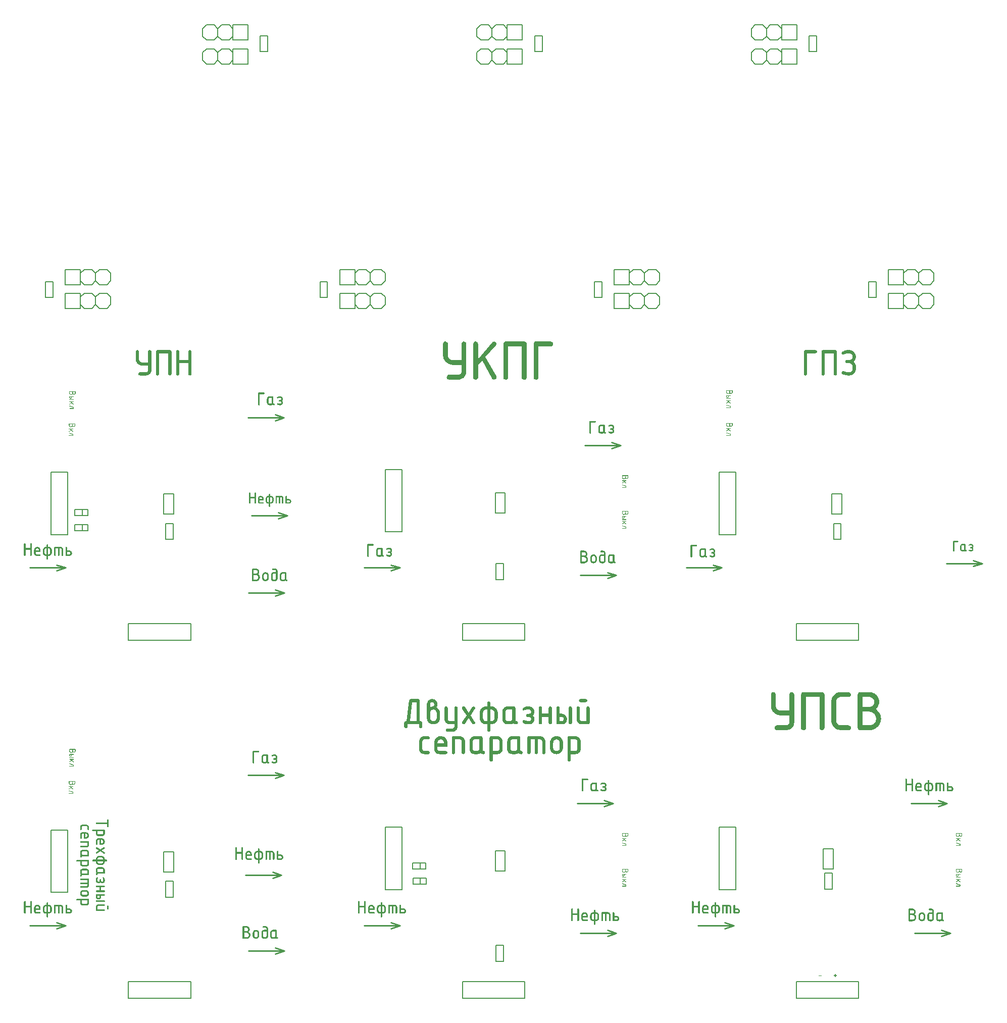
<source format=gto>
G04 Layer_Color=65535*
%FSLAX44Y44*%
%MOMM*%
G71*
G01*
G75*
%ADD30C,0.2000*%
%ADD31C,0.2540*%
G36*
X881237Y1206741D02*
X881823Y1206623D01*
X882643Y1206389D01*
X883464Y1205803D01*
X884049Y1205100D01*
X884518Y1204163D01*
X884752Y1202757D01*
Y1202640D01*
Y1202523D01*
X884518Y1201819D01*
X884284Y1201351D01*
X883932Y1200882D01*
X883464Y1200296D01*
X882878Y1199710D01*
X866122Y1180963D01*
X884166Y1148976D01*
X884284Y1148858D01*
X884518Y1148390D01*
X884635Y1147687D01*
X884752Y1146984D01*
Y1146867D01*
Y1146749D01*
X884635Y1146046D01*
X884166Y1145109D01*
X883932Y1144640D01*
X883464Y1144172D01*
X883229Y1143937D01*
X882643Y1143586D01*
X881706Y1143234D01*
X880534Y1143000D01*
X880183D01*
X879714Y1143117D01*
X879128Y1143352D01*
X878542Y1143586D01*
X877956Y1144054D01*
X877371Y1144758D01*
X876902Y1145578D01*
X860615Y1175339D01*
X853819Y1167137D01*
Y1146984D01*
Y1146867D01*
X853702Y1146398D01*
X853585Y1145695D01*
X853351Y1144992D01*
X852765Y1144289D01*
X852062Y1143586D01*
X851007Y1143117D01*
X849601Y1143000D01*
X849484D01*
X849015Y1143117D01*
X848312Y1143234D01*
X847609Y1143469D01*
X846906Y1143937D01*
X846203Y1144640D01*
X845735Y1145695D01*
X845618Y1146984D01*
Y1202757D01*
Y1202991D01*
X845735Y1203460D01*
X845852Y1204046D01*
X846086Y1204866D01*
X846555Y1205569D01*
X847258Y1206272D01*
X848312Y1206741D01*
X849601Y1206858D01*
X849836D01*
X850304Y1206741D01*
X850890Y1206623D01*
X851710Y1206389D01*
X852531Y1205803D01*
X853116Y1205100D01*
X853585Y1204163D01*
X853819Y1202757D01*
Y1177565D01*
X877722Y1205686D01*
X877956Y1205920D01*
X878425Y1206272D01*
X879362Y1206623D01*
X880534Y1206858D01*
X880769D01*
X881237Y1206741D01*
D02*
G37*
G36*
X371227Y1192489D02*
X371617Y1192411D01*
X372164Y1192255D01*
X372711Y1191864D01*
X373101Y1191396D01*
X373414Y1190771D01*
X373570Y1189834D01*
Y1152656D01*
Y1152578D01*
X373492Y1152265D01*
X373414Y1151796D01*
X373257Y1151328D01*
X372867Y1150859D01*
X372398Y1150390D01*
X371695Y1150078D01*
X370758Y1150000D01*
X370680D01*
X370368Y1150078D01*
X369899Y1150156D01*
X369430Y1150312D01*
X368962Y1150625D01*
X368493Y1151094D01*
X368181Y1151796D01*
X368102Y1152656D01*
Y1170620D01*
X352950D01*
Y1152656D01*
Y1152578D01*
X352872Y1152265D01*
X352794Y1151796D01*
X352638Y1151328D01*
X352247Y1150859D01*
X351778Y1150390D01*
X351076Y1150078D01*
X350138Y1150000D01*
X350060D01*
X349748Y1150078D01*
X349279Y1150156D01*
X348811Y1150312D01*
X348342Y1150625D01*
X347873Y1151094D01*
X347561Y1151796D01*
X347483Y1152656D01*
Y1189834D01*
Y1189990D01*
X347561Y1190302D01*
X347639Y1190693D01*
X347795Y1191239D01*
X348108Y1191708D01*
X348576Y1192177D01*
X349279Y1192489D01*
X350138Y1192567D01*
X350294D01*
X350607Y1192489D01*
X350997Y1192411D01*
X351544Y1192255D01*
X352091Y1191864D01*
X352481Y1191396D01*
X352794Y1190771D01*
X352950Y1189834D01*
Y1176009D01*
X368102D01*
Y1189834D01*
Y1189990D01*
X368181Y1190302D01*
X368259Y1190693D01*
X368415Y1191239D01*
X368727Y1191708D01*
X369196Y1192177D01*
X369899Y1192489D01*
X370758Y1192567D01*
X370914D01*
X371227Y1192489D01*
D02*
G37*
G36*
X830620Y1206741D02*
X831206Y1206623D01*
X832026Y1206389D01*
X832846Y1205803D01*
X833432Y1205100D01*
X833901Y1204163D01*
X834135Y1202757D01*
Y1156240D01*
Y1156123D01*
Y1156006D01*
Y1155303D01*
X833901Y1154248D01*
X833666Y1152960D01*
X833197Y1151553D01*
X832494Y1149913D01*
X831440Y1148390D01*
X830151Y1146867D01*
X830034Y1146749D01*
X829448Y1146281D01*
X828628Y1145695D01*
X827573Y1144992D01*
X826167Y1144172D01*
X824527Y1143586D01*
X822652Y1143117D01*
X820660Y1143000D01*
X805077D01*
X804608Y1143117D01*
X803905Y1143234D01*
X803202Y1143469D01*
X802382Y1143937D01*
X801796Y1144640D01*
X801327Y1145695D01*
X801093Y1146984D01*
Y1147218D01*
X801210Y1147687D01*
X801327Y1148273D01*
X801562Y1149093D01*
X802147Y1149796D01*
X802850Y1150499D01*
X803788Y1150968D01*
X805194Y1151085D01*
X821012D01*
X821363Y1151202D01*
X821949Y1151319D01*
X823121Y1151788D01*
X823707Y1152139D01*
X824293Y1152608D01*
X824410Y1152725D01*
X824527Y1152842D01*
X824761Y1153194D01*
X825113Y1153662D01*
X825699Y1154834D01*
X825816Y1155537D01*
X825933Y1156240D01*
Y1167723D01*
X811052D01*
X810467Y1167840D01*
X809881D01*
X809060Y1167957D01*
X808240Y1168192D01*
X806131Y1168777D01*
X804959Y1169246D01*
X803788Y1169832D01*
X802616Y1170418D01*
X801444Y1171238D01*
X800273Y1172292D01*
X799101Y1173347D01*
X798046Y1174636D01*
X797109Y1176159D01*
X796992Y1176276D01*
X796758Y1176745D01*
X796406Y1177448D01*
X796055Y1178385D01*
X795703Y1179557D01*
X795351Y1180963D01*
X795117Y1182486D01*
X795000Y1184127D01*
Y1202757D01*
Y1202991D01*
X795117Y1203460D01*
X795234Y1204046D01*
X795469Y1204866D01*
X795937Y1205569D01*
X796640Y1206272D01*
X797695Y1206741D01*
X798984Y1206858D01*
X799218D01*
X799687Y1206741D01*
X800273Y1206623D01*
X801093Y1206389D01*
X801913Y1205803D01*
X802499Y1205100D01*
X802968Y1204163D01*
X803202Y1202757D01*
Y1184127D01*
Y1184010D01*
Y1183541D01*
X803319Y1182838D01*
X803553Y1182018D01*
X803788Y1181080D01*
X804139Y1180143D01*
X804725Y1179088D01*
X805545Y1178151D01*
X805663Y1178034D01*
X806014Y1177800D01*
X806483Y1177448D01*
X807186Y1176979D01*
X808006Y1176511D01*
X809060Y1176159D01*
X810232Y1175925D01*
X811404Y1175808D01*
X825933D01*
Y1202757D01*
Y1202991D01*
X826050Y1203460D01*
X826167Y1204046D01*
X826402Y1204866D01*
X826870Y1205569D01*
X827573Y1206272D01*
X828628Y1206741D01*
X829917Y1206858D01*
X830151D01*
X830620Y1206741D01*
D02*
G37*
G36*
X303744Y1192489D02*
X304134Y1192411D01*
X304681Y1192255D01*
X305228Y1191864D01*
X305618Y1191396D01*
X305931Y1190771D01*
X306087Y1189834D01*
Y1158826D01*
Y1158748D01*
Y1158670D01*
Y1158201D01*
X305931Y1157498D01*
X305775Y1156639D01*
X305462Y1155702D01*
X304994Y1154608D01*
X304291Y1153593D01*
X303431Y1152578D01*
X303353Y1152499D01*
X302963Y1152187D01*
X302416Y1151796D01*
X301713Y1151328D01*
X300776Y1150781D01*
X299683Y1150390D01*
X298433Y1150078D01*
X297105Y1150000D01*
X286717D01*
X286405Y1150078D01*
X285936Y1150156D01*
X285467Y1150312D01*
X284921Y1150625D01*
X284530Y1151094D01*
X284218Y1151796D01*
X284062Y1152656D01*
Y1152812D01*
X284140Y1153124D01*
X284218Y1153515D01*
X284374Y1154062D01*
X284764Y1154530D01*
X285233Y1154999D01*
X285858Y1155311D01*
X286795Y1155389D01*
X297339D01*
X297574Y1155467D01*
X297964Y1155546D01*
X298745Y1155858D01*
X299136Y1156092D01*
X299526Y1156405D01*
X299604Y1156483D01*
X299683Y1156561D01*
X299839Y1156795D01*
X300073Y1157108D01*
X300464Y1157889D01*
X300542Y1158357D01*
X300620Y1158826D01*
Y1166480D01*
X290700D01*
X290310Y1166558D01*
X289919D01*
X289373Y1166636D01*
X288826Y1166793D01*
X287420Y1167183D01*
X286639Y1167495D01*
X285858Y1167886D01*
X285077Y1168277D01*
X284296Y1168823D01*
X283515Y1169526D01*
X282734Y1170229D01*
X282031Y1171088D01*
X281406Y1172104D01*
X281328Y1172182D01*
X281172Y1172494D01*
X280937Y1172963D01*
X280703Y1173588D01*
X280469Y1174369D01*
X280234Y1175306D01*
X280078Y1176321D01*
X280000Y1177415D01*
Y1189834D01*
Y1189990D01*
X280078Y1190302D01*
X280156Y1190693D01*
X280312Y1191239D01*
X280625Y1191708D01*
X281094Y1192177D01*
X281796Y1192489D01*
X282656Y1192567D01*
X282812D01*
X283124Y1192489D01*
X283515Y1192411D01*
X284062Y1192255D01*
X284608Y1191864D01*
X284999Y1191396D01*
X285311Y1190771D01*
X285467Y1189834D01*
Y1177415D01*
Y1177337D01*
Y1177024D01*
X285546Y1176556D01*
X285702Y1176009D01*
X285858Y1175384D01*
X286092Y1174759D01*
X286483Y1174056D01*
X287029Y1173431D01*
X287108Y1173353D01*
X287342Y1173197D01*
X287654Y1172963D01*
X288123Y1172651D01*
X288670Y1172338D01*
X289373Y1172104D01*
X290154Y1171947D01*
X290935Y1171869D01*
X300620D01*
Y1189834D01*
Y1189990D01*
X300698Y1190302D01*
X300776Y1190693D01*
X300932Y1191239D01*
X301245Y1191708D01*
X301713Y1192177D01*
X302416Y1192489D01*
X303275Y1192567D01*
X303431D01*
X303744Y1192489D01*
D02*
G37*
G36*
X1477012D02*
X1477871Y1192411D01*
X1478964Y1192177D01*
X1480136Y1191786D01*
X1481463Y1191161D01*
X1482791Y1190380D01*
X1484041Y1189287D01*
X1484197Y1189131D01*
X1484588Y1188740D01*
X1485056Y1188037D01*
X1485681Y1187100D01*
X1486306Y1186006D01*
X1486775Y1184679D01*
X1487165Y1183195D01*
X1487321Y1181554D01*
Y1181476D01*
Y1181320D01*
Y1181008D01*
X1487243Y1180695D01*
X1487165Y1180227D01*
X1487087Y1179680D01*
X1486775Y1178508D01*
X1486306Y1177181D01*
X1485603Y1175775D01*
X1485134Y1175150D01*
X1484588Y1174447D01*
X1483885Y1173822D01*
X1483182Y1173275D01*
X1483338Y1173197D01*
X1483650Y1172963D01*
X1484119Y1172494D01*
X1484744Y1171869D01*
X1485369Y1171167D01*
X1485916Y1170229D01*
X1486462Y1169136D01*
X1486853Y1167886D01*
Y1167808D01*
X1486931Y1167574D01*
X1487009Y1167105D01*
X1487087Y1166402D01*
X1487165Y1165465D01*
X1487243Y1164215D01*
X1487321Y1162731D01*
Y1161872D01*
Y1160935D01*
Y1160857D01*
Y1160700D01*
Y1160466D01*
X1487243Y1160154D01*
X1487165Y1159373D01*
X1486931Y1158279D01*
X1486540Y1157029D01*
X1485916Y1155780D01*
X1485134Y1154452D01*
X1484041Y1153202D01*
X1483885Y1153046D01*
X1483494Y1152734D01*
X1482791Y1152187D01*
X1481854Y1151640D01*
X1480761Y1151015D01*
X1479433Y1150469D01*
X1477871Y1150156D01*
X1476230Y1150000D01*
X1473653D01*
X1473341Y1150078D01*
X1472872D01*
X1472325Y1150156D01*
X1471075Y1150312D01*
X1469592Y1150547D01*
X1468029Y1151015D01*
X1466389Y1151562D01*
X1464749Y1152343D01*
X1464671Y1152421D01*
X1464515Y1152499D01*
X1464046Y1152968D01*
X1463499Y1153671D01*
X1463343Y1154140D01*
X1463265Y1154686D01*
Y1154764D01*
Y1154921D01*
X1463343Y1155389D01*
X1463578Y1156014D01*
X1464046Y1156639D01*
X1464202Y1156795D01*
X1464593Y1157029D01*
X1465140Y1157264D01*
X1465921Y1157420D01*
X1466311D01*
X1466702Y1157264D01*
X1467170Y1157108D01*
X1467248Y1157029D01*
X1467561Y1156951D01*
X1468029Y1156717D01*
X1468654Y1156483D01*
X1469279Y1156248D01*
X1470060Y1156014D01*
X1470763Y1155780D01*
X1471544Y1155624D01*
X1471857D01*
X1472169Y1155546D01*
X1472716D01*
X1473341Y1155467D01*
X1474122D01*
X1475137Y1155389D01*
X1476621D01*
X1477090Y1155467D01*
X1477636Y1155624D01*
X1478183Y1155780D01*
X1478886Y1156014D01*
X1479511Y1156405D01*
X1480136Y1156951D01*
X1480214Y1157029D01*
X1480370Y1157264D01*
X1480683Y1157576D01*
X1480995Y1158045D01*
X1481229Y1158592D01*
X1481542Y1159295D01*
X1481698Y1160076D01*
X1481776Y1160857D01*
Y1164996D01*
Y1165074D01*
Y1165230D01*
Y1165543D01*
X1481698Y1165855D01*
X1481620Y1166714D01*
X1481307Y1167495D01*
X1481229Y1167652D01*
X1480917Y1167964D01*
X1480526Y1168511D01*
X1479901Y1169058D01*
X1479042Y1169604D01*
X1478027Y1170151D01*
X1476855Y1170463D01*
X1475449Y1170620D01*
X1472716D01*
X1472325Y1170698D01*
X1471935D01*
X1470997Y1170932D01*
X1470529Y1171167D01*
X1470216Y1171401D01*
X1470060Y1171557D01*
X1469826Y1171947D01*
X1469592Y1172494D01*
X1469435Y1173275D01*
Y1173353D01*
Y1173510D01*
X1469513Y1173978D01*
X1469748Y1174603D01*
X1470216Y1175228D01*
X1470294D01*
X1470373Y1175384D01*
X1470607Y1175462D01*
X1470841Y1175619D01*
X1471232Y1175775D01*
X1471700Y1175853D01*
X1472247Y1176009D01*
X1475996D01*
X1476543Y1176087D01*
X1477246Y1176243D01*
X1477949Y1176400D01*
X1478730Y1176712D01*
X1479433Y1177102D01*
X1480136Y1177649D01*
X1480214Y1177727D01*
X1480370Y1177962D01*
X1480683Y1178274D01*
X1480995Y1178743D01*
X1481229Y1179289D01*
X1481542Y1179992D01*
X1481698Y1180773D01*
X1481776Y1181554D01*
Y1181633D01*
Y1181945D01*
X1481698Y1182414D01*
X1481542Y1182960D01*
X1481385Y1183585D01*
X1481073Y1184210D01*
X1480683Y1184913D01*
X1480136Y1185538D01*
X1480058Y1185616D01*
X1479823Y1185772D01*
X1479511Y1186085D01*
X1479042Y1186397D01*
X1478495Y1186631D01*
X1477793Y1186944D01*
X1477090Y1187100D01*
X1476230Y1187178D01*
X1473575D01*
X1472950Y1187100D01*
X1472013Y1186944D01*
X1470997Y1186709D01*
X1469826Y1186397D01*
X1468498Y1186006D01*
X1467170Y1185382D01*
X1467092Y1185303D01*
X1466780Y1185225D01*
X1466389Y1185147D01*
X1465921Y1185069D01*
X1465764D01*
X1465296Y1185147D01*
X1464671Y1185382D01*
X1464046Y1185850D01*
X1463890Y1186006D01*
X1463656Y1186397D01*
X1463421Y1186944D01*
X1463265Y1187725D01*
Y1187803D01*
Y1187959D01*
X1463343Y1188271D01*
X1463421Y1188584D01*
X1463578Y1188896D01*
X1463734Y1189209D01*
X1464046Y1189521D01*
X1464437Y1189755D01*
X1464515D01*
X1464671Y1189912D01*
X1464905Y1189990D01*
X1465218Y1190224D01*
X1465608Y1190380D01*
X1466155Y1190615D01*
X1467327Y1191161D01*
X1468810Y1191708D01*
X1470451Y1192099D01*
X1472247Y1192411D01*
X1474200Y1192567D01*
X1476699D01*
X1477012Y1192489D01*
D02*
G37*
G36*
X1453268D02*
X1453658Y1192411D01*
X1454205Y1192255D01*
X1454752Y1191864D01*
X1455142Y1191396D01*
X1455455Y1190771D01*
X1455611Y1189834D01*
Y1152656D01*
Y1152578D01*
X1455533Y1152265D01*
X1455455Y1151796D01*
X1455298Y1151328D01*
X1454908Y1150859D01*
X1454439Y1150390D01*
X1453736Y1150078D01*
X1452799Y1150000D01*
X1452721D01*
X1452408Y1150078D01*
X1451940Y1150156D01*
X1451471Y1150312D01*
X1451003Y1150625D01*
X1450534Y1151094D01*
X1450222Y1151796D01*
X1450143Y1152656D01*
Y1187178D01*
X1434991D01*
Y1152656D01*
Y1152578D01*
X1434913Y1152265D01*
X1434835Y1151796D01*
X1434679Y1151328D01*
X1434288Y1150859D01*
X1433819Y1150390D01*
X1433116Y1150078D01*
X1432179Y1150000D01*
X1432101D01*
X1431789Y1150078D01*
X1431320Y1150156D01*
X1430851Y1150312D01*
X1430383Y1150625D01*
X1429914Y1151094D01*
X1429602Y1151796D01*
X1429524Y1152656D01*
Y1189834D01*
Y1189990D01*
X1429602Y1190302D01*
X1429680Y1190693D01*
X1429836Y1191239D01*
X1430148Y1191708D01*
X1430617Y1192177D01*
X1431320Y1192489D01*
X1432179Y1192567D01*
X1452955D01*
X1453268Y1192489D01*
D02*
G37*
G36*
X1419604D02*
X1419995Y1192411D01*
X1420542Y1192255D01*
X1421088Y1191864D01*
X1421479Y1191396D01*
X1421791Y1190771D01*
X1421947Y1189834D01*
Y1189755D01*
X1421869Y1189443D01*
X1421791Y1188974D01*
X1421635Y1188506D01*
X1421245Y1188037D01*
X1420776Y1187569D01*
X1420073Y1187256D01*
X1419136Y1187178D01*
X1405467D01*
Y1152656D01*
Y1152578D01*
X1405389Y1152265D01*
X1405311Y1151796D01*
X1405155Y1151328D01*
X1404764Y1150859D01*
X1404296Y1150390D01*
X1403593Y1150078D01*
X1402656Y1150000D01*
X1402578D01*
X1402265Y1150078D01*
X1401796Y1150156D01*
X1401328Y1150312D01*
X1400859Y1150625D01*
X1400390Y1151094D01*
X1400078Y1151796D01*
X1400000Y1152656D01*
Y1189834D01*
Y1189990D01*
X1400078Y1190302D01*
X1400156Y1190693D01*
X1400312Y1191239D01*
X1400625Y1191708D01*
X1401093Y1192177D01*
X1401796Y1192489D01*
X1402656Y1192567D01*
X1419292D01*
X1419604Y1192489D01*
D02*
G37*
G36*
X337485D02*
X337876Y1192411D01*
X338423Y1192255D01*
X338969Y1191864D01*
X339360Y1191396D01*
X339672Y1190771D01*
X339828Y1189834D01*
Y1152656D01*
Y1152578D01*
X339750Y1152265D01*
X339672Y1151796D01*
X339516Y1151328D01*
X339126Y1150859D01*
X338657Y1150390D01*
X337954Y1150078D01*
X337017Y1150000D01*
X336939D01*
X336626Y1150078D01*
X336157Y1150156D01*
X335689Y1150312D01*
X335220Y1150625D01*
X334752Y1151094D01*
X334439Y1151796D01*
X334361Y1152656D01*
Y1187178D01*
X319209D01*
Y1152656D01*
Y1152578D01*
X319131Y1152265D01*
X319053Y1151796D01*
X318896Y1151328D01*
X318506Y1150859D01*
X318037Y1150390D01*
X317334Y1150078D01*
X316397Y1150000D01*
X316319D01*
X316006Y1150078D01*
X315538Y1150156D01*
X315069Y1150312D01*
X314601Y1150625D01*
X314132Y1151094D01*
X313820Y1151796D01*
X313741Y1152656D01*
Y1189834D01*
Y1189990D01*
X313820Y1190302D01*
X313898Y1190693D01*
X314054Y1191239D01*
X314366Y1191708D01*
X314835Y1192177D01*
X315538Y1192489D01*
X316397Y1192567D01*
X337173D01*
X337485Y1192489D01*
D02*
G37*
G36*
X976262Y1206741D02*
X976848Y1206623D01*
X977668Y1206389D01*
X978488Y1205803D01*
X979074Y1205100D01*
X979543Y1204163D01*
X979777Y1202757D01*
Y1202640D01*
X979660Y1202171D01*
X979543Y1201468D01*
X979309Y1200765D01*
X978723Y1200062D01*
X978020Y1199359D01*
X976965Y1198890D01*
X975559Y1198773D01*
X955054D01*
Y1146984D01*
Y1146867D01*
X954937Y1146398D01*
X954820Y1145695D01*
X954586Y1144992D01*
X954000Y1144289D01*
X953297Y1143586D01*
X952242Y1143117D01*
X950836Y1143000D01*
X950719D01*
X950250Y1143117D01*
X949548Y1143234D01*
X948845Y1143469D01*
X948141Y1143937D01*
X947438Y1144640D01*
X946970Y1145695D01*
X946853Y1146984D01*
Y1202757D01*
Y1202991D01*
X946970Y1203460D01*
X947087Y1204046D01*
X947321Y1204866D01*
X947790Y1205569D01*
X948493Y1206272D01*
X949548Y1206741D01*
X950836Y1206858D01*
X975794D01*
X976262Y1206741D01*
D02*
G37*
G36*
X931855D02*
X932441Y1206623D01*
X933261Y1206389D01*
X934081Y1205803D01*
X934667Y1205100D01*
X935135Y1204163D01*
X935370Y1202757D01*
Y1146984D01*
Y1146867D01*
X935253Y1146398D01*
X935135Y1145695D01*
X934901Y1144992D01*
X934315Y1144289D01*
X933612Y1143586D01*
X932558Y1143117D01*
X931152Y1143000D01*
X931035D01*
X930566Y1143117D01*
X929863Y1143234D01*
X929160Y1143469D01*
X928457Y1143937D01*
X927754Y1144640D01*
X927285Y1145695D01*
X927168Y1146984D01*
Y1198773D01*
X904437D01*
Y1146984D01*
Y1146867D01*
X904320Y1146398D01*
X904203Y1145695D01*
X903968Y1144992D01*
X903382Y1144289D01*
X902679Y1143586D01*
X901625Y1143117D01*
X900219Y1143000D01*
X900102D01*
X899633Y1143117D01*
X898930Y1143234D01*
X898227Y1143469D01*
X897524Y1143937D01*
X896821Y1144640D01*
X896352Y1145695D01*
X896235Y1146984D01*
Y1202757D01*
Y1202991D01*
X896352Y1203460D01*
X896469Y1204046D01*
X896704Y1204866D01*
X897172Y1205569D01*
X897875Y1206272D01*
X898930Y1206741D01*
X900219Y1206858D01*
X931386D01*
X931855Y1206741D01*
D02*
G37*
G36*
X1280163Y1124980D02*
X1280261Y1124941D01*
X1280339Y1124883D01*
X1280436Y1124785D01*
X1280495Y1124668D01*
X1280514Y1124493D01*
Y1121859D01*
Y1121840D01*
Y1121801D01*
Y1121742D01*
X1280495Y1121664D01*
X1280475Y1121469D01*
X1280417Y1121216D01*
X1280339Y1120903D01*
X1280202Y1120591D01*
X1280007Y1120279D01*
X1279754Y1119987D01*
X1279715Y1119948D01*
X1279617Y1119870D01*
X1279461Y1119753D01*
X1279227Y1119596D01*
X1278954Y1119460D01*
X1278642Y1119343D01*
X1278291Y1119265D01*
X1277881Y1119226D01*
X1277764D01*
X1277666Y1119245D01*
X1277432Y1119284D01*
X1277159Y1119343D01*
X1276827Y1119460D01*
X1276476Y1119635D01*
X1276320Y1119753D01*
X1276145Y1119870D01*
X1275989Y1120026D01*
X1275833Y1120201D01*
X1275813Y1120182D01*
X1275794Y1120143D01*
X1275735Y1120065D01*
X1275657Y1119967D01*
X1275579Y1119850D01*
X1275462Y1119733D01*
X1275325Y1119596D01*
X1275169Y1119441D01*
X1274974Y1119304D01*
X1274779Y1119167D01*
X1274565Y1119050D01*
X1274311Y1118933D01*
X1274057Y1118836D01*
X1273765Y1118758D01*
X1273472Y1118719D01*
X1273141Y1118699D01*
X1273024D01*
X1272926Y1118719D01*
X1272809D01*
X1272673Y1118738D01*
X1272380Y1118816D01*
X1272029Y1118933D01*
X1271658Y1119089D01*
X1271268Y1119323D01*
X1271092Y1119480D01*
X1270917Y1119635D01*
Y1119655D01*
X1270878Y1119675D01*
X1270839Y1119733D01*
X1270780Y1119792D01*
X1270624Y1119987D01*
X1270468Y1120260D01*
X1270293Y1120572D01*
X1270137Y1120962D01*
X1270039Y1121391D01*
X1270020Y1121625D01*
X1270000Y1121859D01*
Y1124493D01*
Y1124512D01*
Y1124571D01*
X1270020Y1124649D01*
X1270059Y1124746D01*
X1270117Y1124844D01*
X1270215Y1124922D01*
X1270332Y1124980D01*
X1270507Y1125000D01*
X1280066D01*
X1280163Y1124980D01*
D02*
G37*
G36*
X178663Y1123481D02*
X178761Y1123441D01*
X178839Y1123383D01*
X178936Y1123285D01*
X178995Y1123168D01*
X179014Y1122993D01*
Y1120359D01*
Y1120340D01*
Y1120301D01*
Y1120242D01*
X178995Y1120164D01*
X178975Y1119969D01*
X178917Y1119716D01*
X178839Y1119404D01*
X178702Y1119091D01*
X178507Y1118779D01*
X178254Y1118487D01*
X178215Y1118448D01*
X178117Y1118370D01*
X177961Y1118253D01*
X177727Y1118096D01*
X177454Y1117960D01*
X177142Y1117843D01*
X176791Y1117765D01*
X176381Y1117726D01*
X176264D01*
X176166Y1117745D01*
X175932Y1117784D01*
X175659Y1117843D01*
X175327Y1117960D01*
X174976Y1118136D01*
X174820Y1118253D01*
X174645Y1118370D01*
X174489Y1118526D01*
X174333Y1118701D01*
X174313Y1118682D01*
X174294Y1118643D01*
X174235Y1118565D01*
X174157Y1118467D01*
X174079Y1118350D01*
X173962Y1118233D01*
X173825Y1118096D01*
X173669Y1117940D01*
X173474Y1117804D01*
X173279Y1117667D01*
X173065Y1117550D01*
X172811Y1117433D01*
X172558Y1117336D01*
X172265Y1117258D01*
X171972Y1117219D01*
X171641Y1117199D01*
X171524D01*
X171426Y1117219D01*
X171309D01*
X171173Y1117238D01*
X170880Y1117316D01*
X170529Y1117433D01*
X170158Y1117589D01*
X169768Y1117823D01*
X169592Y1117980D01*
X169417Y1118136D01*
Y1118155D01*
X169378Y1118175D01*
X169339Y1118233D01*
X169280Y1118292D01*
X169124Y1118487D01*
X168968Y1118760D01*
X168793Y1119072D01*
X168636Y1119462D01*
X168539Y1119891D01*
X168519Y1120125D01*
X168500Y1120359D01*
Y1122993D01*
Y1123012D01*
Y1123071D01*
X168519Y1123149D01*
X168559Y1123246D01*
X168617Y1123344D01*
X168715Y1123422D01*
X168832Y1123481D01*
X169007Y1123500D01*
X178566D01*
X178663Y1123481D01*
D02*
G37*
G36*
X1277003Y1116573D02*
X1277101Y1116534D01*
X1277179Y1116456D01*
X1277276Y1116378D01*
X1277335Y1116241D01*
X1277354Y1116066D01*
Y1116046D01*
Y1115988D01*
X1277335Y1115890D01*
X1277296Y1115793D01*
X1277218Y1115715D01*
X1277140Y1115617D01*
X1277003Y1115558D01*
X1276827Y1115539D01*
X1274214D01*
Y1114486D01*
Y1114466D01*
Y1114447D01*
Y1114330D01*
X1274174Y1114174D01*
X1274136Y1113978D01*
X1274057Y1113744D01*
X1273960Y1113491D01*
X1273804Y1113237D01*
X1273589Y1113003D01*
X1273570Y1112984D01*
X1273472Y1112906D01*
X1273355Y1112808D01*
X1273180Y1112691D01*
X1272965Y1112574D01*
X1272711Y1112476D01*
X1272419Y1112398D01*
X1272107Y1112379D01*
X1271951D01*
X1271795Y1112418D01*
X1271580Y1112457D01*
X1271346Y1112535D01*
X1271092Y1112632D01*
X1270839Y1112788D01*
X1270605Y1113003D01*
X1270585Y1113023D01*
X1270507Y1113120D01*
X1270410Y1113237D01*
X1270312Y1113413D01*
X1270195Y1113627D01*
X1270098Y1113881D01*
X1270020Y1114174D01*
X1270000Y1114486D01*
Y1116066D01*
Y1116085D01*
Y1116144D01*
X1270020Y1116241D01*
X1270059Y1116319D01*
X1270117Y1116417D01*
X1270215Y1116514D01*
X1270332Y1116573D01*
X1270507Y1116592D01*
X1276906D01*
X1277003Y1116573D01*
D02*
G37*
G36*
X175503Y1115073D02*
X175601Y1115034D01*
X175679Y1114956D01*
X175776Y1114878D01*
X175835Y1114741D01*
X175854Y1114566D01*
Y1114546D01*
Y1114488D01*
X175835Y1114390D01*
X175796Y1114293D01*
X175718Y1114215D01*
X175640Y1114117D01*
X175503Y1114059D01*
X175327Y1114039D01*
X172714D01*
Y1112986D01*
Y1112966D01*
Y1112947D01*
Y1112830D01*
X172675Y1112673D01*
X172635Y1112478D01*
X172558Y1112244D01*
X172460Y1111991D01*
X172304Y1111737D01*
X172089Y1111503D01*
X172070Y1111484D01*
X171972Y1111405D01*
X171855Y1111308D01*
X171680Y1111191D01*
X171465Y1111074D01*
X171211Y1110976D01*
X170919Y1110898D01*
X170607Y1110879D01*
X170451D01*
X170295Y1110918D01*
X170080Y1110957D01*
X169846Y1111035D01*
X169592Y1111132D01*
X169339Y1111289D01*
X169105Y1111503D01*
X169085Y1111523D01*
X169007Y1111620D01*
X168910Y1111737D01*
X168812Y1111913D01*
X168695Y1112127D01*
X168598Y1112381D01*
X168519Y1112673D01*
X168500Y1112986D01*
Y1114566D01*
Y1114585D01*
Y1114644D01*
X168519Y1114741D01*
X168559Y1114819D01*
X168617Y1114917D01*
X168715Y1115014D01*
X168832Y1115073D01*
X169007Y1115092D01*
X175406D01*
X175503Y1115073D01*
D02*
G37*
G36*
X1277003Y1111326D02*
X1277101Y1111286D01*
X1277179Y1111208D01*
X1277276Y1111130D01*
X1277335Y1110994D01*
X1277354Y1110818D01*
Y1110799D01*
Y1110740D01*
X1277335Y1110643D01*
X1277296Y1110545D01*
X1277218Y1110467D01*
X1277140Y1110370D01*
X1277003Y1110311D01*
X1276827Y1110292D01*
X1270429D01*
X1270351Y1110311D01*
X1270254Y1110350D01*
X1270156Y1110428D01*
X1270078Y1110506D01*
X1270020Y1110643D01*
X1270000Y1110818D01*
Y1110838D01*
Y1110896D01*
X1270020Y1110994D01*
X1270059Y1111072D01*
X1270117Y1111169D01*
X1270215Y1111267D01*
X1270332Y1111326D01*
X1270507Y1111345D01*
X1276906D01*
X1277003Y1111326D01*
D02*
G37*
G36*
X175503Y1109825D02*
X175601Y1109786D01*
X175679Y1109708D01*
X175776Y1109630D01*
X175835Y1109494D01*
X175854Y1109318D01*
Y1109299D01*
Y1109240D01*
X175835Y1109143D01*
X175796Y1109045D01*
X175718Y1108967D01*
X175640Y1108870D01*
X175503Y1108811D01*
X175327Y1108792D01*
X168929D01*
X168851Y1108811D01*
X168754Y1108850D01*
X168656Y1108928D01*
X168578Y1109006D01*
X168519Y1109143D01*
X168500Y1109318D01*
Y1109338D01*
Y1109396D01*
X168519Y1109494D01*
X168559Y1109572D01*
X168617Y1109669D01*
X168715Y1109767D01*
X168832Y1109825D01*
X169007Y1109845D01*
X175406D01*
X175503Y1109825D01*
D02*
G37*
G36*
X1277003Y1108165D02*
X1277101Y1108126D01*
X1277179Y1108048D01*
X1277276Y1107970D01*
X1277335Y1107834D01*
X1277354Y1107658D01*
Y1107639D01*
Y1107580D01*
X1277335Y1107483D01*
X1277296Y1107385D01*
X1277218Y1107307D01*
X1277140Y1107209D01*
X1277003Y1107151D01*
X1276827Y1107131D01*
X1273901D01*
X1277198Y1103835D01*
X1277218Y1103815D01*
X1277276Y1103737D01*
X1277335Y1103620D01*
X1277354Y1103464D01*
Y1103445D01*
Y1103386D01*
X1277335Y1103288D01*
X1277296Y1103191D01*
X1277218Y1103113D01*
X1277140Y1103015D01*
X1277003Y1102957D01*
X1276827Y1102937D01*
X1276788D01*
X1276711Y1102957D01*
X1276574Y1102996D01*
X1276457Y1103093D01*
X1274136Y1105395D01*
X1270819Y1103035D01*
X1270800Y1103015D01*
X1270722Y1102976D01*
X1270624Y1102957D01*
X1270507Y1102937D01*
X1270429D01*
X1270351Y1102957D01*
X1270254Y1102996D01*
X1270156Y1103074D01*
X1270078Y1103152D01*
X1270020Y1103288D01*
X1270000Y1103464D01*
Y1103484D01*
Y1103503D01*
X1270020Y1103620D01*
X1270098Y1103757D01*
X1270137Y1103835D01*
X1270215Y1103893D01*
X1273375Y1106156D01*
X1272399Y1107131D01*
X1270429D01*
X1270351Y1107151D01*
X1270254Y1107190D01*
X1270156Y1107268D01*
X1270078Y1107346D01*
X1270020Y1107483D01*
X1270000Y1107658D01*
Y1107678D01*
Y1107736D01*
X1270020Y1107834D01*
X1270059Y1107912D01*
X1270117Y1108009D01*
X1270215Y1108107D01*
X1270332Y1108165D01*
X1270507Y1108185D01*
X1276906D01*
X1277003Y1108165D01*
D02*
G37*
G36*
X522752Y1114991D02*
X523181Y1114913D01*
X523688Y1114757D01*
X524196Y1114523D01*
X524743Y1114171D01*
X525250Y1113742D01*
X525289Y1113703D01*
X525445Y1113508D01*
X525680Y1113234D01*
X525914Y1112883D01*
X526148Y1112415D01*
X526382Y1111868D01*
X526538Y1111283D01*
X526577Y1110619D01*
Y1110580D01*
Y1110502D01*
Y1110385D01*
X526538Y1110228D01*
X526499Y1109838D01*
X526382Y1109331D01*
X526226Y1108823D01*
X525953Y1108316D01*
X525601Y1107847D01*
X525133Y1107496D01*
X525211Y1107457D01*
X525367Y1107339D01*
X525601Y1107144D01*
X525875Y1106832D01*
X526109Y1106403D01*
X526343Y1105895D01*
X526499Y1105231D01*
X526577Y1104411D01*
Y1104372D01*
Y1104333D01*
Y1104099D01*
X526499Y1103748D01*
X526421Y1103318D01*
X526265Y1102850D01*
X526031Y1102303D01*
X525680Y1101796D01*
X525250Y1101288D01*
X525211Y1101249D01*
X525016Y1101093D01*
X524743Y1100898D01*
X524391Y1100664D01*
X523923Y1100390D01*
X523376Y1100195D01*
X522752Y1100039D01*
X522088Y1100000D01*
X520839D01*
X520604Y1100039D01*
X520292Y1100078D01*
X519863Y1100156D01*
X519433Y1100234D01*
X518886Y1100390D01*
X518340Y1100586D01*
X518262Y1100625D01*
X518067Y1100703D01*
X517793Y1100859D01*
X517481Y1101054D01*
X517169Y1101288D01*
X516895Y1101601D01*
X516700Y1101913D01*
X516661Y1102108D01*
X516622Y1102303D01*
Y1102342D01*
Y1102381D01*
X516661Y1102577D01*
X516739Y1102850D01*
X516895Y1103201D01*
Y1103240D01*
X516935Y1103279D01*
X517130Y1103475D01*
X517364Y1103631D01*
X517520Y1103670D01*
X517715Y1103709D01*
X517754D01*
X517832Y1103670D01*
X517910Y1103631D01*
X518106Y1103592D01*
X518340Y1103514D01*
X518652Y1103357D01*
X519043Y1103201D01*
X519082Y1103162D01*
X519238Y1103123D01*
X519472Y1103045D01*
X519745Y1102967D01*
X520409Y1102772D01*
X520721Y1102733D01*
X521034Y1102694D01*
X522205D01*
X522322Y1102733D01*
X522517Y1102772D01*
X522908Y1102928D01*
X523103Y1103045D01*
X523298Y1103201D01*
X523337Y1103240D01*
X523376Y1103279D01*
X523454Y1103396D01*
X523571Y1103553D01*
X523767Y1103943D01*
X523806Y1104177D01*
X523845Y1104411D01*
Y1104451D01*
Y1104568D01*
X523806Y1104685D01*
Y1104880D01*
X523649Y1105309D01*
X523532Y1105505D01*
X523376Y1105700D01*
X523298Y1105778D01*
X523103Y1105895D01*
X522752Y1106051D01*
X522322Y1106168D01*
X520917D01*
X520682Y1106246D01*
X520370Y1106364D01*
X520097Y1106559D01*
X520019Y1106637D01*
X519902Y1106832D01*
X519785Y1107105D01*
X519706Y1107496D01*
Y1107535D01*
Y1107574D01*
X519745Y1107808D01*
X519863Y1108120D01*
X520097Y1108433D01*
X520136Y1108472D01*
X520175Y1108511D01*
X520253Y1108589D01*
X520409Y1108667D01*
X520565Y1108745D01*
X520799Y1108784D01*
X521034Y1108862D01*
X522127D01*
X522283Y1108901D01*
X522517Y1108940D01*
X522947Y1109057D01*
X523181Y1109174D01*
X523376Y1109331D01*
X523415Y1109370D01*
X523454Y1109409D01*
X523532Y1109526D01*
X523610Y1109682D01*
X523767Y1110072D01*
X523845Y1110346D01*
Y1110619D01*
Y1110658D01*
Y1110736D01*
X523806Y1110853D01*
X523767Y1111048D01*
X523649Y1111439D01*
X523493Y1111634D01*
X523337Y1111829D01*
X523298Y1111868D01*
X523259Y1111907D01*
X523142Y1111985D01*
X522986Y1112102D01*
X522595Y1112298D01*
X522361Y1112337D01*
X522088Y1112376D01*
X520721D01*
X520487Y1112337D01*
X520214D01*
X519902Y1112298D01*
X519511Y1112219D01*
X519121Y1112141D01*
X519082D01*
X518965Y1112102D01*
X518769Y1112063D01*
X518535Y1112024D01*
X518067Y1111829D01*
X517872Y1111751D01*
X517715Y1111634D01*
X517676D01*
X517637Y1111595D01*
X517442Y1111556D01*
X517286Y1111517D01*
X517169Y1111556D01*
X517013Y1111634D01*
X516895Y1111790D01*
Y1111829D01*
X516856Y1111868D01*
X516778Y1112102D01*
X516661Y1112415D01*
X516622Y1112727D01*
Y1112766D01*
X516661Y1112883D01*
X516739Y1113078D01*
X516856Y1113313D01*
X517091Y1113586D01*
X517403Y1113898D01*
X517872Y1114211D01*
X518184Y1114328D01*
X518496Y1114484D01*
X518574Y1114523D01*
X518730Y1114562D01*
X519004Y1114679D01*
X519355Y1114796D01*
X519745Y1114874D01*
X520175Y1114991D01*
X520604Y1115030D01*
X521034Y1115069D01*
X522400D01*
X522752Y1114991D01*
D02*
G37*
G36*
X175503Y1106665D02*
X175601Y1106626D01*
X175679Y1106548D01*
X175776Y1106470D01*
X175835Y1106334D01*
X175854Y1106158D01*
Y1106139D01*
Y1106080D01*
X175835Y1105983D01*
X175796Y1105885D01*
X175718Y1105807D01*
X175640Y1105709D01*
X175503Y1105651D01*
X175327Y1105631D01*
X172401D01*
X175698Y1102335D01*
X175718Y1102315D01*
X175776Y1102237D01*
X175835Y1102120D01*
X175854Y1101964D01*
Y1101945D01*
Y1101886D01*
X175835Y1101788D01*
X175796Y1101691D01*
X175718Y1101613D01*
X175640Y1101515D01*
X175503Y1101457D01*
X175327Y1101437D01*
X175289D01*
X175210Y1101457D01*
X175074Y1101496D01*
X174957Y1101593D01*
X172635Y1103895D01*
X169319Y1101535D01*
X169300Y1101515D01*
X169222Y1101476D01*
X169124Y1101457D01*
X169007Y1101437D01*
X168929D01*
X168851Y1101457D01*
X168754Y1101496D01*
X168656Y1101574D01*
X168578Y1101652D01*
X168519Y1101788D01*
X168500Y1101964D01*
Y1101983D01*
Y1102003D01*
X168519Y1102120D01*
X168598Y1102257D01*
X168636Y1102335D01*
X168715Y1102393D01*
X171875Y1104656D01*
X170899Y1105631D01*
X168929D01*
X168851Y1105651D01*
X168754Y1105690D01*
X168656Y1105768D01*
X168578Y1105846D01*
X168519Y1105983D01*
X168500Y1106158D01*
Y1106178D01*
Y1106236D01*
X168519Y1106334D01*
X168559Y1106412D01*
X168617Y1106509D01*
X168715Y1106607D01*
X168832Y1106665D01*
X169007Y1106685D01*
X175406D01*
X175503Y1106665D01*
D02*
G37*
G36*
X509556Y1115030D02*
X509751Y1114991D01*
X510024Y1114913D01*
X510298Y1114718D01*
X510493Y1114484D01*
X510649Y1114171D01*
X510727Y1113703D01*
Y1103396D01*
Y1103357D01*
Y1103279D01*
X510766Y1103162D01*
X510844Y1103045D01*
X510961Y1102889D01*
X511157Y1102772D01*
X511391Y1102694D01*
X511742Y1102655D01*
X511898D01*
X512094Y1102577D01*
X512289Y1102498D01*
X512445Y1102342D01*
X512640Y1102108D01*
X512757Y1101757D01*
X512796Y1101327D01*
Y1101288D01*
X512757Y1101132D01*
X512718Y1100898D01*
X512640Y1100664D01*
X512445Y1100429D01*
X512211Y1100195D01*
X511859Y1100039D01*
X511391Y1100000D01*
X511118D01*
X510844Y1100078D01*
X510493Y1100156D01*
X510142Y1100273D01*
X509712Y1100469D01*
X509361Y1100742D01*
X509010Y1101093D01*
X508970Y1101054D01*
X508814Y1100937D01*
X508619Y1100742D01*
X508307Y1100546D01*
X507916Y1100351D01*
X507448Y1100156D01*
X506862Y1100039D01*
X506238Y1100000D01*
X504090D01*
X503856Y1100039D01*
X503505Y1100078D01*
X503075Y1100156D01*
X502568Y1100312D01*
X502060Y1100546D01*
X501514Y1100820D01*
X501006Y1101249D01*
X500967Y1101327D01*
X500811Y1101484D01*
X500616Y1101757D01*
X500382Y1102147D01*
X500147Y1102577D01*
X499952Y1103123D01*
X499796Y1103748D01*
X499757Y1104411D01*
Y1110619D01*
Y1110658D01*
Y1110697D01*
X499796Y1110931D01*
X499835Y1111283D01*
X499913Y1111712D01*
X500069Y1112219D01*
X500304Y1112727D01*
X500577Y1113273D01*
X501006Y1113781D01*
X501084Y1113820D01*
X501241Y1113976D01*
X501514Y1114171D01*
X501904Y1114445D01*
X502334Y1114679D01*
X502880Y1114874D01*
X503505Y1115030D01*
X504169Y1115069D01*
X509400D01*
X509556Y1115030D01*
D02*
G37*
G36*
X494799Y1121238D02*
X494994Y1121199D01*
X495267Y1121121D01*
X495541Y1120925D01*
X495736Y1120691D01*
X495892Y1120379D01*
X495970Y1119910D01*
Y1119871D01*
X495931Y1119715D01*
X495892Y1119481D01*
X495814Y1119247D01*
X495619Y1119012D01*
X495385Y1118778D01*
X495033Y1118622D01*
X494565Y1118583D01*
X487733D01*
Y1101327D01*
Y1101288D01*
X487694Y1101132D01*
X487655Y1100898D01*
X487577Y1100664D01*
X487381Y1100429D01*
X487147Y1100195D01*
X486796Y1100039D01*
X486327Y1100000D01*
X486288D01*
X486132Y1100039D01*
X485898Y1100078D01*
X485664Y1100156D01*
X485429Y1100312D01*
X485195Y1100546D01*
X485039Y1100898D01*
X485000Y1101327D01*
Y1119910D01*
Y1119988D01*
X485039Y1120145D01*
X485078Y1120340D01*
X485156Y1120613D01*
X485312Y1120847D01*
X485547Y1121081D01*
X485898Y1121238D01*
X486327Y1121277D01*
X494643D01*
X494799Y1121238D01*
D02*
G37*
G36*
X1270683Y1100811D02*
X1276925Y1098743D01*
X1276945D01*
X1276984Y1098704D01*
X1277062Y1098665D01*
X1277140Y1098626D01*
X1277218Y1098548D01*
X1277296Y1098451D01*
X1277335Y1098353D01*
X1277354Y1098217D01*
Y1096110D01*
Y1096090D01*
Y1096032D01*
X1277335Y1095934D01*
X1277296Y1095837D01*
X1277218Y1095759D01*
X1277140Y1095661D01*
X1277003Y1095603D01*
X1276827Y1095583D01*
X1270429D01*
X1270351Y1095603D01*
X1270254Y1095642D01*
X1270156Y1095720D01*
X1270078Y1095798D01*
X1270020Y1095934D01*
X1270000Y1096110D01*
Y1096129D01*
Y1096188D01*
X1270020Y1096285D01*
X1270059Y1096363D01*
X1270117Y1096461D01*
X1270215Y1096559D01*
X1270332Y1096617D01*
X1270507Y1096637D01*
X1276301D01*
Y1097846D01*
X1270351Y1099816D01*
X1270332D01*
X1270293Y1099836D01*
X1270176Y1099914D01*
X1270117Y1099992D01*
X1270059Y1100070D01*
X1270020Y1100167D01*
X1270000Y1100304D01*
Y1100323D01*
Y1100382D01*
X1270020Y1100480D01*
X1270059Y1100557D01*
X1270137Y1100655D01*
X1270215Y1100753D01*
X1270351Y1100811D01*
X1270527Y1100831D01*
X1270585D01*
X1270683Y1100811D01*
D02*
G37*
G36*
X169183Y1099311D02*
X175425Y1097243D01*
X175445D01*
X175484Y1097204D01*
X175562Y1097165D01*
X175640Y1097126D01*
X175718Y1097048D01*
X175796Y1096951D01*
X175835Y1096853D01*
X175854Y1096717D01*
Y1094610D01*
Y1094590D01*
Y1094532D01*
X175835Y1094434D01*
X175796Y1094337D01*
X175718Y1094259D01*
X175640Y1094161D01*
X175503Y1094103D01*
X175327Y1094083D01*
X168929D01*
X168851Y1094103D01*
X168754Y1094142D01*
X168656Y1094220D01*
X168578Y1094298D01*
X168519Y1094434D01*
X168500Y1094610D01*
Y1094629D01*
Y1094688D01*
X168519Y1094785D01*
X168559Y1094863D01*
X168617Y1094961D01*
X168715Y1095059D01*
X168832Y1095117D01*
X169007Y1095136D01*
X174801D01*
Y1096346D01*
X168851Y1098316D01*
X168832D01*
X168793Y1098336D01*
X168676Y1098414D01*
X168617Y1098492D01*
X168559Y1098570D01*
X168519Y1098667D01*
X168500Y1098804D01*
Y1098823D01*
Y1098882D01*
X168519Y1098979D01*
X168559Y1099057D01*
X168636Y1099155D01*
X168715Y1099252D01*
X168851Y1099311D01*
X169027Y1099331D01*
X169085D01*
X169183Y1099311D01*
D02*
G37*
G36*
X1280163Y1069980D02*
X1280261Y1069941D01*
X1280339Y1069883D01*
X1280436Y1069785D01*
X1280495Y1069668D01*
X1280514Y1069493D01*
Y1066859D01*
Y1066840D01*
Y1066801D01*
Y1066742D01*
X1280495Y1066664D01*
X1280475Y1066469D01*
X1280417Y1066216D01*
X1280339Y1065903D01*
X1280202Y1065591D01*
X1280007Y1065279D01*
X1279754Y1064987D01*
X1279715Y1064948D01*
X1279617Y1064870D01*
X1279461Y1064753D01*
X1279227Y1064596D01*
X1278954Y1064460D01*
X1278642Y1064343D01*
X1278291Y1064265D01*
X1277881Y1064226D01*
X1277764D01*
X1277666Y1064245D01*
X1277432Y1064284D01*
X1277159Y1064343D01*
X1276827Y1064460D01*
X1276476Y1064635D01*
X1276320Y1064753D01*
X1276145Y1064870D01*
X1275989Y1065026D01*
X1275833Y1065201D01*
X1275813Y1065182D01*
X1275794Y1065143D01*
X1275735Y1065065D01*
X1275657Y1064967D01*
X1275579Y1064850D01*
X1275462Y1064733D01*
X1275325Y1064596D01*
X1275169Y1064440D01*
X1274974Y1064304D01*
X1274779Y1064167D01*
X1274565Y1064050D01*
X1274311Y1063933D01*
X1274057Y1063836D01*
X1273765Y1063758D01*
X1273472Y1063719D01*
X1273141Y1063699D01*
X1273024D01*
X1272926Y1063719D01*
X1272809D01*
X1272673Y1063738D01*
X1272380Y1063816D01*
X1272029Y1063933D01*
X1271658Y1064089D01*
X1271268Y1064323D01*
X1271092Y1064480D01*
X1270917Y1064635D01*
Y1064655D01*
X1270878Y1064675D01*
X1270839Y1064733D01*
X1270780Y1064792D01*
X1270624Y1064987D01*
X1270468Y1065260D01*
X1270293Y1065572D01*
X1270137Y1065962D01*
X1270039Y1066391D01*
X1270020Y1066625D01*
X1270000Y1066859D01*
Y1069493D01*
Y1069512D01*
Y1069571D01*
X1270020Y1069649D01*
X1270059Y1069746D01*
X1270117Y1069844D01*
X1270215Y1069922D01*
X1270332Y1069980D01*
X1270507Y1070000D01*
X1280066D01*
X1280163Y1069980D01*
D02*
G37*
G36*
X177913Y1069481D02*
X178011Y1069442D01*
X178089Y1069383D01*
X178186Y1069285D01*
X178245Y1069168D01*
X178264Y1068993D01*
Y1066359D01*
Y1066340D01*
Y1066301D01*
Y1066242D01*
X178245Y1066164D01*
X178225Y1065969D01*
X178167Y1065716D01*
X178089Y1065404D01*
X177952Y1065091D01*
X177757Y1064779D01*
X177504Y1064487D01*
X177465Y1064448D01*
X177367Y1064370D01*
X177211Y1064253D01*
X176977Y1064097D01*
X176704Y1063960D01*
X176392Y1063843D01*
X176040Y1063765D01*
X175631Y1063726D01*
X175514D01*
X175416Y1063745D01*
X175182Y1063784D01*
X174909Y1063843D01*
X174578Y1063960D01*
X174226Y1064136D01*
X174070Y1064253D01*
X173895Y1064370D01*
X173739Y1064526D01*
X173583Y1064701D01*
X173563Y1064682D01*
X173544Y1064643D01*
X173485Y1064565D01*
X173407Y1064467D01*
X173329Y1064350D01*
X173212Y1064233D01*
X173075Y1064097D01*
X172919Y1063940D01*
X172724Y1063804D01*
X172529Y1063667D01*
X172315Y1063550D01*
X172061Y1063433D01*
X171807Y1063336D01*
X171515Y1063258D01*
X171222Y1063219D01*
X170891Y1063199D01*
X170774D01*
X170676Y1063219D01*
X170559D01*
X170422Y1063238D01*
X170130Y1063316D01*
X169779Y1063433D01*
X169408Y1063589D01*
X169018Y1063823D01*
X168842Y1063979D01*
X168667Y1064136D01*
Y1064155D01*
X168628Y1064174D01*
X168589Y1064233D01*
X168530Y1064292D01*
X168374Y1064487D01*
X168218Y1064760D01*
X168043Y1065072D01*
X167887Y1065462D01*
X167789Y1065891D01*
X167770Y1066125D01*
X167750Y1066359D01*
Y1068993D01*
Y1069012D01*
Y1069071D01*
X167770Y1069149D01*
X167808Y1069246D01*
X167867Y1069344D01*
X167965Y1069422D01*
X168082Y1069481D01*
X168257Y1069500D01*
X177816D01*
X177913Y1069481D01*
D02*
G37*
G36*
X1277003Y1061573D02*
X1277101Y1061534D01*
X1277179Y1061456D01*
X1277276Y1061378D01*
X1277335Y1061241D01*
X1277354Y1061066D01*
Y1061046D01*
Y1060988D01*
X1277335Y1060890D01*
X1277296Y1060793D01*
X1277218Y1060715D01*
X1277140Y1060617D01*
X1277003Y1060558D01*
X1276827Y1060539D01*
X1273901D01*
X1277198Y1057242D01*
X1277218Y1057223D01*
X1277276Y1057145D01*
X1277335Y1057028D01*
X1277354Y1056872D01*
Y1056852D01*
Y1056794D01*
X1277335Y1056696D01*
X1277296Y1056599D01*
X1277218Y1056520D01*
X1277140Y1056423D01*
X1277003Y1056365D01*
X1276827Y1056345D01*
X1276788D01*
X1276711Y1056365D01*
X1276574Y1056404D01*
X1276457Y1056501D01*
X1274136Y1058803D01*
X1270819Y1056442D01*
X1270800Y1056423D01*
X1270722Y1056384D01*
X1270624Y1056365D01*
X1270507Y1056345D01*
X1270429D01*
X1270351Y1056365D01*
X1270254Y1056404D01*
X1270156Y1056481D01*
X1270078Y1056560D01*
X1270020Y1056696D01*
X1270000Y1056872D01*
Y1056891D01*
Y1056911D01*
X1270020Y1057028D01*
X1270098Y1057164D01*
X1270137Y1057242D01*
X1270215Y1057301D01*
X1273375Y1059564D01*
X1272399Y1060539D01*
X1270429D01*
X1270351Y1060558D01*
X1270254Y1060598D01*
X1270156Y1060676D01*
X1270078Y1060754D01*
X1270020Y1060890D01*
X1270000Y1061066D01*
Y1061085D01*
Y1061144D01*
X1270020Y1061241D01*
X1270059Y1061319D01*
X1270117Y1061417D01*
X1270215Y1061514D01*
X1270332Y1061573D01*
X1270507Y1061592D01*
X1276906D01*
X1277003Y1061573D01*
D02*
G37*
G36*
X174753Y1061073D02*
X174851Y1061034D01*
X174929Y1060956D01*
X175026Y1060878D01*
X175085Y1060741D01*
X175104Y1060566D01*
Y1060546D01*
Y1060488D01*
X175085Y1060390D01*
X175046Y1060293D01*
X174968Y1060215D01*
X174890Y1060117D01*
X174753Y1060059D01*
X174578Y1060039D01*
X171651D01*
X174948Y1056742D01*
X174968Y1056723D01*
X175026Y1056645D01*
X175085Y1056528D01*
X175104Y1056372D01*
Y1056352D01*
Y1056294D01*
X175085Y1056196D01*
X175046Y1056098D01*
X174968Y1056021D01*
X174890Y1055923D01*
X174753Y1055864D01*
X174578Y1055845D01*
X174538D01*
X174461Y1055864D01*
X174324Y1055903D01*
X174207Y1056001D01*
X171886Y1058303D01*
X168569Y1055943D01*
X168550Y1055923D01*
X168472Y1055884D01*
X168374Y1055864D01*
X168257Y1055845D01*
X168179D01*
X168101Y1055864D01*
X168004Y1055903D01*
X167906Y1055982D01*
X167828Y1056059D01*
X167770Y1056196D01*
X167750Y1056372D01*
Y1056391D01*
Y1056411D01*
X167770Y1056528D01*
X167847Y1056664D01*
X167887Y1056742D01*
X167965Y1056801D01*
X171125Y1059064D01*
X170149Y1060039D01*
X168179D01*
X168101Y1060059D01*
X168004Y1060098D01*
X167906Y1060176D01*
X167828Y1060254D01*
X167770Y1060390D01*
X167750Y1060566D01*
Y1060585D01*
Y1060644D01*
X167770Y1060741D01*
X167808Y1060819D01*
X167867Y1060917D01*
X167965Y1061014D01*
X168082Y1061073D01*
X168257Y1061092D01*
X174655D01*
X174753Y1061073D01*
D02*
G37*
G36*
X1078251Y1067491D02*
X1078681Y1067413D01*
X1079188Y1067257D01*
X1079696Y1067023D01*
X1080242Y1066671D01*
X1080750Y1066242D01*
X1080789Y1066203D01*
X1080945Y1066008D01*
X1081179Y1065734D01*
X1081414Y1065383D01*
X1081648Y1064915D01*
X1081882Y1064368D01*
X1082038Y1063783D01*
X1082077Y1063119D01*
Y1063080D01*
Y1063002D01*
Y1062885D01*
X1082038Y1062728D01*
X1081999Y1062338D01*
X1081882Y1061831D01*
X1081726Y1061323D01*
X1081453Y1060816D01*
X1081101Y1060347D01*
X1080633Y1059996D01*
X1080711Y1059957D01*
X1080867Y1059839D01*
X1081101Y1059644D01*
X1081375Y1059332D01*
X1081609Y1058903D01*
X1081843Y1058395D01*
X1081999Y1057731D01*
X1082077Y1056911D01*
Y1056872D01*
Y1056833D01*
Y1056599D01*
X1081999Y1056248D01*
X1081921Y1055818D01*
X1081765Y1055350D01*
X1081531Y1054803D01*
X1081179Y1054296D01*
X1080750Y1053788D01*
X1080711Y1053749D01*
X1080516Y1053593D01*
X1080242Y1053398D01*
X1079891Y1053164D01*
X1079423Y1052890D01*
X1078876Y1052695D01*
X1078251Y1052539D01*
X1077588Y1052500D01*
X1076339D01*
X1076104Y1052539D01*
X1075792Y1052578D01*
X1075362Y1052656D01*
X1074933Y1052734D01*
X1074387Y1052890D01*
X1073840Y1053086D01*
X1073762Y1053125D01*
X1073567Y1053203D01*
X1073293Y1053359D01*
X1072981Y1053554D01*
X1072669Y1053788D01*
X1072395Y1054101D01*
X1072200Y1054413D01*
X1072161Y1054608D01*
X1072122Y1054803D01*
Y1054842D01*
Y1054881D01*
X1072161Y1055077D01*
X1072239Y1055350D01*
X1072395Y1055701D01*
Y1055740D01*
X1072434Y1055779D01*
X1072630Y1055975D01*
X1072864Y1056131D01*
X1073020Y1056170D01*
X1073215Y1056209D01*
X1073254D01*
X1073332Y1056170D01*
X1073410Y1056131D01*
X1073606Y1056092D01*
X1073840Y1056014D01*
X1074152Y1055857D01*
X1074543Y1055701D01*
X1074582Y1055662D01*
X1074738Y1055623D01*
X1074972Y1055545D01*
X1075245Y1055467D01*
X1075909Y1055272D01*
X1076221Y1055233D01*
X1076534Y1055194D01*
X1077705D01*
X1077822Y1055233D01*
X1078017Y1055272D01*
X1078408Y1055428D01*
X1078603Y1055545D01*
X1078798Y1055701D01*
X1078837Y1055740D01*
X1078876Y1055779D01*
X1078954Y1055896D01*
X1079071Y1056053D01*
X1079267Y1056443D01*
X1079305Y1056677D01*
X1079345Y1056911D01*
Y1056951D01*
Y1057068D01*
X1079305Y1057185D01*
Y1057380D01*
X1079149Y1057809D01*
X1079032Y1058005D01*
X1078876Y1058200D01*
X1078798Y1058278D01*
X1078603Y1058395D01*
X1078251Y1058551D01*
X1077822Y1058668D01*
X1076417D01*
X1076182Y1058746D01*
X1075870Y1058864D01*
X1075597Y1059059D01*
X1075519Y1059137D01*
X1075402Y1059332D01*
X1075284Y1059605D01*
X1075206Y1059996D01*
Y1060035D01*
Y1060074D01*
X1075245Y1060308D01*
X1075362Y1060620D01*
X1075597Y1060933D01*
X1075636Y1060972D01*
X1075675Y1061011D01*
X1075753Y1061089D01*
X1075909Y1061167D01*
X1076065Y1061245D01*
X1076300Y1061284D01*
X1076534Y1061362D01*
X1077627D01*
X1077783Y1061401D01*
X1078017Y1061440D01*
X1078447Y1061557D01*
X1078681Y1061674D01*
X1078876Y1061831D01*
X1078915Y1061870D01*
X1078954Y1061909D01*
X1079032Y1062026D01*
X1079110Y1062182D01*
X1079267Y1062572D01*
X1079345Y1062846D01*
Y1063119D01*
Y1063158D01*
Y1063236D01*
X1079305Y1063353D01*
X1079267Y1063548D01*
X1079149Y1063939D01*
X1078993Y1064134D01*
X1078837Y1064329D01*
X1078798Y1064368D01*
X1078759Y1064407D01*
X1078642Y1064485D01*
X1078486Y1064602D01*
X1078095Y1064798D01*
X1077861Y1064837D01*
X1077588Y1064876D01*
X1076221D01*
X1075987Y1064837D01*
X1075714D01*
X1075402Y1064798D01*
X1075011Y1064719D01*
X1074621Y1064641D01*
X1074582D01*
X1074465Y1064602D01*
X1074269Y1064563D01*
X1074035Y1064524D01*
X1073567Y1064329D01*
X1073372Y1064251D01*
X1073215Y1064134D01*
X1073176D01*
X1073137Y1064095D01*
X1072942Y1064056D01*
X1072786Y1064017D01*
X1072669Y1064056D01*
X1072513Y1064134D01*
X1072395Y1064290D01*
Y1064329D01*
X1072356Y1064368D01*
X1072278Y1064602D01*
X1072161Y1064915D01*
X1072122Y1065227D01*
Y1065266D01*
X1072161Y1065383D01*
X1072239Y1065578D01*
X1072356Y1065813D01*
X1072591Y1066086D01*
X1072903Y1066398D01*
X1073372Y1066711D01*
X1073684Y1066828D01*
X1073996Y1066984D01*
X1074074Y1067023D01*
X1074230Y1067062D01*
X1074504Y1067179D01*
X1074855Y1067296D01*
X1075245Y1067374D01*
X1075675Y1067491D01*
X1076104Y1067530D01*
X1076534Y1067569D01*
X1077900D01*
X1078251Y1067491D01*
D02*
G37*
G36*
X1065056Y1067530D02*
X1065251Y1067491D01*
X1065525Y1067413D01*
X1065798Y1067218D01*
X1065993Y1066984D01*
X1066149Y1066671D01*
X1066227Y1066203D01*
Y1055896D01*
Y1055857D01*
Y1055779D01*
X1066266Y1055662D01*
X1066344Y1055545D01*
X1066461Y1055389D01*
X1066657Y1055272D01*
X1066891Y1055194D01*
X1067242Y1055155D01*
X1067398D01*
X1067594Y1055077D01*
X1067789Y1054998D01*
X1067945Y1054842D01*
X1068140Y1054608D01*
X1068257Y1054257D01*
X1068296Y1053827D01*
Y1053788D01*
X1068257Y1053632D01*
X1068218Y1053398D01*
X1068140Y1053164D01*
X1067945Y1052929D01*
X1067711Y1052695D01*
X1067359Y1052539D01*
X1066891Y1052500D01*
X1066618D01*
X1066344Y1052578D01*
X1065993Y1052656D01*
X1065642Y1052773D01*
X1065212Y1052969D01*
X1064861Y1053242D01*
X1064510Y1053593D01*
X1064470Y1053554D01*
X1064314Y1053437D01*
X1064119Y1053242D01*
X1063807Y1053046D01*
X1063416Y1052851D01*
X1062948Y1052656D01*
X1062362Y1052539D01*
X1061738Y1052500D01*
X1059590D01*
X1059356Y1052539D01*
X1059005Y1052578D01*
X1058575Y1052656D01*
X1058068Y1052812D01*
X1057560Y1053046D01*
X1057014Y1053320D01*
X1056506Y1053749D01*
X1056467Y1053827D01*
X1056311Y1053984D01*
X1056116Y1054257D01*
X1055882Y1054647D01*
X1055647Y1055077D01*
X1055452Y1055623D01*
X1055296Y1056248D01*
X1055257Y1056911D01*
Y1063119D01*
Y1063158D01*
Y1063197D01*
X1055296Y1063431D01*
X1055335Y1063783D01*
X1055413Y1064212D01*
X1055569Y1064719D01*
X1055804Y1065227D01*
X1056077Y1065773D01*
X1056506Y1066281D01*
X1056584Y1066320D01*
X1056740Y1066476D01*
X1057014Y1066671D01*
X1057404Y1066945D01*
X1057834Y1067179D01*
X1058380Y1067374D01*
X1059005Y1067530D01*
X1059669Y1067569D01*
X1064900D01*
X1065056Y1067530D01*
D02*
G37*
G36*
X1050299Y1073738D02*
X1050494Y1073699D01*
X1050767Y1073621D01*
X1051041Y1073425D01*
X1051236Y1073191D01*
X1051392Y1072879D01*
X1051470Y1072410D01*
Y1072371D01*
X1051431Y1072215D01*
X1051392Y1071981D01*
X1051314Y1071747D01*
X1051119Y1071512D01*
X1050885Y1071278D01*
X1050533Y1071122D01*
X1050065Y1071083D01*
X1043233D01*
Y1053827D01*
Y1053788D01*
X1043194Y1053632D01*
X1043155Y1053398D01*
X1043077Y1053164D01*
X1042881Y1052929D01*
X1042647Y1052695D01*
X1042296Y1052539D01*
X1041827Y1052500D01*
X1041788D01*
X1041632Y1052539D01*
X1041398Y1052578D01*
X1041164Y1052656D01*
X1040929Y1052812D01*
X1040695Y1053046D01*
X1040539Y1053398D01*
X1040500Y1053827D01*
Y1072410D01*
Y1072488D01*
X1040539Y1072645D01*
X1040578Y1072840D01*
X1040656Y1073113D01*
X1040812Y1073347D01*
X1041047Y1073581D01*
X1041398Y1073738D01*
X1041827Y1073777D01*
X1050143D01*
X1050299Y1073738D01*
D02*
G37*
G36*
X1270683Y1054219D02*
X1276925Y1052151D01*
X1276945D01*
X1276984Y1052112D01*
X1277062Y1052073D01*
X1277140Y1052034D01*
X1277218Y1051956D01*
X1277296Y1051858D01*
X1277335Y1051761D01*
X1277354Y1051624D01*
Y1049517D01*
Y1049498D01*
Y1049439D01*
X1277335Y1049342D01*
X1277296Y1049244D01*
X1277218Y1049166D01*
X1277140Y1049069D01*
X1277003Y1049010D01*
X1276827Y1048991D01*
X1270429D01*
X1270351Y1049010D01*
X1270254Y1049049D01*
X1270156Y1049127D01*
X1270078Y1049205D01*
X1270020Y1049342D01*
X1270000Y1049517D01*
Y1049537D01*
Y1049595D01*
X1270020Y1049693D01*
X1270059Y1049771D01*
X1270117Y1049869D01*
X1270215Y1049966D01*
X1270332Y1050025D01*
X1270507Y1050044D01*
X1276301D01*
Y1051254D01*
X1270351Y1053224D01*
X1270332D01*
X1270293Y1053243D01*
X1270176Y1053321D01*
X1270117Y1053399D01*
X1270059Y1053477D01*
X1270020Y1053575D01*
X1270000Y1053711D01*
Y1053731D01*
Y1053790D01*
X1270020Y1053887D01*
X1270059Y1053965D01*
X1270137Y1054063D01*
X1270215Y1054160D01*
X1270351Y1054219D01*
X1270527Y1054238D01*
X1270585D01*
X1270683Y1054219D01*
D02*
G37*
G36*
X168433Y1053719D02*
X174675Y1051651D01*
X174694D01*
X174734Y1051612D01*
X174812Y1051573D01*
X174890Y1051534D01*
X174968Y1051456D01*
X175046Y1051358D01*
X175085Y1051261D01*
X175104Y1051124D01*
Y1049017D01*
Y1048998D01*
Y1048939D01*
X175085Y1048842D01*
X175046Y1048744D01*
X174968Y1048666D01*
X174890Y1048569D01*
X174753Y1048510D01*
X174578Y1048491D01*
X168179D01*
X168101Y1048510D01*
X168004Y1048549D01*
X167906Y1048627D01*
X167828Y1048705D01*
X167770Y1048842D01*
X167750Y1049017D01*
Y1049037D01*
Y1049096D01*
X167770Y1049193D01*
X167808Y1049271D01*
X167867Y1049369D01*
X167965Y1049466D01*
X168082Y1049525D01*
X168257Y1049544D01*
X174051D01*
Y1050754D01*
X168101Y1052724D01*
X168082D01*
X168043Y1052743D01*
X167925Y1052821D01*
X167867Y1052899D01*
X167808Y1052977D01*
X167770Y1053075D01*
X167750Y1053212D01*
Y1053231D01*
Y1053289D01*
X167770Y1053387D01*
X167808Y1053465D01*
X167887Y1053563D01*
X167965Y1053660D01*
X168101Y1053719D01*
X168277Y1053738D01*
X168335D01*
X168433Y1053719D01*
D02*
G37*
G36*
X1105163Y982480D02*
X1105261Y982441D01*
X1105339Y982383D01*
X1105436Y982285D01*
X1105495Y982168D01*
X1105514Y981993D01*
Y979359D01*
Y979340D01*
Y979301D01*
Y979242D01*
X1105495Y979164D01*
X1105475Y978969D01*
X1105417Y978716D01*
X1105339Y978403D01*
X1105202Y978091D01*
X1105007Y977779D01*
X1104754Y977487D01*
X1104715Y977448D01*
X1104617Y977370D01*
X1104461Y977253D01*
X1104227Y977096D01*
X1103954Y976960D01*
X1103642Y976843D01*
X1103291Y976765D01*
X1102881Y976726D01*
X1102764D01*
X1102666Y976745D01*
X1102432Y976784D01*
X1102159Y976843D01*
X1101827Y976960D01*
X1101476Y977135D01*
X1101320Y977253D01*
X1101145Y977370D01*
X1100989Y977526D01*
X1100833Y977701D01*
X1100813Y977682D01*
X1100794Y977643D01*
X1100735Y977565D01*
X1100657Y977467D01*
X1100579Y977350D01*
X1100462Y977233D01*
X1100325Y977096D01*
X1100169Y976941D01*
X1099974Y976804D01*
X1099779Y976667D01*
X1099565Y976550D01*
X1099311Y976433D01*
X1099057Y976336D01*
X1098765Y976258D01*
X1098472Y976219D01*
X1098141Y976199D01*
X1098024D01*
X1097926Y976219D01*
X1097809D01*
X1097673Y976238D01*
X1097380Y976316D01*
X1097029Y976433D01*
X1096658Y976589D01*
X1096268Y976823D01*
X1096092Y976980D01*
X1095917Y977135D01*
Y977155D01*
X1095878Y977175D01*
X1095839Y977233D01*
X1095780Y977292D01*
X1095624Y977487D01*
X1095468Y977760D01*
X1095293Y978072D01*
X1095136Y978462D01*
X1095039Y978891D01*
X1095020Y979125D01*
X1095000Y979359D01*
Y981993D01*
Y982012D01*
Y982071D01*
X1095020Y982149D01*
X1095059Y982246D01*
X1095117Y982344D01*
X1095215Y982422D01*
X1095332Y982480D01*
X1095507Y982500D01*
X1105066D01*
X1105163Y982480D01*
D02*
G37*
G36*
X1102003Y974073D02*
X1102101Y974034D01*
X1102179Y973956D01*
X1102276Y973878D01*
X1102335Y973741D01*
X1102354Y973566D01*
Y973546D01*
Y973488D01*
X1102335Y973390D01*
X1102296Y973293D01*
X1102218Y973215D01*
X1102140Y973117D01*
X1102003Y973058D01*
X1101827Y973039D01*
X1098901D01*
X1102198Y969742D01*
X1102218Y969723D01*
X1102276Y969645D01*
X1102335Y969528D01*
X1102354Y969372D01*
Y969352D01*
Y969294D01*
X1102335Y969196D01*
X1102296Y969099D01*
X1102218Y969020D01*
X1102140Y968923D01*
X1102003Y968865D01*
X1101827Y968845D01*
X1101788D01*
X1101711Y968865D01*
X1101574Y968904D01*
X1101457Y969001D01*
X1099136Y971303D01*
X1095819Y968942D01*
X1095800Y968923D01*
X1095722Y968884D01*
X1095624Y968865D01*
X1095507Y968845D01*
X1095429D01*
X1095351Y968865D01*
X1095254Y968904D01*
X1095156Y968981D01*
X1095078Y969060D01*
X1095020Y969196D01*
X1095000Y969372D01*
Y969391D01*
Y969411D01*
X1095020Y969528D01*
X1095098Y969664D01*
X1095136Y969742D01*
X1095215Y969801D01*
X1098375Y972064D01*
X1097399Y973039D01*
X1095429D01*
X1095351Y973058D01*
X1095254Y973098D01*
X1095156Y973176D01*
X1095078Y973254D01*
X1095020Y973390D01*
X1095000Y973566D01*
Y973585D01*
Y973644D01*
X1095020Y973741D01*
X1095059Y973819D01*
X1095117Y973917D01*
X1095215Y974014D01*
X1095332Y974073D01*
X1095507Y974092D01*
X1101906D01*
X1102003Y974073D01*
D02*
G37*
G36*
X1095683Y966719D02*
X1101925Y964651D01*
X1101945D01*
X1101984Y964612D01*
X1102062Y964573D01*
X1102140Y964534D01*
X1102218Y964456D01*
X1102296Y964358D01*
X1102335Y964261D01*
X1102354Y964124D01*
Y962018D01*
Y961998D01*
Y961939D01*
X1102335Y961842D01*
X1102296Y961744D01*
X1102218Y961666D01*
X1102140Y961569D01*
X1102003Y961510D01*
X1101827Y961491D01*
X1095429D01*
X1095351Y961510D01*
X1095254Y961549D01*
X1095156Y961627D01*
X1095078Y961705D01*
X1095020Y961842D01*
X1095000Y962018D01*
Y962037D01*
Y962095D01*
X1095020Y962193D01*
X1095059Y962271D01*
X1095117Y962369D01*
X1095215Y962466D01*
X1095332Y962525D01*
X1095507Y962544D01*
X1101301D01*
Y963754D01*
X1095351Y965724D01*
X1095332D01*
X1095293Y965743D01*
X1095176Y965821D01*
X1095117Y965899D01*
X1095059Y965977D01*
X1095020Y966075D01*
X1095000Y966211D01*
Y966231D01*
Y966290D01*
X1095020Y966387D01*
X1095059Y966465D01*
X1095136Y966563D01*
X1095215Y966660D01*
X1095351Y966719D01*
X1095527Y966738D01*
X1095585D01*
X1095683Y966719D01*
D02*
G37*
G36*
X480386Y953585D02*
X480556Y953550D01*
X480796Y953482D01*
X481035Y953311D01*
X481205Y953106D01*
X481342Y952833D01*
X481410Y952423D01*
Y936161D01*
Y936127D01*
X481376Y935991D01*
X481342Y935786D01*
X481274Y935581D01*
X481103Y935376D01*
X480898Y935171D01*
X480591Y935034D01*
X480181Y935000D01*
X480146D01*
X480010Y935034D01*
X479805Y935068D01*
X479600Y935137D01*
X479395Y935273D01*
X479190Y935478D01*
X479053Y935786D01*
X479019Y936161D01*
Y944019D01*
X472391D01*
Y936161D01*
Y936127D01*
X472357Y935991D01*
X472323Y935786D01*
X472255Y935581D01*
X472084Y935376D01*
X471879Y935171D01*
X471572Y935034D01*
X471161Y935000D01*
X471127D01*
X470991Y935034D01*
X470786Y935068D01*
X470581Y935137D01*
X470376Y935273D01*
X470171Y935478D01*
X470034Y935786D01*
X470000Y936161D01*
Y952423D01*
Y952491D01*
X470034Y952628D01*
X470068Y952799D01*
X470137Y953038D01*
X470273Y953243D01*
X470478Y953448D01*
X470786Y953585D01*
X471161Y953619D01*
X471230D01*
X471367Y953585D01*
X471537Y953550D01*
X471777Y953482D01*
X472016Y953311D01*
X472186Y953106D01*
X472323Y952833D01*
X472391Y952423D01*
Y946376D01*
X479019D01*
Y952423D01*
Y952491D01*
X479053Y952628D01*
X479087Y952799D01*
X479156Y953038D01*
X479292Y953243D01*
X479497Y953448D01*
X479805Y953585D01*
X480181Y953619D01*
X480249D01*
X480386Y953585D01*
D02*
G37*
G36*
X532245Y948153D02*
X532416Y948119D01*
X532655Y948050D01*
X532894Y947879D01*
X533065Y947674D01*
X533201Y947401D01*
X533270Y946991D01*
Y942789D01*
X536823D01*
X537130Y942721D01*
X537506Y942653D01*
X537950Y942516D01*
X538394Y942311D01*
X538873Y942003D01*
X539317Y941628D01*
X539351Y941593D01*
X539487Y941423D01*
X539692Y941183D01*
X539897Y940876D01*
X540103Y940466D01*
X540307Y939988D01*
X540444Y939475D01*
X540478Y938895D01*
Y938860D01*
Y938826D01*
Y938621D01*
X540410Y938314D01*
X540342Y937938D01*
X540205Y937494D01*
X540000Y937050D01*
X539692Y936572D01*
X539317Y936127D01*
X539282Y936093D01*
X539112Y935956D01*
X538873Y935786D01*
X538565Y935581D01*
X538155Y935342D01*
X537677Y935171D01*
X537130Y935034D01*
X536549Y935000D01*
X532006D01*
X531869Y935034D01*
X531664Y935068D01*
X531459Y935137D01*
X531254Y935273D01*
X531049Y935478D01*
X530913Y935786D01*
X530878Y936161D01*
Y946991D01*
Y947059D01*
X530913Y947196D01*
X530947Y947367D01*
X531015Y947606D01*
X531152Y947811D01*
X531357Y948016D01*
X531664Y948153D01*
X532040Y948187D01*
X532108D01*
X532245Y948153D01*
D02*
G37*
G36*
X524183Y948119D02*
X524558Y948050D01*
X525002Y947914D01*
X525447Y947709D01*
X525925Y947401D01*
X526369Y947025D01*
X526403Y946991D01*
X526540Y946820D01*
X526745Y946581D01*
X526950Y946274D01*
X527155Y945864D01*
X527360Y945386D01*
X527496Y944873D01*
X527531Y944292D01*
Y936161D01*
Y936127D01*
X527496Y935991D01*
X527462Y935786D01*
X527394Y935581D01*
X527223Y935376D01*
X527018Y935171D01*
X526711Y935034D01*
X526301Y935000D01*
X526266D01*
X526130Y935034D01*
X525925Y935068D01*
X525720Y935137D01*
X525515Y935273D01*
X525310Y935478D01*
X525173Y935786D01*
X525139Y936161D01*
Y944292D01*
Y944326D01*
Y944395D01*
X525105Y944531D01*
X525071Y944668D01*
X524934Y945044D01*
X524832Y945215D01*
X524661Y945386D01*
X524627Y945420D01*
X524592Y945454D01*
X524490Y945522D01*
X524353Y945625D01*
X524012Y945761D01*
X523841Y945796D01*
X523602Y945830D01*
X522099D01*
Y936161D01*
Y936127D01*
X522064Y935991D01*
X522030Y935786D01*
X521962Y935581D01*
X521791Y935376D01*
X521586Y935171D01*
X521279Y935034D01*
X520869Y935000D01*
X520835D01*
X520698Y935034D01*
X520493Y935068D01*
X520288Y935137D01*
X520083Y935273D01*
X519878Y935478D01*
X519741Y935786D01*
X519707Y936161D01*
Y945830D01*
X516667D01*
Y936161D01*
Y936127D01*
X516632Y935991D01*
X516598Y935786D01*
X516530Y935581D01*
X516359Y935376D01*
X516154Y935171D01*
X515847Y935034D01*
X515437Y935000D01*
X515403D01*
X515266Y935034D01*
X515061Y935068D01*
X514856Y935137D01*
X514651Y935273D01*
X514446Y935478D01*
X514309Y935786D01*
X514275Y936161D01*
Y946991D01*
Y947059D01*
X514309Y947196D01*
X514343Y947367D01*
X514412Y947606D01*
X514548Y947811D01*
X514753Y948016D01*
X515061Y948153D01*
X515437Y948187D01*
X523875D01*
X524183Y948119D01*
D02*
G37*
G36*
X489883Y948153D02*
X490259Y948119D01*
X490737Y948016D01*
X491249Y947845D01*
X491830Y947606D01*
X492411Y947264D01*
X492957Y946786D01*
X493026Y946718D01*
X493162Y946547D01*
X493402Y946240D01*
X493675Y945830D01*
X493914Y945351D01*
X494153Y944771D01*
X494290Y944121D01*
X494358Y943404D01*
Y940432D01*
X487150D01*
Y938895D01*
Y938860D01*
Y938792D01*
X487184Y938655D01*
X487218Y938519D01*
X487355Y938177D01*
X487457Y937972D01*
X487594Y937801D01*
X487628Y937767D01*
X487662Y937733D01*
X487765Y937665D01*
X487901Y937596D01*
X488209Y937426D01*
X488414Y937391D01*
X488619Y937357D01*
X493197D01*
X493333Y937323D01*
X493504Y937289D01*
X493743Y937221D01*
X493982Y937050D01*
X494153Y936845D01*
X494290Y936572D01*
X494358Y936161D01*
Y936127D01*
X494324Y935991D01*
X494290Y935786D01*
X494221Y935581D01*
X494051Y935376D01*
X493846Y935171D01*
X493538Y935034D01*
X493128Y935000D01*
X488550D01*
X488345Y935034D01*
X488038Y935068D01*
X487662Y935137D01*
X487218Y935273D01*
X486774Y935478D01*
X486296Y935717D01*
X485852Y936093D01*
X485817Y936161D01*
X485681Y936298D01*
X485510Y936537D01*
X485305Y936879D01*
X485100Y937255D01*
X484929Y937733D01*
X484793Y938280D01*
X484758Y938860D01*
Y943370D01*
Y943404D01*
Y943472D01*
Y943575D01*
X484793Y943711D01*
X484827Y944087D01*
X484929Y944566D01*
X485100Y945078D01*
X485339Y945659D01*
X485681Y946240D01*
X486125Y946786D01*
X486193Y946854D01*
X486364Y946991D01*
X486671Y947230D01*
X487081Y947504D01*
X487560Y947743D01*
X488175Y947982D01*
X488824Y948119D01*
X489541Y948187D01*
X489746D01*
X489883Y948153D01*
D02*
G37*
G36*
X504470Y951774D02*
X504641Y951740D01*
X504880Y951672D01*
X505120Y951501D01*
X505290Y951296D01*
X505427Y951022D01*
X505495Y950612D01*
Y948187D01*
X505769D01*
X506042Y948153D01*
X506418D01*
X506794Y948084D01*
X507203Y948016D01*
X507613Y947948D01*
X507955Y947811D01*
X508023Y947777D01*
X508194Y947709D01*
X508433Y947572D01*
X508741Y947401D01*
X509082Y947128D01*
X509424Y946820D01*
X509800Y946479D01*
X510107Y946035D01*
X510141Y945966D01*
X510244Y945830D01*
X510381Y945591D01*
X510517Y945249D01*
X510654Y944873D01*
X510791Y944429D01*
X510893Y943916D01*
X510927Y943404D01*
Y939783D01*
Y939749D01*
Y939680D01*
Y939578D01*
X510893Y939441D01*
X510859Y939100D01*
X510756Y938621D01*
X510586Y938075D01*
X510312Y937528D01*
X509971Y936947D01*
X509492Y936401D01*
X509424Y936332D01*
X509253Y936196D01*
X508946Y935956D01*
X508536Y935717D01*
X508058Y935444D01*
X507477Y935205D01*
X506794Y935068D01*
X506076Y935000D01*
X505495D01*
Y930764D01*
Y930730D01*
X505461Y930593D01*
X505427Y930388D01*
X505359Y930183D01*
X505188Y929944D01*
X504983Y929773D01*
X504675Y929636D01*
X504266Y929568D01*
X504231D01*
X504095Y929602D01*
X503890Y929636D01*
X503685Y929705D01*
X503480Y929875D01*
X503275Y930080D01*
X503138Y930354D01*
X503104Y930764D01*
Y935000D01*
X502250D01*
X502113Y935034D01*
X501772Y935068D01*
X501293Y935171D01*
X500747Y935342D01*
X500200Y935581D01*
X499619Y935922D01*
X499073Y936367D01*
X499004Y936435D01*
X498868Y936606D01*
X498629Y936913D01*
X498389Y937323D01*
X498116Y937801D01*
X497877Y938416D01*
X497740Y939065D01*
X497672Y939783D01*
Y943370D01*
Y943404D01*
Y943472D01*
Y943575D01*
X497706Y943711D01*
X497740Y944087D01*
X497843Y944566D01*
X498014Y945078D01*
X498253Y945659D01*
X498594Y946240D01*
X499073Y946786D01*
X499141Y946854D01*
X499312Y946991D01*
X499619Y947230D01*
X500029Y947504D01*
X500508Y947743D01*
X501088Y947982D01*
X501737Y948119D01*
X502455Y948187D01*
X503104D01*
Y950612D01*
Y950681D01*
X503138Y950817D01*
X503172Y950988D01*
X503241Y951227D01*
X503377Y951432D01*
X503582Y951637D01*
X503890Y951774D01*
X504266Y951808D01*
X504334D01*
X504470Y951774D01*
D02*
G37*
G36*
X1105163Y922480D02*
X1105261Y922441D01*
X1105339Y922383D01*
X1105436Y922285D01*
X1105495Y922168D01*
X1105514Y921993D01*
Y919359D01*
Y919340D01*
Y919301D01*
Y919242D01*
X1105495Y919164D01*
X1105475Y918969D01*
X1105417Y918716D01*
X1105339Y918403D01*
X1105202Y918091D01*
X1105007Y917779D01*
X1104754Y917487D01*
X1104715Y917448D01*
X1104617Y917370D01*
X1104461Y917253D01*
X1104227Y917096D01*
X1103954Y916960D01*
X1103642Y916843D01*
X1103291Y916765D01*
X1102881Y916726D01*
X1102764D01*
X1102666Y916745D01*
X1102432Y916784D01*
X1102159Y916843D01*
X1101827Y916960D01*
X1101476Y917135D01*
X1101320Y917253D01*
X1101145Y917370D01*
X1100989Y917526D01*
X1100833Y917701D01*
X1100813Y917682D01*
X1100794Y917643D01*
X1100735Y917565D01*
X1100657Y917467D01*
X1100579Y917350D01*
X1100462Y917233D01*
X1100325Y917096D01*
X1100169Y916941D01*
X1099974Y916804D01*
X1099779Y916667D01*
X1099565Y916550D01*
X1099311Y916433D01*
X1099057Y916336D01*
X1098765Y916258D01*
X1098472Y916219D01*
X1098141Y916199D01*
X1098024D01*
X1097926Y916219D01*
X1097809D01*
X1097673Y916238D01*
X1097380Y916316D01*
X1097029Y916433D01*
X1096658Y916589D01*
X1096268Y916823D01*
X1096092Y916980D01*
X1095917Y917135D01*
Y917155D01*
X1095878Y917175D01*
X1095839Y917233D01*
X1095780Y917292D01*
X1095624Y917487D01*
X1095468Y917760D01*
X1095293Y918072D01*
X1095136Y918462D01*
X1095039Y918891D01*
X1095020Y919125D01*
X1095000Y919359D01*
Y921993D01*
Y922012D01*
Y922071D01*
X1095020Y922149D01*
X1095059Y922246D01*
X1095117Y922344D01*
X1095215Y922422D01*
X1095332Y922480D01*
X1095507Y922500D01*
X1105066D01*
X1105163Y922480D01*
D02*
G37*
G36*
X1102003Y914073D02*
X1102101Y914034D01*
X1102179Y913956D01*
X1102276Y913878D01*
X1102335Y913741D01*
X1102354Y913566D01*
Y913546D01*
Y913488D01*
X1102335Y913390D01*
X1102296Y913293D01*
X1102218Y913215D01*
X1102140Y913117D01*
X1102003Y913058D01*
X1101827Y913039D01*
X1099213D01*
Y911986D01*
Y911966D01*
Y911947D01*
Y911830D01*
X1099174Y911674D01*
X1099136Y911478D01*
X1099057Y911244D01*
X1098960Y910991D01*
X1098804Y910737D01*
X1098589Y910503D01*
X1098570Y910484D01*
X1098472Y910406D01*
X1098355Y910308D01*
X1098180Y910191D01*
X1097965Y910074D01*
X1097711Y909976D01*
X1097419Y909898D01*
X1097107Y909879D01*
X1096951D01*
X1096795Y909918D01*
X1096580Y909957D01*
X1096346Y910035D01*
X1096092Y910132D01*
X1095839Y910288D01*
X1095605Y910503D01*
X1095585Y910523D01*
X1095507Y910620D01*
X1095410Y910737D01*
X1095312Y910913D01*
X1095195Y911127D01*
X1095098Y911381D01*
X1095020Y911674D01*
X1095000Y911986D01*
Y913566D01*
Y913585D01*
Y913644D01*
X1095020Y913741D01*
X1095059Y913819D01*
X1095117Y913917D01*
X1095215Y914014D01*
X1095332Y914073D01*
X1095507Y914092D01*
X1101906D01*
X1102003Y914073D01*
D02*
G37*
G36*
Y908826D02*
X1102101Y908786D01*
X1102179Y908708D01*
X1102276Y908630D01*
X1102335Y908494D01*
X1102354Y908318D01*
Y908299D01*
Y908240D01*
X1102335Y908143D01*
X1102296Y908045D01*
X1102218Y907967D01*
X1102140Y907870D01*
X1102003Y907811D01*
X1101827Y907792D01*
X1095429D01*
X1095351Y907811D01*
X1095254Y907850D01*
X1095156Y907928D01*
X1095078Y908006D01*
X1095020Y908143D01*
X1095000Y908318D01*
Y908338D01*
Y908396D01*
X1095020Y908494D01*
X1095059Y908572D01*
X1095117Y908669D01*
X1095215Y908767D01*
X1095332Y908826D01*
X1095507Y908845D01*
X1101906D01*
X1102003Y908826D01*
D02*
G37*
G36*
Y905665D02*
X1102101Y905626D01*
X1102179Y905548D01*
X1102276Y905470D01*
X1102335Y905334D01*
X1102354Y905158D01*
Y905139D01*
Y905080D01*
X1102335Y904983D01*
X1102296Y904885D01*
X1102218Y904807D01*
X1102140Y904709D01*
X1102003Y904651D01*
X1101827Y904631D01*
X1098901D01*
X1102198Y901335D01*
X1102218Y901315D01*
X1102276Y901237D01*
X1102335Y901120D01*
X1102354Y900964D01*
Y900945D01*
Y900886D01*
X1102335Y900788D01*
X1102296Y900691D01*
X1102218Y900613D01*
X1102140Y900515D01*
X1102003Y900457D01*
X1101827Y900437D01*
X1101788D01*
X1101711Y900457D01*
X1101574Y900496D01*
X1101457Y900593D01*
X1099136Y902895D01*
X1095819Y900535D01*
X1095800Y900515D01*
X1095722Y900476D01*
X1095624Y900457D01*
X1095507Y900437D01*
X1095429D01*
X1095351Y900457D01*
X1095254Y900496D01*
X1095156Y900574D01*
X1095078Y900652D01*
X1095020Y900788D01*
X1095000Y900964D01*
Y900984D01*
Y901003D01*
X1095020Y901120D01*
X1095098Y901257D01*
X1095136Y901335D01*
X1095215Y901393D01*
X1098375Y903656D01*
X1097399Y904631D01*
X1095429D01*
X1095351Y904651D01*
X1095254Y904690D01*
X1095156Y904768D01*
X1095078Y904846D01*
X1095020Y904983D01*
X1095000Y905158D01*
Y905178D01*
Y905236D01*
X1095020Y905334D01*
X1095059Y905412D01*
X1095117Y905509D01*
X1095215Y905607D01*
X1095332Y905665D01*
X1095507Y905685D01*
X1101906D01*
X1102003Y905665D01*
D02*
G37*
G36*
X1095683Y898311D02*
X1101925Y896243D01*
X1101945D01*
X1101984Y896204D01*
X1102062Y896165D01*
X1102140Y896126D01*
X1102218Y896048D01*
X1102296Y895951D01*
X1102335Y895853D01*
X1102354Y895717D01*
Y893610D01*
Y893590D01*
Y893532D01*
X1102335Y893434D01*
X1102296Y893337D01*
X1102218Y893259D01*
X1102140Y893161D01*
X1102003Y893103D01*
X1101827Y893083D01*
X1095429D01*
X1095351Y893103D01*
X1095254Y893142D01*
X1095156Y893220D01*
X1095078Y893298D01*
X1095020Y893434D01*
X1095000Y893610D01*
Y893629D01*
Y893688D01*
X1095020Y893785D01*
X1095059Y893863D01*
X1095117Y893961D01*
X1095215Y894059D01*
X1095332Y894117D01*
X1095507Y894137D01*
X1101301D01*
Y895346D01*
X1095351Y897316D01*
X1095332D01*
X1095293Y897336D01*
X1095176Y897414D01*
X1095117Y897492D01*
X1095059Y897570D01*
X1095020Y897667D01*
X1095000Y897804D01*
Y897823D01*
Y897882D01*
X1095020Y897980D01*
X1095059Y898057D01*
X1095136Y898155D01*
X1095215Y898253D01*
X1095351Y898311D01*
X1095527Y898331D01*
X1095585D01*
X1095683Y898311D01*
D02*
G37*
G36*
X104368Y868738D02*
X104563Y868699D01*
X104837Y868621D01*
X105110Y868425D01*
X105305Y868191D01*
X105461Y867879D01*
X105539Y867410D01*
Y848827D01*
Y848788D01*
X105500Y848632D01*
X105461Y848398D01*
X105383Y848164D01*
X105188Y847929D01*
X104954Y847695D01*
X104602Y847539D01*
X104134Y847500D01*
X104095D01*
X103939Y847539D01*
X103704Y847578D01*
X103470Y847656D01*
X103236Y847812D01*
X103002Y848047D01*
X102845Y848398D01*
X102807Y848827D01*
Y857806D01*
X95233D01*
Y848827D01*
Y848788D01*
X95194Y848632D01*
X95155Y848398D01*
X95077Y848164D01*
X94881Y847929D01*
X94647Y847695D01*
X94296Y847539D01*
X93827Y847500D01*
X93788D01*
X93632Y847539D01*
X93398Y847578D01*
X93164Y847656D01*
X92929Y847812D01*
X92695Y848047D01*
X92539Y848398D01*
X92500Y848827D01*
Y867410D01*
Y867488D01*
X92539Y867645D01*
X92578Y867840D01*
X92656Y868113D01*
X92812Y868347D01*
X93047Y868581D01*
X93398Y868738D01*
X93827Y868777D01*
X93905D01*
X94062Y868738D01*
X94257Y868699D01*
X94530Y868621D01*
X94803Y868425D01*
X94999Y868191D01*
X95155Y867879D01*
X95233Y867410D01*
Y860500D01*
X102807D01*
Y867410D01*
Y867488D01*
X102845Y867645D01*
X102885Y867840D01*
X102963Y868113D01*
X103119Y868347D01*
X103353Y868581D01*
X103704Y868738D01*
X104134Y868777D01*
X104212D01*
X104368Y868738D01*
D02*
G37*
G36*
X1681144Y867368D02*
X1681499Y867303D01*
X1681917Y867174D01*
X1682336Y866981D01*
X1682787Y866691D01*
X1683206Y866337D01*
X1683238Y866305D01*
X1683367Y866144D01*
X1683560Y865918D01*
X1683753Y865628D01*
X1683946Y865242D01*
X1684140Y864791D01*
X1684268Y864308D01*
X1684301Y863760D01*
Y863728D01*
Y863664D01*
Y863567D01*
X1684268Y863438D01*
X1684236Y863116D01*
X1684140Y862698D01*
X1684011Y862279D01*
X1683785Y861860D01*
X1683495Y861474D01*
X1683109Y861184D01*
X1683173Y861152D01*
X1683302Y861055D01*
X1683495Y860894D01*
X1683721Y860636D01*
X1683914Y860282D01*
X1684107Y859863D01*
X1684236Y859316D01*
X1684301Y858639D01*
Y858607D01*
Y858575D01*
Y858382D01*
X1684236Y858092D01*
X1684172Y857738D01*
X1684043Y857351D01*
X1683850Y856900D01*
X1683560Y856481D01*
X1683206Y856063D01*
X1683173Y856031D01*
X1683012Y855902D01*
X1682787Y855741D01*
X1682497Y855547D01*
X1682111Y855322D01*
X1681660Y855161D01*
X1681144Y855032D01*
X1680597Y855000D01*
X1679566D01*
X1679373Y855032D01*
X1679115Y855064D01*
X1678761Y855129D01*
X1678407Y855193D01*
X1677956Y855322D01*
X1677505Y855483D01*
X1677440Y855515D01*
X1677280Y855580D01*
X1677054Y855709D01*
X1676796Y855870D01*
X1676539Y856063D01*
X1676313Y856320D01*
X1676152Y856578D01*
X1676120Y856739D01*
X1676088Y856900D01*
Y856932D01*
Y856965D01*
X1676120Y857126D01*
X1676185Y857351D01*
X1676313Y857641D01*
Y857673D01*
X1676346Y857705D01*
X1676507Y857866D01*
X1676700Y857995D01*
X1676829Y858027D01*
X1676990Y858060D01*
X1677022D01*
X1677086Y858027D01*
X1677151Y857995D01*
X1677312Y857963D01*
X1677505Y857899D01*
X1677763Y857770D01*
X1678085Y857641D01*
X1678117Y857609D01*
X1678246Y857577D01*
X1678439Y857512D01*
X1678664Y857448D01*
X1679212Y857287D01*
X1679470Y857254D01*
X1679727Y857222D01*
X1680694D01*
X1680790Y857254D01*
X1680951Y857287D01*
X1681273Y857415D01*
X1681434Y857512D01*
X1681595Y857641D01*
X1681628Y857673D01*
X1681660Y857705D01*
X1681724Y857802D01*
X1681821Y857931D01*
X1681982Y858253D01*
X1682014Y858446D01*
X1682046Y858639D01*
Y858672D01*
Y858768D01*
X1682014Y858865D01*
Y859026D01*
X1681885Y859380D01*
X1681788Y859541D01*
X1681660Y859702D01*
X1681595Y859767D01*
X1681434Y859863D01*
X1681144Y859992D01*
X1680790Y860089D01*
X1679631D01*
X1679437Y860153D01*
X1679180Y860250D01*
X1678954Y860411D01*
X1678890Y860475D01*
X1678793Y860636D01*
X1678697Y860862D01*
X1678632Y861184D01*
Y861216D01*
Y861248D01*
X1678664Y861441D01*
X1678761Y861699D01*
X1678954Y861957D01*
X1678987Y861989D01*
X1679019Y862021D01*
X1679083Y862086D01*
X1679212Y862150D01*
X1679341Y862214D01*
X1679534Y862247D01*
X1679727Y862311D01*
X1680629D01*
X1680758Y862343D01*
X1680951Y862375D01*
X1681305Y862472D01*
X1681499Y862569D01*
X1681660Y862698D01*
X1681692Y862730D01*
X1681724Y862762D01*
X1681788Y862859D01*
X1681853Y862987D01*
X1681982Y863309D01*
X1682046Y863535D01*
Y863760D01*
Y863793D01*
Y863857D01*
X1682014Y863954D01*
X1681982Y864115D01*
X1681885Y864437D01*
X1681756Y864598D01*
X1681628Y864759D01*
X1681595Y864791D01*
X1681563Y864823D01*
X1681466Y864888D01*
X1681338Y864984D01*
X1681015Y865145D01*
X1680822Y865178D01*
X1680597Y865210D01*
X1679470D01*
X1679276Y865178D01*
X1679051D01*
X1678793Y865145D01*
X1678471Y865081D01*
X1678149Y865016D01*
X1678117D01*
X1678020Y864984D01*
X1677859Y864952D01*
X1677666Y864920D01*
X1677280Y864759D01*
X1677119Y864694D01*
X1676990Y864598D01*
X1676957D01*
X1676925Y864566D01*
X1676764Y864533D01*
X1676635Y864501D01*
X1676539Y864533D01*
X1676410Y864598D01*
X1676313Y864727D01*
Y864759D01*
X1676281Y864791D01*
X1676217Y864984D01*
X1676120Y865242D01*
X1676088Y865499D01*
Y865532D01*
X1676120Y865628D01*
X1676185Y865789D01*
X1676281Y865983D01*
X1676474Y866208D01*
X1676732Y866466D01*
X1677119Y866723D01*
X1677376Y866820D01*
X1677634Y866949D01*
X1677698Y866981D01*
X1677827Y867013D01*
X1678053Y867110D01*
X1678342Y867206D01*
X1678664Y867271D01*
X1679019Y867368D01*
X1679373Y867400D01*
X1679727Y867432D01*
X1680854D01*
X1681144Y867368D01*
D02*
G37*
G36*
X1670258Y867400D02*
X1670419Y867368D01*
X1670645Y867303D01*
X1670870Y867142D01*
X1671031Y866949D01*
X1671160Y866691D01*
X1671225Y866305D01*
Y857802D01*
Y857770D01*
Y857705D01*
X1671257Y857609D01*
X1671321Y857512D01*
X1671418Y857383D01*
X1671579Y857287D01*
X1671772Y857222D01*
X1672062Y857190D01*
X1672191D01*
X1672352Y857126D01*
X1672513Y857061D01*
X1672642Y856932D01*
X1672803Y856739D01*
X1672899Y856449D01*
X1672932Y856095D01*
Y856063D01*
X1672899Y855934D01*
X1672867Y855741D01*
X1672803Y855547D01*
X1672642Y855354D01*
X1672448Y855161D01*
X1672159Y855032D01*
X1671772Y855000D01*
X1671547D01*
X1671321Y855064D01*
X1671031Y855129D01*
X1670741Y855225D01*
X1670387Y855387D01*
X1670097Y855612D01*
X1669807Y855902D01*
X1669775Y855870D01*
X1669646Y855773D01*
X1669485Y855612D01*
X1669228Y855451D01*
X1668906Y855290D01*
X1668519Y855129D01*
X1668036Y855032D01*
X1667521Y855000D01*
X1665749D01*
X1665556Y855032D01*
X1665266Y855064D01*
X1664912Y855129D01*
X1664493Y855258D01*
X1664075Y855451D01*
X1663624Y855676D01*
X1663205Y856031D01*
X1663173Y856095D01*
X1663044Y856224D01*
X1662883Y856449D01*
X1662690Y856771D01*
X1662496Y857126D01*
X1662335Y857577D01*
X1662207Y858092D01*
X1662174Y858639D01*
Y863760D01*
Y863793D01*
Y863825D01*
X1662207Y864018D01*
X1662239Y864308D01*
X1662303Y864662D01*
X1662432Y865081D01*
X1662625Y865499D01*
X1662851Y865950D01*
X1663205Y866369D01*
X1663269Y866401D01*
X1663398Y866530D01*
X1663624Y866691D01*
X1663946Y866917D01*
X1664300Y867110D01*
X1664751Y867271D01*
X1665266Y867400D01*
X1665814Y867432D01*
X1670130D01*
X1670258Y867400D01*
D02*
G37*
G36*
X1658084Y872521D02*
X1658245Y872488D01*
X1658470Y872424D01*
X1658696Y872263D01*
X1658857Y872070D01*
X1658986Y871812D01*
X1659050Y871426D01*
Y871394D01*
X1659018Y871265D01*
X1658986Y871071D01*
X1658921Y870878D01*
X1658760Y870685D01*
X1658567Y870492D01*
X1658277Y870363D01*
X1657891Y870331D01*
X1652254D01*
Y856095D01*
Y856063D01*
X1652222Y855934D01*
X1652190Y855741D01*
X1652126Y855547D01*
X1651965Y855354D01*
X1651771Y855161D01*
X1651481Y855032D01*
X1651095Y855000D01*
X1651063D01*
X1650934Y855032D01*
X1650741Y855064D01*
X1650547Y855129D01*
X1650354Y855258D01*
X1650161Y855451D01*
X1650032Y855741D01*
X1650000Y856095D01*
Y871426D01*
Y871490D01*
X1650032Y871619D01*
X1650064Y871780D01*
X1650129Y872005D01*
X1650258Y872199D01*
X1650451Y872392D01*
X1650741Y872521D01*
X1651095Y872553D01*
X1657955D01*
X1658084Y872521D01*
D02*
G37*
G36*
X705751Y860991D02*
X706181Y860913D01*
X706688Y860757D01*
X707196Y860523D01*
X707742Y860171D01*
X708250Y859742D01*
X708289Y859703D01*
X708445Y859508D01*
X708680Y859234D01*
X708914Y858883D01*
X709148Y858415D01*
X709382Y857868D01*
X709538Y857282D01*
X709577Y856619D01*
Y856580D01*
Y856502D01*
Y856385D01*
X709538Y856228D01*
X709499Y855838D01*
X709382Y855331D01*
X709226Y854823D01*
X708953Y854315D01*
X708601Y853847D01*
X708133Y853496D01*
X708211Y853457D01*
X708367Y853339D01*
X708601Y853144D01*
X708875Y852832D01*
X709109Y852402D01*
X709343Y851895D01*
X709499Y851231D01*
X709577Y850412D01*
Y850372D01*
Y850333D01*
Y850099D01*
X709499Y849748D01*
X709421Y849318D01*
X709265Y848850D01*
X709031Y848303D01*
X708680Y847796D01*
X708250Y847288D01*
X708211Y847249D01*
X708016Y847093D01*
X707742Y846898D01*
X707391Y846664D01*
X706923Y846390D01*
X706376Y846195D01*
X705751Y846039D01*
X705088Y846000D01*
X703839D01*
X703604Y846039D01*
X703292Y846078D01*
X702862Y846156D01*
X702433Y846234D01*
X701887Y846390D01*
X701340Y846586D01*
X701262Y846625D01*
X701067Y846703D01*
X700793Y846859D01*
X700481Y847054D01*
X700169Y847288D01*
X699895Y847601D01*
X699700Y847913D01*
X699661Y848108D01*
X699622Y848303D01*
Y848342D01*
Y848381D01*
X699661Y848577D01*
X699739Y848850D01*
X699895Y849201D01*
Y849240D01*
X699934Y849279D01*
X700130Y849474D01*
X700364Y849631D01*
X700520Y849670D01*
X700715Y849709D01*
X700754D01*
X700833Y849670D01*
X700910Y849631D01*
X701106Y849592D01*
X701340Y849514D01*
X701652Y849357D01*
X702043Y849201D01*
X702082Y849162D01*
X702238Y849123D01*
X702472Y849045D01*
X702745Y848967D01*
X703409Y848772D01*
X703721Y848733D01*
X704034Y848694D01*
X705205D01*
X705322Y848733D01*
X705517Y848772D01*
X705908Y848928D01*
X706103Y849045D01*
X706298Y849201D01*
X706337Y849240D01*
X706376Y849279D01*
X706454Y849396D01*
X706571Y849553D01*
X706767Y849943D01*
X706805Y850177D01*
X706845Y850412D01*
Y850451D01*
Y850568D01*
X706805Y850685D01*
Y850880D01*
X706649Y851309D01*
X706532Y851505D01*
X706376Y851700D01*
X706298Y851778D01*
X706103Y851895D01*
X705751Y852051D01*
X705322Y852168D01*
X703917D01*
X703682Y852246D01*
X703370Y852364D01*
X703097Y852559D01*
X703019Y852637D01*
X702902Y852832D01*
X702784Y853105D01*
X702706Y853496D01*
Y853535D01*
Y853574D01*
X702745Y853808D01*
X702862Y854120D01*
X703097Y854433D01*
X703136Y854472D01*
X703175Y854511D01*
X703253Y854589D01*
X703409Y854667D01*
X703565Y854745D01*
X703800Y854784D01*
X704034Y854862D01*
X705127D01*
X705283Y854901D01*
X705517Y854940D01*
X705947Y855057D01*
X706181Y855174D01*
X706376Y855331D01*
X706415Y855369D01*
X706454Y855409D01*
X706532Y855526D01*
X706610Y855682D01*
X706767Y856072D01*
X706845Y856346D01*
Y856619D01*
Y856658D01*
Y856736D01*
X706805Y856853D01*
X706767Y857048D01*
X706649Y857439D01*
X706493Y857634D01*
X706337Y857829D01*
X706298Y857868D01*
X706259Y857907D01*
X706142Y857985D01*
X705986Y858102D01*
X705595Y858298D01*
X705361Y858337D01*
X705088Y858376D01*
X703721D01*
X703487Y858337D01*
X703214D01*
X702902Y858298D01*
X702511Y858219D01*
X702121Y858141D01*
X702082D01*
X701965Y858102D01*
X701769Y858063D01*
X701535Y858024D01*
X701067Y857829D01*
X700872Y857751D01*
X700715Y857634D01*
X700676D01*
X700637Y857595D01*
X700442Y857556D01*
X700286Y857517D01*
X700169Y857556D01*
X700013Y857634D01*
X699895Y857790D01*
Y857829D01*
X699856Y857868D01*
X699778Y858102D01*
X699661Y858415D01*
X699622Y858727D01*
Y858766D01*
X699661Y858883D01*
X699739Y859078D01*
X699856Y859313D01*
X700091Y859586D01*
X700403Y859898D01*
X700872Y860210D01*
X701184Y860328D01*
X701496Y860484D01*
X701574Y860523D01*
X701730Y860562D01*
X702004Y860679D01*
X702355Y860796D01*
X702745Y860874D01*
X703175Y860991D01*
X703604Y861030D01*
X704034Y861069D01*
X705400D01*
X705751Y860991D01*
D02*
G37*
G36*
X1247751Y859991D02*
X1248181Y859913D01*
X1248688Y859757D01*
X1249196Y859523D01*
X1249743Y859172D01*
X1250250Y858742D01*
X1250289Y858703D01*
X1250445Y858508D01*
X1250679Y858234D01*
X1250914Y857883D01*
X1251148Y857415D01*
X1251382Y856868D01*
X1251538Y856283D01*
X1251577Y855619D01*
Y855580D01*
Y855502D01*
Y855385D01*
X1251538Y855228D01*
X1251499Y854838D01*
X1251382Y854331D01*
X1251226Y853823D01*
X1250953Y853316D01*
X1250601Y852847D01*
X1250133Y852496D01*
X1250211Y852457D01*
X1250367Y852339D01*
X1250601Y852144D01*
X1250875Y851832D01*
X1251109Y851403D01*
X1251343Y850895D01*
X1251499Y850231D01*
X1251577Y849411D01*
Y849372D01*
Y849333D01*
Y849099D01*
X1251499Y848748D01*
X1251421Y848318D01*
X1251265Y847850D01*
X1251031Y847303D01*
X1250679Y846796D01*
X1250250Y846288D01*
X1250211Y846249D01*
X1250016Y846093D01*
X1249743Y845898D01*
X1249391Y845664D01*
X1248923Y845390D01*
X1248376Y845195D01*
X1247751Y845039D01*
X1247088Y845000D01*
X1245838D01*
X1245604Y845039D01*
X1245292Y845078D01*
X1244863Y845156D01*
X1244433Y845234D01*
X1243886Y845390D01*
X1243340Y845586D01*
X1243262Y845625D01*
X1243067Y845703D01*
X1242793Y845859D01*
X1242481Y846054D01*
X1242169Y846288D01*
X1241896Y846601D01*
X1241700Y846913D01*
X1241661Y847108D01*
X1241622Y847303D01*
Y847342D01*
Y847381D01*
X1241661Y847577D01*
X1241739Y847850D01*
X1241896Y848201D01*
Y848240D01*
X1241935Y848279D01*
X1242130Y848475D01*
X1242364Y848631D01*
X1242520Y848670D01*
X1242715Y848709D01*
X1242754D01*
X1242832Y848670D01*
X1242911Y848631D01*
X1243106Y848592D01*
X1243340Y848514D01*
X1243652Y848357D01*
X1244043Y848201D01*
X1244082Y848162D01*
X1244238Y848123D01*
X1244472Y848045D01*
X1244745Y847967D01*
X1245409Y847772D01*
X1245721Y847733D01*
X1246034Y847694D01*
X1247205D01*
X1247322Y847733D01*
X1247517Y847772D01*
X1247908Y847928D01*
X1248103Y848045D01*
X1248298Y848201D01*
X1248337Y848240D01*
X1248376Y848279D01*
X1248454Y848397D01*
X1248571Y848553D01*
X1248766Y848943D01*
X1248806Y849177D01*
X1248845Y849411D01*
Y849451D01*
Y849568D01*
X1248806Y849685D01*
Y849880D01*
X1248649Y850309D01*
X1248532Y850505D01*
X1248376Y850700D01*
X1248298Y850778D01*
X1248103Y850895D01*
X1247751Y851051D01*
X1247322Y851168D01*
X1245917D01*
X1245682Y851246D01*
X1245370Y851364D01*
X1245097Y851559D01*
X1245019Y851637D01*
X1244902Y851832D01*
X1244784Y852105D01*
X1244706Y852496D01*
Y852535D01*
Y852574D01*
X1244745Y852808D01*
X1244863Y853120D01*
X1245097Y853433D01*
X1245136Y853472D01*
X1245175Y853511D01*
X1245253Y853589D01*
X1245409Y853667D01*
X1245565Y853745D01*
X1245799Y853784D01*
X1246034Y853862D01*
X1247127D01*
X1247283Y853901D01*
X1247517Y853940D01*
X1247947Y854057D01*
X1248181Y854174D01*
X1248376Y854331D01*
X1248415Y854370D01*
X1248454Y854409D01*
X1248532Y854526D01*
X1248610Y854682D01*
X1248766Y855072D01*
X1248845Y855346D01*
Y855619D01*
Y855658D01*
Y855736D01*
X1248806Y855853D01*
X1248766Y856048D01*
X1248649Y856439D01*
X1248493Y856634D01*
X1248337Y856829D01*
X1248298Y856868D01*
X1248259Y856907D01*
X1248142Y856985D01*
X1247986Y857102D01*
X1247595Y857298D01*
X1247361Y857337D01*
X1247088Y857376D01*
X1245721D01*
X1245487Y857337D01*
X1245214D01*
X1244902Y857298D01*
X1244511Y857219D01*
X1244121Y857141D01*
X1244082D01*
X1243965Y857102D01*
X1243769Y857063D01*
X1243535Y857024D01*
X1243067Y856829D01*
X1242871Y856751D01*
X1242715Y856634D01*
X1242676D01*
X1242637Y856595D01*
X1242442Y856556D01*
X1242286Y856517D01*
X1242169Y856556D01*
X1242013Y856634D01*
X1241896Y856790D01*
Y856829D01*
X1241857Y856868D01*
X1241778Y857102D01*
X1241661Y857415D01*
X1241622Y857727D01*
Y857766D01*
X1241661Y857883D01*
X1241739Y858078D01*
X1241857Y858313D01*
X1242091Y858586D01*
X1242403Y858898D01*
X1242871Y859211D01*
X1243184Y859328D01*
X1243496Y859484D01*
X1243574Y859523D01*
X1243730Y859562D01*
X1244004Y859679D01*
X1244355Y859796D01*
X1244745Y859874D01*
X1245175Y859991D01*
X1245604Y860030D01*
X1246034Y860069D01*
X1247400D01*
X1247751Y859991D01*
D02*
G37*
G36*
X163631Y862530D02*
X163826Y862491D01*
X164099Y862413D01*
X164372Y862218D01*
X164568Y861984D01*
X164724Y861672D01*
X164802Y861203D01*
Y856401D01*
X168862D01*
X169213Y856323D01*
X169643Y856245D01*
X170150Y856089D01*
X170658Y855854D01*
X171204Y855503D01*
X171712Y855074D01*
X171751Y855035D01*
X171907Y854839D01*
X172141Y854566D01*
X172375Y854215D01*
X172610Y853746D01*
X172844Y853200D01*
X173000Y852614D01*
X173039Y851951D01*
Y851911D01*
Y851872D01*
Y851638D01*
X172961Y851287D01*
X172883Y850857D01*
X172727Y850350D01*
X172493Y849842D01*
X172141Y849296D01*
X171712Y848788D01*
X171673Y848749D01*
X171478Y848593D01*
X171204Y848398D01*
X170853Y848164D01*
X170384Y847890D01*
X169838Y847695D01*
X169213Y847539D01*
X168549Y847500D01*
X163357D01*
X163201Y847539D01*
X162967Y847578D01*
X162733Y847656D01*
X162498Y847812D01*
X162264Y848047D01*
X162108Y848398D01*
X162069Y848827D01*
Y861203D01*
Y861281D01*
X162108Y861437D01*
X162147Y861632D01*
X162225Y861906D01*
X162381Y862140D01*
X162616Y862374D01*
X162967Y862530D01*
X163396Y862569D01*
X163474D01*
X163631Y862530D01*
D02*
G37*
G36*
X154417Y862491D02*
X154847Y862413D01*
X155354Y862257D01*
X155862Y862023D01*
X156408Y861672D01*
X156916Y861242D01*
X156955Y861203D01*
X157111Y861008D01*
X157345Y860734D01*
X157579Y860383D01*
X157814Y859915D01*
X158048Y859368D01*
X158204Y858783D01*
X158243Y858119D01*
Y848827D01*
Y848788D01*
X158204Y848632D01*
X158165Y848398D01*
X158087Y848164D01*
X157892Y847929D01*
X157657Y847695D01*
X157306Y847539D01*
X156838Y847500D01*
X156798D01*
X156642Y847539D01*
X156408Y847578D01*
X156174Y847656D01*
X155940Y847812D01*
X155705Y848047D01*
X155549Y848398D01*
X155510Y848827D01*
Y858119D01*
Y858158D01*
Y858236D01*
X155471Y858392D01*
X155432Y858548D01*
X155276Y858978D01*
X155159Y859173D01*
X154964Y859368D01*
X154925Y859407D01*
X154886Y859446D01*
X154768Y859524D01*
X154612Y859641D01*
X154222Y859798D01*
X154027Y859837D01*
X153753Y859876D01*
X152036D01*
Y848827D01*
Y848788D01*
X151997Y848632D01*
X151958Y848398D01*
X151880Y848164D01*
X151684Y847929D01*
X151450Y847695D01*
X151099Y847539D01*
X150630Y847500D01*
X150591D01*
X150435Y847539D01*
X150201Y847578D01*
X149967Y847656D01*
X149732Y847812D01*
X149498Y848047D01*
X149342Y848398D01*
X149303Y848827D01*
Y859876D01*
X145828D01*
Y848827D01*
Y848788D01*
X145789Y848632D01*
X145750Y848398D01*
X145672Y848164D01*
X145477Y847929D01*
X145243Y847695D01*
X144891Y847539D01*
X144423Y847500D01*
X144384D01*
X144228Y847539D01*
X143994Y847578D01*
X143759Y847656D01*
X143525Y847812D01*
X143291Y848047D01*
X143135Y848398D01*
X143096Y848827D01*
Y861203D01*
Y861281D01*
X143135Y861437D01*
X143174Y861632D01*
X143252Y861906D01*
X143408Y862140D01*
X143642Y862374D01*
X143994Y862530D01*
X144423Y862569D01*
X154066D01*
X154417Y862491D01*
D02*
G37*
G36*
X115221Y862530D02*
X115651Y862491D01*
X116197Y862374D01*
X116783Y862179D01*
X117446Y861906D01*
X118110Y861515D01*
X118735Y860969D01*
X118813Y860891D01*
X118969Y860695D01*
X119242Y860344D01*
X119555Y859876D01*
X119828Y859329D01*
X120101Y858665D01*
X120257Y857924D01*
X120335Y857104D01*
Y853707D01*
X112098D01*
Y851951D01*
Y851911D01*
Y851833D01*
X112137Y851677D01*
X112176Y851521D01*
X112332Y851131D01*
X112449Y850897D01*
X112605Y850701D01*
X112645Y850662D01*
X112684Y850623D01*
X112801Y850545D01*
X112957Y850467D01*
X113308Y850272D01*
X113542Y850233D01*
X113777Y850194D01*
X119008D01*
X119164Y850155D01*
X119359Y850116D01*
X119633Y850038D01*
X119906Y849842D01*
X120101Y849608D01*
X120257Y849296D01*
X120335Y848827D01*
Y848788D01*
X120296Y848632D01*
X120257Y848398D01*
X120179Y848164D01*
X119984Y847929D01*
X119750Y847695D01*
X119398Y847539D01*
X118930Y847500D01*
X113699D01*
X113464Y847539D01*
X113113Y847578D01*
X112684Y847656D01*
X112176Y847812D01*
X111669Y848047D01*
X111122Y848320D01*
X110615Y848749D01*
X110575Y848827D01*
X110419Y848984D01*
X110224Y849257D01*
X109990Y849647D01*
X109756Y850077D01*
X109560Y850623D01*
X109404Y851248D01*
X109365Y851911D01*
Y857065D01*
Y857104D01*
Y857182D01*
Y857299D01*
X109404Y857455D01*
X109443Y857885D01*
X109560Y858431D01*
X109756Y859017D01*
X110029Y859680D01*
X110419Y860344D01*
X110927Y860969D01*
X111005Y861047D01*
X111200Y861203D01*
X111551Y861476D01*
X112020Y861789D01*
X112566Y862062D01*
X113269Y862335D01*
X114011Y862491D01*
X114831Y862569D01*
X115065D01*
X115221Y862530D01*
D02*
G37*
G36*
X692556Y861030D02*
X692751Y860991D01*
X693025Y860913D01*
X693298Y860718D01*
X693493Y860484D01*
X693649Y860171D01*
X693727Y859703D01*
Y849396D01*
Y849357D01*
Y849279D01*
X693766Y849162D01*
X693844Y849045D01*
X693961Y848889D01*
X694157Y848772D01*
X694391Y848694D01*
X694742Y848655D01*
X694898D01*
X695094Y848577D01*
X695289Y848499D01*
X695445Y848342D01*
X695640Y848108D01*
X695757Y847757D01*
X695796Y847327D01*
Y847288D01*
X695757Y847132D01*
X695718Y846898D01*
X695640Y846664D01*
X695445Y846429D01*
X695211Y846195D01*
X694859Y846039D01*
X694391Y846000D01*
X694118D01*
X693844Y846078D01*
X693493Y846156D01*
X693142Y846273D01*
X692712Y846469D01*
X692361Y846742D01*
X692010Y847093D01*
X691970Y847054D01*
X691814Y846937D01*
X691619Y846742D01*
X691307Y846546D01*
X690916Y846351D01*
X690448Y846156D01*
X689862Y846039D01*
X689238Y846000D01*
X687090D01*
X686856Y846039D01*
X686505Y846078D01*
X686075Y846156D01*
X685568Y846312D01*
X685060Y846546D01*
X684514Y846820D01*
X684006Y847249D01*
X683967Y847327D01*
X683811Y847484D01*
X683616Y847757D01*
X683382Y848147D01*
X683147Y848577D01*
X682952Y849123D01*
X682796Y849748D01*
X682757Y850412D01*
Y856619D01*
Y856658D01*
Y856697D01*
X682796Y856931D01*
X682835Y857282D01*
X682913Y857712D01*
X683069Y858219D01*
X683304Y858727D01*
X683577Y859274D01*
X684006Y859781D01*
X684084Y859820D01*
X684240Y859976D01*
X684514Y860171D01*
X684904Y860445D01*
X685334Y860679D01*
X685880Y860874D01*
X686505Y861030D01*
X687169Y861069D01*
X692400D01*
X692556Y861030D01*
D02*
G37*
G36*
X677799Y867238D02*
X677994Y867199D01*
X678268Y867121D01*
X678541Y866925D01*
X678736Y866691D01*
X678892Y866379D01*
X678970Y865910D01*
Y865871D01*
X678931Y865715D01*
X678892Y865481D01*
X678814Y865247D01*
X678619Y865012D01*
X678385Y864778D01*
X678033Y864622D01*
X677565Y864583D01*
X670733D01*
Y847327D01*
Y847288D01*
X670694Y847132D01*
X670655Y846898D01*
X670577Y846664D01*
X670381Y846429D01*
X670147Y846195D01*
X669796Y846039D01*
X669327Y846000D01*
X669288D01*
X669132Y846039D01*
X668898Y846078D01*
X668664Y846156D01*
X668429Y846312D01*
X668195Y846546D01*
X668039Y846898D01*
X668000Y847327D01*
Y865910D01*
Y865988D01*
X668039Y866144D01*
X668078Y866340D01*
X668156Y866613D01*
X668312Y866847D01*
X668547Y867082D01*
X668898Y867238D01*
X669327Y867277D01*
X677643D01*
X677799Y867238D01*
D02*
G37*
G36*
X1234556Y860030D02*
X1234751Y859991D01*
X1235024Y859913D01*
X1235298Y859718D01*
X1235493Y859484D01*
X1235649Y859172D01*
X1235727Y858703D01*
Y848397D01*
Y848357D01*
Y848279D01*
X1235766Y848162D01*
X1235844Y848045D01*
X1235962Y847889D01*
X1236157Y847772D01*
X1236391Y847694D01*
X1236742Y847655D01*
X1236898D01*
X1237094Y847577D01*
X1237289Y847499D01*
X1237445Y847342D01*
X1237640Y847108D01*
X1237757Y846757D01*
X1237796Y846327D01*
Y846288D01*
X1237757Y846132D01*
X1237718Y845898D01*
X1237640Y845664D01*
X1237445Y845429D01*
X1237211Y845195D01*
X1236859Y845039D01*
X1236391Y845000D01*
X1236118D01*
X1235844Y845078D01*
X1235493Y845156D01*
X1235142Y845273D01*
X1234712Y845469D01*
X1234361Y845742D01*
X1234009Y846093D01*
X1233970Y846054D01*
X1233814Y845937D01*
X1233619Y845742D01*
X1233307Y845547D01*
X1232916Y845351D01*
X1232448Y845156D01*
X1231862Y845039D01*
X1231238Y845000D01*
X1229090D01*
X1228856Y845039D01*
X1228505Y845078D01*
X1228075Y845156D01*
X1227568Y845312D01*
X1227060Y845547D01*
X1226514Y845820D01*
X1226006Y846249D01*
X1225967Y846327D01*
X1225811Y846484D01*
X1225616Y846757D01*
X1225382Y847147D01*
X1225147Y847577D01*
X1224952Y848123D01*
X1224796Y848748D01*
X1224757Y849411D01*
Y855619D01*
Y855658D01*
Y855697D01*
X1224796Y855931D01*
X1224835Y856283D01*
X1224913Y856712D01*
X1225069Y857219D01*
X1225304Y857727D01*
X1225577Y858273D01*
X1226006Y858781D01*
X1226084Y858820D01*
X1226240Y858976D01*
X1226514Y859172D01*
X1226904Y859445D01*
X1227334Y859679D01*
X1227880Y859874D01*
X1228505Y860030D01*
X1229168Y860069D01*
X1234400D01*
X1234556Y860030D01*
D02*
G37*
G36*
X1219799Y866238D02*
X1219994Y866199D01*
X1220267Y866121D01*
X1220541Y865925D01*
X1220736Y865691D01*
X1220892Y865379D01*
X1220970Y864910D01*
Y864871D01*
X1220931Y864715D01*
X1220892Y864481D01*
X1220814Y864247D01*
X1220619Y864012D01*
X1220385Y863778D01*
X1220033Y863622D01*
X1219565Y863583D01*
X1212733D01*
Y846327D01*
Y846288D01*
X1212694Y846132D01*
X1212655Y845898D01*
X1212577Y845664D01*
X1212381Y845429D01*
X1212147Y845195D01*
X1211796Y845039D01*
X1211327Y845000D01*
X1211288D01*
X1211132Y845039D01*
X1210898Y845078D01*
X1210664Y845156D01*
X1210429Y845312D01*
X1210195Y845547D01*
X1210039Y845898D01*
X1210000Y846327D01*
Y864910D01*
Y864988D01*
X1210039Y865145D01*
X1210078Y865340D01*
X1210156Y865613D01*
X1210312Y865847D01*
X1210547Y866081D01*
X1210898Y866238D01*
X1211327Y866277D01*
X1219643D01*
X1219799Y866238D01*
D02*
G37*
G36*
X131891Y866668D02*
X132086Y866629D01*
X132360Y866551D01*
X132633Y866356D01*
X132828Y866122D01*
X132984Y865810D01*
X133062Y865341D01*
Y862569D01*
X133375D01*
X133687Y862530D01*
X134116D01*
X134546Y862452D01*
X135014Y862374D01*
X135483Y862296D01*
X135873Y862140D01*
X135951Y862101D01*
X136146Y862023D01*
X136420Y861867D01*
X136771Y861672D01*
X137162Y861359D01*
X137552Y861008D01*
X137981Y860617D01*
X138333Y860110D01*
X138372Y860032D01*
X138489Y859876D01*
X138645Y859602D01*
X138801Y859212D01*
X138957Y858783D01*
X139114Y858275D01*
X139231Y857689D01*
X139270Y857104D01*
Y852966D01*
Y852926D01*
Y852849D01*
Y852731D01*
X139231Y852575D01*
X139192Y852185D01*
X139074Y851638D01*
X138879Y851014D01*
X138567Y850389D01*
X138177Y849725D01*
X137630Y849101D01*
X137552Y849023D01*
X137357Y848866D01*
X137005Y848593D01*
X136537Y848320D01*
X135990Y848008D01*
X135327Y847734D01*
X134546Y847578D01*
X133726Y847500D01*
X133062D01*
Y842659D01*
Y842620D01*
X133023Y842464D01*
X132984Y842230D01*
X132906Y841995D01*
X132711Y841722D01*
X132477Y841527D01*
X132125Y841371D01*
X131657Y841293D01*
X131618D01*
X131462Y841332D01*
X131228Y841371D01*
X130993Y841449D01*
X130759Y841644D01*
X130525Y841878D01*
X130369Y842191D01*
X130330Y842659D01*
Y847500D01*
X129354D01*
X129197Y847539D01*
X128807Y847578D01*
X128260Y847695D01*
X127636Y847890D01*
X127011Y848164D01*
X126348Y848554D01*
X125723Y849062D01*
X125645Y849140D01*
X125489Y849335D01*
X125215Y849686D01*
X124942Y850155D01*
X124630Y850701D01*
X124356Y851404D01*
X124200Y852146D01*
X124122Y852966D01*
Y857065D01*
Y857104D01*
Y857182D01*
Y857299D01*
X124161Y857455D01*
X124200Y857885D01*
X124317Y858431D01*
X124513Y859017D01*
X124786Y859680D01*
X125176Y860344D01*
X125723Y860969D01*
X125801Y861047D01*
X125996Y861203D01*
X126348Y861476D01*
X126816Y861789D01*
X127362Y862062D01*
X128026Y862335D01*
X128768Y862491D01*
X129588Y862569D01*
X130330D01*
Y865341D01*
Y865419D01*
X130369Y865575D01*
X130408Y865771D01*
X130486Y866044D01*
X130642Y866278D01*
X130876Y866512D01*
X131228Y866668D01*
X131657Y866708D01*
X131735D01*
X131891Y866668D01*
D02*
G37*
G36*
X1081178Y850030D02*
X1081374Y849991D01*
X1081647Y849913D01*
X1081920Y849718D01*
X1082115Y849484D01*
X1082271Y849171D01*
X1082349Y848703D01*
Y838396D01*
Y838357D01*
Y838279D01*
X1082389Y838162D01*
X1082467Y838045D01*
X1082584Y837889D01*
X1082779Y837772D01*
X1083013Y837694D01*
X1083364Y837655D01*
X1083521D01*
X1083716Y837577D01*
X1083911Y837498D01*
X1084067Y837342D01*
X1084262Y837108D01*
X1084380Y836757D01*
X1084419Y836327D01*
Y836288D01*
X1084380Y836132D01*
X1084341Y835898D01*
X1084262Y835664D01*
X1084067Y835429D01*
X1083833Y835195D01*
X1083482Y835039D01*
X1083013Y835000D01*
X1082740D01*
X1082467Y835078D01*
X1082115Y835156D01*
X1081764Y835273D01*
X1081334Y835469D01*
X1080983Y835742D01*
X1080632Y836093D01*
X1080593Y836054D01*
X1080436Y835937D01*
X1080241Y835742D01*
X1079929Y835546D01*
X1079539Y835351D01*
X1079070Y835156D01*
X1078484Y835039D01*
X1077860Y835000D01*
X1075713D01*
X1075478Y835039D01*
X1075127Y835078D01*
X1074698Y835156D01*
X1074190Y835312D01*
X1073683Y835546D01*
X1073136Y835820D01*
X1072628Y836249D01*
X1072589Y836327D01*
X1072433Y836484D01*
X1072238Y836757D01*
X1072004Y837147D01*
X1071770Y837577D01*
X1071574Y838123D01*
X1071418Y838748D01*
X1071379Y839411D01*
Y845619D01*
Y845658D01*
Y845697D01*
X1071418Y845931D01*
X1071457Y846283D01*
X1071535Y846712D01*
X1071692Y847219D01*
X1071926Y847727D01*
X1072199Y848273D01*
X1072628Y848781D01*
X1072707Y848820D01*
X1072863Y848976D01*
X1073136Y849171D01*
X1073527Y849445D01*
X1073956Y849679D01*
X1074502Y849874D01*
X1075127Y850030D01*
X1075791Y850069D01*
X1081022D01*
X1081178Y850030D01*
D02*
G37*
G36*
X1063766Y856199D02*
X1064196Y856121D01*
X1064704Y855964D01*
X1065211Y855730D01*
X1065758Y855379D01*
X1066265Y854949D01*
X1066304Y854910D01*
X1066460Y854715D01*
X1066694Y854442D01*
X1066929Y854090D01*
X1067163Y853622D01*
X1067397Y853075D01*
X1067553Y852490D01*
X1067592Y851826D01*
Y839411D01*
Y839372D01*
Y839333D01*
Y839099D01*
X1067514Y838748D01*
X1067436Y838318D01*
X1067280Y837850D01*
X1067046Y837303D01*
X1066694Y836796D01*
X1066265Y836288D01*
X1066226Y836249D01*
X1066031Y836093D01*
X1065758Y835898D01*
X1065406Y835664D01*
X1064938Y835390D01*
X1064391Y835195D01*
X1063766Y835039D01*
X1063103Y835000D01*
X1060956D01*
X1060721Y835039D01*
X1060370Y835078D01*
X1059941Y835156D01*
X1059433Y835312D01*
X1058926Y835546D01*
X1058379Y835859D01*
X1057871Y836288D01*
X1057832Y836366D01*
X1057676Y836523D01*
X1057481Y836796D01*
X1057247Y837147D01*
X1057013Y837616D01*
X1056817Y838162D01*
X1056661Y838748D01*
X1056622Y839411D01*
Y845619D01*
Y845658D01*
Y845697D01*
X1056661Y845931D01*
X1056700Y846283D01*
X1056778Y846712D01*
X1056935Y847219D01*
X1057169Y847727D01*
X1057481Y848273D01*
X1057911Y848781D01*
X1057989Y848820D01*
X1058145Y848976D01*
X1058418Y849171D01*
X1058769Y849445D01*
X1059238Y849679D01*
X1059784Y849874D01*
X1060370Y850030D01*
X1061034Y850069D01*
X1064860D01*
Y851826D01*
Y851865D01*
Y851943D01*
X1064821Y852099D01*
X1064781Y852256D01*
X1064664Y852685D01*
X1064508Y852880D01*
X1064352Y853075D01*
X1064313Y853114D01*
X1064274Y853154D01*
X1064157Y853232D01*
X1064001Y853349D01*
X1063610Y853505D01*
X1063376Y853544D01*
X1063103Y853583D01*
X1059980D01*
X1059824Y853622D01*
X1059589Y853661D01*
X1059355Y853739D01*
X1059121Y853895D01*
X1058886Y854129D01*
X1058730Y854481D01*
X1058691Y854910D01*
Y854988D01*
X1058730Y855145D01*
X1058769Y855340D01*
X1058848Y855613D01*
X1059004Y855847D01*
X1059238Y856081D01*
X1059589Y856238D01*
X1060019Y856277D01*
X1063415D01*
X1063766Y856199D01*
D02*
G37*
G36*
X1047721Y850030D02*
X1048151Y849991D01*
X1048697Y849874D01*
X1049283Y849679D01*
X1049946Y849406D01*
X1050610Y849015D01*
X1051235Y848469D01*
X1051313Y848391D01*
X1051469Y848195D01*
X1051742Y847844D01*
X1052055Y847376D01*
X1052328Y846829D01*
X1052601Y846165D01*
X1052757Y845385D01*
X1052835Y844565D01*
Y840466D01*
Y840426D01*
Y840348D01*
Y840231D01*
X1052796Y840075D01*
X1052757Y839685D01*
X1052640Y839138D01*
X1052445Y838514D01*
X1052133Y837889D01*
X1051742Y837225D01*
X1051196Y836601D01*
X1051118Y836523D01*
X1050922Y836366D01*
X1050571Y836093D01*
X1050103Y835820D01*
X1049556Y835508D01*
X1048892Y835234D01*
X1048151Y835078D01*
X1047331Y835000D01*
X1047096D01*
X1046940Y835039D01*
X1046511Y835078D01*
X1045964Y835195D01*
X1045379Y835390D01*
X1044715Y835664D01*
X1044051Y836054D01*
X1043427Y836562D01*
X1043349Y836640D01*
X1043193Y836835D01*
X1042919Y837186D01*
X1042646Y837655D01*
X1042373Y838201D01*
X1042099Y838904D01*
X1041943Y839646D01*
X1041865Y840466D01*
Y844565D01*
Y844604D01*
Y844682D01*
Y844799D01*
X1041904Y844955D01*
X1041943Y845385D01*
X1042060Y845931D01*
X1042256Y846517D01*
X1042529Y847180D01*
X1042919Y847844D01*
X1043427Y848469D01*
X1043505Y848547D01*
X1043700Y848703D01*
X1044051Y848976D01*
X1044520Y849288D01*
X1045066Y849562D01*
X1045769Y849835D01*
X1046511Y849991D01*
X1047331Y850069D01*
X1047565D01*
X1047721Y850030D01*
D02*
G37*
G36*
X1031871Y856238D02*
X1032300Y856199D01*
X1032847Y856081D01*
X1033472Y855886D01*
X1034135Y855613D01*
X1034799Y855223D01*
X1035424Y854676D01*
X1035502Y854598D01*
X1035658Y854403D01*
X1035931Y854051D01*
X1036243Y853583D01*
X1036517Y853036D01*
X1036790Y852373D01*
X1036946Y851592D01*
X1037024Y850772D01*
Y850733D01*
Y850655D01*
Y850538D01*
X1036985Y850343D01*
X1036907Y849874D01*
X1036790Y849288D01*
X1036556Y848664D01*
X1036204Y848000D01*
X1035970Y847649D01*
X1035736Y847337D01*
X1035424Y847063D01*
X1035072Y846790D01*
X1035111D01*
X1035189Y846712D01*
X1035346Y846634D01*
X1035541Y846478D01*
X1035775Y846283D01*
X1036009Y846087D01*
X1036283Y845814D01*
X1036556Y845502D01*
X1036829Y845150D01*
X1037102Y844760D01*
X1037337Y844331D01*
X1037571Y843862D01*
X1037766Y843316D01*
X1037922Y842769D01*
X1038000Y842144D01*
X1038039Y841481D01*
Y841441D01*
Y841364D01*
Y841207D01*
X1038000Y841012D01*
Y840817D01*
X1037922Y840544D01*
X1037805Y839880D01*
X1037571Y839177D01*
X1037219Y838396D01*
X1037024Y838006D01*
X1036751Y837616D01*
X1036478Y837225D01*
X1036126Y836874D01*
X1036087Y836835D01*
X1036048Y836796D01*
X1035931Y836718D01*
X1035775Y836601D01*
X1035385Y836288D01*
X1034838Y835937D01*
X1034135Y835586D01*
X1033354Y835312D01*
X1032457Y835078D01*
X1031988Y835039D01*
X1031481Y835000D01*
X1026288D01*
X1026132Y835039D01*
X1025898Y835078D01*
X1025664Y835156D01*
X1025429Y835312D01*
X1025195Y835546D01*
X1025039Y835898D01*
X1025000Y836327D01*
Y854910D01*
Y854988D01*
X1025039Y855145D01*
X1025078Y855340D01*
X1025156Y855613D01*
X1025312Y855847D01*
X1025546Y856081D01*
X1025898Y856238D01*
X1026327Y856277D01*
X1031715D01*
X1031871Y856238D01*
D02*
G37*
G36*
X531178Y820030D02*
X531373Y819991D01*
X531647Y819913D01*
X531920Y819718D01*
X532115Y819484D01*
X532271Y819171D01*
X532350Y818703D01*
Y808397D01*
Y808357D01*
Y808279D01*
X532388Y808162D01*
X532467Y808045D01*
X532584Y807889D01*
X532779Y807772D01*
X533013Y807694D01*
X533364Y807655D01*
X533521D01*
X533716Y807577D01*
X533911Y807498D01*
X534067Y807342D01*
X534262Y807108D01*
X534380Y806757D01*
X534419Y806327D01*
Y806288D01*
X534380Y806132D01*
X534341Y805898D01*
X534262Y805664D01*
X534067Y805429D01*
X533833Y805195D01*
X533482Y805039D01*
X533013Y805000D01*
X532740D01*
X532467Y805078D01*
X532115Y805156D01*
X531764Y805273D01*
X531334Y805469D01*
X530983Y805742D01*
X530632Y806093D01*
X530593Y806054D01*
X530437Y805937D01*
X530241Y805742D01*
X529929Y805546D01*
X529539Y805351D01*
X529070Y805156D01*
X528484Y805039D01*
X527860Y805000D01*
X525713D01*
X525479Y805039D01*
X525127Y805078D01*
X524698Y805156D01*
X524190Y805312D01*
X523683Y805546D01*
X523136Y805820D01*
X522629Y806249D01*
X522589Y806327D01*
X522433Y806484D01*
X522238Y806757D01*
X522004Y807147D01*
X521770Y807577D01*
X521575Y808123D01*
X521418Y808748D01*
X521379Y809411D01*
Y815619D01*
Y815658D01*
Y815697D01*
X521418Y815931D01*
X521457Y816283D01*
X521535Y816712D01*
X521692Y817219D01*
X521926Y817727D01*
X522199Y818273D01*
X522629Y818781D01*
X522707Y818820D01*
X522863Y818976D01*
X523136Y819171D01*
X523526Y819445D01*
X523956Y819679D01*
X524502Y819874D01*
X525127Y820030D01*
X525791Y820069D01*
X531022D01*
X531178Y820030D01*
D02*
G37*
G36*
X513767Y826199D02*
X514196Y826121D01*
X514703Y825964D01*
X515211Y825730D01*
X515757Y825379D01*
X516265Y824949D01*
X516304Y824910D01*
X516460Y824715D01*
X516694Y824442D01*
X516929Y824090D01*
X517163Y823622D01*
X517397Y823075D01*
X517553Y822490D01*
X517592Y821826D01*
Y809411D01*
Y809372D01*
Y809333D01*
Y809099D01*
X517514Y808748D01*
X517436Y808318D01*
X517280Y807850D01*
X517046Y807303D01*
X516694Y806796D01*
X516265Y806288D01*
X516226Y806249D01*
X516031Y806093D01*
X515757Y805898D01*
X515406Y805664D01*
X514938Y805390D01*
X514391Y805195D01*
X513767Y805039D01*
X513103Y805000D01*
X510956D01*
X510721Y805039D01*
X510370Y805078D01*
X509941Y805156D01*
X509433Y805312D01*
X508926Y805546D01*
X508379Y805859D01*
X507872Y806288D01*
X507832Y806366D01*
X507676Y806523D01*
X507481Y806796D01*
X507247Y807147D01*
X507013Y807616D01*
X506817Y808162D01*
X506661Y808748D01*
X506622Y809411D01*
Y815619D01*
Y815658D01*
Y815697D01*
X506661Y815931D01*
X506700Y816283D01*
X506778Y816712D01*
X506935Y817219D01*
X507169Y817727D01*
X507481Y818273D01*
X507910Y818781D01*
X507989Y818820D01*
X508145Y818976D01*
X508418Y819171D01*
X508769Y819445D01*
X509238Y819679D01*
X509785Y819874D01*
X510370Y820030D01*
X511034Y820069D01*
X514860D01*
Y821826D01*
Y821865D01*
Y821943D01*
X514821Y822099D01*
X514781Y822256D01*
X514664Y822685D01*
X514508Y822880D01*
X514352Y823075D01*
X514313Y823114D01*
X514274Y823154D01*
X514157Y823232D01*
X514001Y823349D01*
X513610Y823505D01*
X513376Y823544D01*
X513103Y823583D01*
X509980D01*
X509823Y823622D01*
X509589Y823661D01*
X509355Y823739D01*
X509121Y823895D01*
X508886Y824129D01*
X508730Y824481D01*
X508691Y824910D01*
Y824988D01*
X508730Y825145D01*
X508769Y825340D01*
X508848Y825613D01*
X509004Y825847D01*
X509238Y826081D01*
X509589Y826238D01*
X510019Y826277D01*
X513415D01*
X513767Y826199D01*
D02*
G37*
G36*
X497721Y820030D02*
X498151Y819991D01*
X498697Y819874D01*
X499283Y819679D01*
X499946Y819406D01*
X500610Y819015D01*
X501235Y818469D01*
X501313Y818391D01*
X501469Y818195D01*
X501742Y817844D01*
X502055Y817376D01*
X502328Y816829D01*
X502601Y816165D01*
X502757Y815385D01*
X502835Y814565D01*
Y810466D01*
Y810426D01*
Y810348D01*
Y810231D01*
X502796Y810075D01*
X502757Y809685D01*
X502640Y809138D01*
X502445Y808514D01*
X502133Y807889D01*
X501742Y807225D01*
X501196Y806601D01*
X501118Y806523D01*
X500922Y806366D01*
X500571Y806093D01*
X500103Y805820D01*
X499556Y805508D01*
X498892Y805234D01*
X498151Y805078D01*
X497331Y805000D01*
X497096D01*
X496940Y805039D01*
X496511Y805078D01*
X495964Y805195D01*
X495379Y805390D01*
X494715Y805664D01*
X494051Y806054D01*
X493427Y806562D01*
X493349Y806640D01*
X493192Y806835D01*
X492919Y807186D01*
X492646Y807655D01*
X492373Y808201D01*
X492099Y808904D01*
X491943Y809646D01*
X491865Y810466D01*
Y814565D01*
Y814604D01*
Y814682D01*
Y814799D01*
X491904Y814955D01*
X491943Y815385D01*
X492060Y815931D01*
X492256Y816517D01*
X492529Y817180D01*
X492919Y817844D01*
X493427Y818469D01*
X493505Y818547D01*
X493700Y818703D01*
X494051Y818976D01*
X494520Y819289D01*
X495066Y819562D01*
X495769Y819835D01*
X496511Y819991D01*
X497331Y820069D01*
X497565D01*
X497721Y820030D01*
D02*
G37*
G36*
X481871Y826238D02*
X482300Y826199D01*
X482847Y826081D01*
X483472Y825886D01*
X484135Y825613D01*
X484799Y825223D01*
X485424Y824676D01*
X485502Y824598D01*
X485658Y824403D01*
X485931Y824051D01*
X486244Y823583D01*
X486517Y823036D01*
X486790Y822373D01*
X486946Y821592D01*
X487024Y820772D01*
Y820733D01*
Y820655D01*
Y820538D01*
X486985Y820343D01*
X486907Y819874D01*
X486790Y819289D01*
X486556Y818664D01*
X486204Y818000D01*
X485970Y817649D01*
X485736Y817337D01*
X485424Y817063D01*
X485072Y816790D01*
X485111D01*
X485189Y816712D01*
X485345Y816634D01*
X485541Y816478D01*
X485775Y816283D01*
X486009Y816087D01*
X486283Y815814D01*
X486556Y815502D01*
X486829Y815150D01*
X487102Y814760D01*
X487337Y814331D01*
X487571Y813862D01*
X487766Y813316D01*
X487922Y812769D01*
X488000Y812144D01*
X488039Y811481D01*
Y811442D01*
Y811364D01*
Y811207D01*
X488000Y811012D01*
Y810817D01*
X487922Y810544D01*
X487805Y809880D01*
X487571Y809177D01*
X487219Y808397D01*
X487024Y808006D01*
X486751Y807616D01*
X486478Y807225D01*
X486126Y806874D01*
X486087Y806835D01*
X486048Y806796D01*
X485931Y806718D01*
X485775Y806601D01*
X485385Y806288D01*
X484838Y805937D01*
X484135Y805586D01*
X483354Y805312D01*
X482457Y805078D01*
X481988Y805039D01*
X481481Y805000D01*
X476288D01*
X476132Y805039D01*
X475898Y805078D01*
X475664Y805156D01*
X475429Y805312D01*
X475195Y805546D01*
X475039Y805898D01*
X475000Y806327D01*
Y824910D01*
Y824988D01*
X475039Y825145D01*
X475078Y825340D01*
X475156Y825613D01*
X475312Y825847D01*
X475546Y826081D01*
X475898Y826238D01*
X476327Y826277D01*
X481715D01*
X481871Y826238D01*
D02*
G37*
G36*
X1034375Y607489D02*
X1034766Y607411D01*
X1035312Y607255D01*
X1035859Y606864D01*
X1036250Y606396D01*
X1036562Y605771D01*
X1036718Y604833D01*
Y604755D01*
X1036640Y604443D01*
X1036562Y603974D01*
X1036406Y603506D01*
X1036015Y603037D01*
X1035547Y602569D01*
X1034844Y602256D01*
X1033906Y602178D01*
X1025627D01*
X1025315Y602256D01*
X1024846Y602334D01*
X1024378Y602490D01*
X1023831Y602803D01*
X1023440Y603271D01*
X1023128Y603974D01*
X1022972Y604833D01*
Y604990D01*
X1023050Y605302D01*
X1023128Y605693D01*
X1023284Y606239D01*
X1023675Y606708D01*
X1024143Y607177D01*
X1024768Y607489D01*
X1025705Y607567D01*
X1034063D01*
X1034375Y607489D01*
D02*
G37*
G36*
X1380370Y618991D02*
X1380956Y618873D01*
X1381776Y618639D01*
X1382596Y618053D01*
X1383182Y617350D01*
X1383651Y616413D01*
X1383885Y615007D01*
Y568490D01*
Y568373D01*
Y568256D01*
Y567553D01*
X1383651Y566498D01*
X1383416Y565210D01*
X1382948Y563803D01*
X1382245Y562163D01*
X1381190Y560640D01*
X1379901Y559117D01*
X1379784Y558999D01*
X1379198Y558531D01*
X1378378Y557945D01*
X1377323Y557242D01*
X1375917Y556422D01*
X1374277Y555836D01*
X1372402Y555367D01*
X1370410Y555250D01*
X1354827D01*
X1354358Y555367D01*
X1353655Y555484D01*
X1352952Y555719D01*
X1352132Y556187D01*
X1351546Y556890D01*
X1351077Y557945D01*
X1350843Y559234D01*
Y559468D01*
X1350960Y559937D01*
X1351077Y560523D01*
X1351311Y561343D01*
X1351897Y562046D01*
X1352600Y562749D01*
X1353538Y563218D01*
X1354944Y563335D01*
X1370762D01*
X1371113Y563452D01*
X1371699Y563569D01*
X1372871Y564038D01*
X1373457Y564389D01*
X1374043Y564858D01*
X1374160Y564975D01*
X1374277Y565092D01*
X1374511Y565444D01*
X1374863Y565913D01*
X1375449Y567084D01*
X1375566Y567787D01*
X1375683Y568490D01*
Y579973D01*
X1360802D01*
X1360217Y580090D01*
X1359631D01*
X1358810Y580207D01*
X1357990Y580442D01*
X1355881Y581027D01*
X1354709Y581496D01*
X1353538Y582082D01*
X1352366Y582668D01*
X1351194Y583488D01*
X1350023Y584543D01*
X1348851Y585597D01*
X1347796Y586886D01*
X1346859Y588409D01*
X1346742Y588526D01*
X1346508Y588995D01*
X1346156Y589698D01*
X1345804Y590635D01*
X1345453Y591807D01*
X1345101Y593213D01*
X1344867Y594736D01*
X1344750Y596377D01*
Y615007D01*
Y615241D01*
X1344867Y615710D01*
X1344984Y616296D01*
X1345219Y617116D01*
X1345687Y617819D01*
X1346390Y618522D01*
X1347445Y618991D01*
X1348734Y619108D01*
X1348968D01*
X1349437Y618991D01*
X1350023Y618873D01*
X1350843Y618639D01*
X1351663Y618053D01*
X1352249Y617350D01*
X1352718Y616413D01*
X1352952Y615007D01*
Y596377D01*
Y596260D01*
Y595791D01*
X1353069Y595088D01*
X1353303Y594268D01*
X1353538Y593330D01*
X1353889Y592393D01*
X1354475Y591338D01*
X1355295Y590401D01*
X1355412Y590284D01*
X1355764Y590050D01*
X1356233Y589698D01*
X1356936Y589229D01*
X1357756Y588761D01*
X1358810Y588409D01*
X1359982Y588175D01*
X1361154Y588058D01*
X1375683D01*
Y615007D01*
Y615241D01*
X1375800Y615710D01*
X1375917Y616296D01*
X1376152Y617116D01*
X1376620Y617819D01*
X1377323Y618522D01*
X1378378Y618991D01*
X1379667Y619108D01*
X1379901D01*
X1380370Y618991D01*
D02*
G37*
G36*
X846611Y595070D02*
X847001Y594992D01*
X847548Y594836D01*
X848095Y594446D01*
X848485Y593977D01*
X848798Y593352D01*
X848954Y592415D01*
Y592259D01*
X848876Y591946D01*
X848798Y591399D01*
X848485Y590853D01*
X841143Y579996D01*
X848485Y569140D01*
X848563Y568983D01*
X848720Y568671D01*
X848876Y568202D01*
X848954Y567656D01*
Y567578D01*
X848876Y567265D01*
X848798Y566796D01*
X848642Y566328D01*
X848251Y565859D01*
X847782Y565391D01*
X847079Y565078D01*
X846142Y565000D01*
X845908D01*
X845674Y565078D01*
X845361D01*
X844736Y565391D01*
X844424Y565547D01*
X844190Y565859D01*
X837941Y575700D01*
X831927Y566172D01*
Y566093D01*
X831771Y566015D01*
X831380Y565625D01*
X830677Y565156D01*
X830209Y565078D01*
X829662Y565000D01*
X829506D01*
X829037Y565078D01*
X828412Y565312D01*
X827787Y565781D01*
X827631Y565937D01*
X827397Y566328D01*
X827163Y566875D01*
X827006Y567656D01*
Y567812D01*
X827085Y568124D01*
X827163Y568593D01*
X827397Y569140D01*
X834817Y579996D01*
X827397Y590931D01*
X827319Y591087D01*
X827241Y591399D01*
X827085Y591868D01*
X827006Y592415D01*
Y592571D01*
X827085Y592883D01*
X827163Y593274D01*
X827319Y593821D01*
X827631Y594289D01*
X828100Y594758D01*
X828803Y595070D01*
X829662Y595149D01*
X829896D01*
X830209Y595070D01*
X830521Y594992D01*
X830834Y594836D01*
X831224Y594602D01*
X831615Y594289D01*
X831927Y593899D01*
X837941Y584370D01*
X843955Y593899D01*
Y593977D01*
X844111Y594133D01*
X844502Y594524D01*
X845205Y594992D01*
X845674Y595070D01*
X846142Y595149D01*
X846298D01*
X846611Y595070D01*
D02*
G37*
G36*
X975250D02*
X975640Y594992D01*
X976187Y594836D01*
X976734Y594446D01*
X977124Y593977D01*
X977437Y593352D01*
X977593Y592415D01*
Y567656D01*
Y567578D01*
X977515Y567265D01*
X977437Y566796D01*
X977280Y566328D01*
X976890Y565859D01*
X976421Y565391D01*
X975718Y565078D01*
X974781Y565000D01*
X974703D01*
X974390Y565078D01*
X973922Y565156D01*
X973453Y565312D01*
X972985Y565625D01*
X972516Y566093D01*
X972204Y566796D01*
X972125Y567656D01*
Y577419D01*
X961113D01*
Y567656D01*
Y567578D01*
X961035Y567265D01*
X960956Y566796D01*
X960800Y566328D01*
X960410Y565859D01*
X959941Y565391D01*
X959238Y565078D01*
X958301Y565000D01*
X958223D01*
X957910Y565078D01*
X957442Y565156D01*
X956973Y565312D01*
X956505Y565625D01*
X956036Y566093D01*
X955723Y566796D01*
X955645Y567656D01*
Y592415D01*
Y592571D01*
X955723Y592883D01*
X955801Y593274D01*
X955958Y593821D01*
X956270Y594289D01*
X956739Y594758D01*
X957442Y595070D01*
X958301Y595149D01*
X958457D01*
X958770Y595070D01*
X959160Y594992D01*
X959707Y594836D01*
X960254Y594446D01*
X960644Y593977D01*
X960956Y593352D01*
X961113Y592415D01*
Y582808D01*
X972125D01*
Y592415D01*
Y592571D01*
X972204Y592883D01*
X972282Y593274D01*
X972438Y593821D01*
X972750Y594289D01*
X973219Y594758D01*
X973922Y595070D01*
X974781Y595149D01*
X974937D01*
X975250Y595070D01*
D02*
G37*
G36*
X1038515D02*
X1038905Y594992D01*
X1039452Y594836D01*
X1039999Y594446D01*
X1040389Y593977D01*
X1040702Y593352D01*
X1040858Y592415D01*
Y567656D01*
Y567578D01*
X1040780Y567265D01*
X1040702Y566796D01*
X1040546Y566328D01*
X1040155Y565859D01*
X1039686Y565391D01*
X1038983Y565078D01*
X1038046Y565000D01*
X1027580D01*
X1027111Y565078D01*
X1026408Y565156D01*
X1025549Y565312D01*
X1024534Y565625D01*
X1023519Y566093D01*
X1022425Y566640D01*
X1021410Y567499D01*
X1021332Y567656D01*
X1021019Y567968D01*
X1020629Y568515D01*
X1020160Y569296D01*
X1019691Y570155D01*
X1019301Y571248D01*
X1018988Y572498D01*
X1018910Y573826D01*
Y592415D01*
Y592571D01*
X1018988Y592883D01*
X1019067Y593274D01*
X1019223Y593821D01*
X1019535Y594289D01*
X1020004Y594758D01*
X1020707Y595070D01*
X1021566Y595149D01*
X1021722D01*
X1022035Y595070D01*
X1022425Y594992D01*
X1022972Y594836D01*
X1023519Y594446D01*
X1023909Y593977D01*
X1024221Y593352D01*
X1024378Y592415D01*
Y573826D01*
Y573748D01*
Y573591D01*
X1024456Y573357D01*
X1024534Y572967D01*
X1024846Y572186D01*
X1025081Y571795D01*
X1025393Y571405D01*
X1025471Y571326D01*
X1025549Y571248D01*
X1025784Y571092D01*
X1026096Y570936D01*
X1026799Y570545D01*
X1027268Y570467D01*
X1027736Y570389D01*
X1035390D01*
Y592415D01*
Y592571D01*
X1035469Y592883D01*
X1035547Y593274D01*
X1035703Y593821D01*
X1036015Y594289D01*
X1036484Y594758D01*
X1037187Y595070D01*
X1038046Y595149D01*
X1038202D01*
X1038515Y595070D01*
D02*
G37*
G36*
X940493Y594992D02*
X941352Y594836D01*
X942367Y594524D01*
X943383Y594055D01*
X944476Y593352D01*
X945492Y592493D01*
X945570Y592415D01*
X945882Y592024D01*
X946351Y591478D01*
X946820Y590775D01*
X947288Y589837D01*
X947757Y588744D01*
X948069Y587572D01*
X948147Y586245D01*
Y586166D01*
Y586010D01*
Y585776D01*
X948069Y585463D01*
X947991Y584682D01*
X947757Y583667D01*
X947444Y582652D01*
X946898Y581636D01*
X946195Y580699D01*
X945257Y579996D01*
X945414Y579918D01*
X945726Y579684D01*
X946195Y579293D01*
X946741Y578668D01*
X947210Y577809D01*
X947679Y576794D01*
X947991Y575466D01*
X948147Y573826D01*
Y573748D01*
Y573670D01*
Y573201D01*
X947991Y572498D01*
X947835Y571639D01*
X947522Y570702D01*
X947054Y569608D01*
X946351Y568593D01*
X945492Y567578D01*
X945414Y567499D01*
X945023Y567187D01*
X944476Y566796D01*
X943773Y566328D01*
X942836Y565781D01*
X941743Y565391D01*
X940493Y565078D01*
X939165Y565000D01*
X936666D01*
X936197Y565078D01*
X935572Y565156D01*
X934713Y565312D01*
X933854Y565469D01*
X932761Y565781D01*
X931667Y566172D01*
X931511Y566250D01*
X931120Y566406D01*
X930574Y566718D01*
X929949Y567109D01*
X929324Y567578D01*
X928777Y568202D01*
X928387Y568827D01*
X928309Y569218D01*
X928231Y569608D01*
Y569686D01*
Y569764D01*
X928309Y570155D01*
X928465Y570702D01*
X928777Y571405D01*
Y571483D01*
X928855Y571561D01*
X929246Y571951D01*
X929715Y572264D01*
X930027Y572342D01*
X930417Y572420D01*
X930496D01*
X930652Y572342D01*
X930808Y572264D01*
X931199Y572186D01*
X931667Y572029D01*
X932292Y571717D01*
X933073Y571405D01*
X933151Y571326D01*
X933464Y571248D01*
X933932Y571092D01*
X934479Y570936D01*
X935807Y570545D01*
X936432Y570467D01*
X937056Y570389D01*
X939399D01*
X939634Y570467D01*
X940024Y570545D01*
X940805Y570858D01*
X941196Y571092D01*
X941586Y571405D01*
X941665Y571483D01*
X941743Y571561D01*
X941899Y571795D01*
X942133Y572108D01*
X942524Y572889D01*
X942602Y573357D01*
X942680Y573826D01*
Y573904D01*
Y574138D01*
X942602Y574373D01*
Y574763D01*
X942289Y575622D01*
X942055Y576013D01*
X941743Y576403D01*
X941586Y576559D01*
X941196Y576794D01*
X940493Y577106D01*
X939634Y577341D01*
X936822D01*
X936353Y577497D01*
X935729Y577731D01*
X935182Y578122D01*
X935026Y578278D01*
X934791Y578668D01*
X934557Y579215D01*
X934401Y579996D01*
Y580074D01*
Y580152D01*
X934479Y580621D01*
X934713Y581246D01*
X935182Y581871D01*
X935260Y581949D01*
X935338Y582027D01*
X935494Y582183D01*
X935807Y582339D01*
X936119Y582495D01*
X936588Y582574D01*
X937056Y582730D01*
X939243D01*
X939556Y582808D01*
X940024Y582886D01*
X940883Y583120D01*
X941352Y583355D01*
X941743Y583667D01*
X941821Y583745D01*
X941899Y583823D01*
X942055Y584058D01*
X942211Y584370D01*
X942524Y585151D01*
X942680Y585698D01*
Y586245D01*
Y586323D01*
Y586479D01*
X942602Y586713D01*
X942524Y587104D01*
X942289Y587885D01*
X941977Y588275D01*
X941665Y588666D01*
X941586Y588744D01*
X941508Y588822D01*
X941274Y588978D01*
X940962Y589212D01*
X940181Y589603D01*
X939712Y589681D01*
X939165Y589759D01*
X936432D01*
X935963Y589681D01*
X935416D01*
X934791Y589603D01*
X934010Y589447D01*
X933229Y589291D01*
X933151D01*
X932917Y589212D01*
X932526Y589134D01*
X932058Y589056D01*
X931120Y588666D01*
X930730Y588510D01*
X930417Y588275D01*
X930339D01*
X930261Y588197D01*
X929871Y588119D01*
X929558Y588041D01*
X929324Y588119D01*
X929012Y588275D01*
X928777Y588588D01*
Y588666D01*
X928699Y588744D01*
X928543Y589212D01*
X928309Y589837D01*
X928231Y590462D01*
Y590540D01*
X928309Y590775D01*
X928465Y591165D01*
X928699Y591634D01*
X929168Y592180D01*
X929793Y592805D01*
X930730Y593430D01*
X931355Y593665D01*
X931980Y593977D01*
X932136Y594055D01*
X932448Y594133D01*
X932995Y594367D01*
X933698Y594602D01*
X934479Y594758D01*
X935338Y594992D01*
X936197Y595070D01*
X937056Y595149D01*
X939790D01*
X940493Y594992D01*
D02*
G37*
G36*
X817087Y595070D02*
X817478Y594992D01*
X818024Y594836D01*
X818571Y594446D01*
X818962Y593977D01*
X819274Y593352D01*
X819430Y592415D01*
Y561485D01*
Y561407D01*
Y561329D01*
Y560860D01*
X819274Y560158D01*
X819118Y559298D01*
X818805Y558361D01*
X818337Y557268D01*
X817712Y556252D01*
X816853Y555237D01*
X816775Y555159D01*
X816384Y554846D01*
X815837Y554378D01*
X815134Y553909D01*
X814197Y553440D01*
X813104Y552972D01*
X811854Y552659D01*
X810526Y552581D01*
X802091D01*
X801778Y552659D01*
X801310Y552738D01*
X800841Y552894D01*
X800373Y553284D01*
X799904Y553753D01*
X799592Y554378D01*
X799513Y555315D01*
Y555393D01*
Y555471D01*
X799592Y555940D01*
X799826Y556565D01*
X800294Y557189D01*
X800373D01*
X800451Y557346D01*
X800841Y557580D01*
X801466Y557814D01*
X802169Y557971D01*
X810683D01*
X810995Y558049D01*
X811307Y558127D01*
X812166Y558439D01*
X812557Y558674D01*
X812947Y558986D01*
X813026Y559064D01*
X813104Y559142D01*
X813260Y559376D01*
X813494Y559689D01*
X813807Y560470D01*
X813885Y560938D01*
X813963Y561485D01*
Y565000D01*
X806152D01*
X805684Y565078D01*
X804981Y565156D01*
X804122Y565312D01*
X803106Y565625D01*
X802091Y566093D01*
X800997Y566718D01*
X799982Y567578D01*
X799904Y567734D01*
X799592Y568046D01*
X799201Y568593D01*
X798732Y569296D01*
X798264Y570233D01*
X797873Y571326D01*
X797561Y572498D01*
X797483Y573826D01*
Y592415D01*
Y592571D01*
X797561Y592883D01*
X797639Y593274D01*
X797795Y593821D01*
X798108Y594289D01*
X798576Y594758D01*
X799279Y595070D01*
X800138Y595149D01*
X800294D01*
X800607Y595070D01*
X800997Y594992D01*
X801544Y594836D01*
X802091Y594446D01*
X802481Y593977D01*
X802794Y593352D01*
X802950Y592415D01*
Y573826D01*
Y573748D01*
Y573591D01*
X803028Y573357D01*
X803106Y572967D01*
X803419Y572186D01*
X803653Y571795D01*
X803965Y571405D01*
X804044Y571326D01*
X804122Y571248D01*
X804356Y571092D01*
X804668Y570936D01*
X805371Y570545D01*
X805840Y570467D01*
X806309Y570389D01*
X813963D01*
Y592415D01*
Y592571D01*
X814041Y592883D01*
X814119Y593274D01*
X814275Y593821D01*
X814588Y594289D01*
X815056Y594758D01*
X815759Y595070D01*
X816618Y595149D01*
X816775D01*
X817087Y595070D01*
D02*
G37*
G36*
X1008913D02*
X1009304Y594992D01*
X1009850Y594836D01*
X1010397Y594446D01*
X1010788Y593977D01*
X1011100Y593352D01*
X1011256Y592415D01*
Y567656D01*
Y567578D01*
X1011178Y567265D01*
X1011100Y566796D01*
X1010944Y566328D01*
X1010553Y565859D01*
X1010085Y565391D01*
X1009382Y565078D01*
X1008444Y565000D01*
X1008366D01*
X1008054Y565078D01*
X1007585Y565156D01*
X1007116Y565312D01*
X1006648Y565625D01*
X1006179Y566093D01*
X1005867Y566796D01*
X1005789Y567656D01*
Y592415D01*
Y592571D01*
X1005867Y592883D01*
X1005945Y593274D01*
X1006101Y593821D01*
X1006414Y594289D01*
X1006882Y594758D01*
X1007585Y595070D01*
X1008444Y595149D01*
X1008600D01*
X1008913Y595070D01*
D02*
G37*
G36*
X988293D02*
X988684Y594992D01*
X989230Y594836D01*
X989777Y594446D01*
X990168Y593977D01*
X990480Y593352D01*
X990636Y592415D01*
Y582808D01*
X994620D01*
X995323Y582652D01*
X996182Y582495D01*
X997197Y582183D01*
X998213Y581715D01*
X999306Y581012D01*
X1000321Y580152D01*
X1000399Y580074D01*
X1000712Y579684D01*
X1001180Y579137D01*
X1001649Y578434D01*
X1002118Y577497D01*
X1002586Y576403D01*
X1002899Y575232D01*
X1002977Y573904D01*
Y573826D01*
Y573748D01*
Y573279D01*
X1002821Y572576D01*
X1002664Y571717D01*
X1002352Y570702D01*
X1001883Y569686D01*
X1001180Y568593D01*
X1000321Y567578D01*
X1000243Y567499D01*
X999853Y567187D01*
X999306Y566796D01*
X998603Y566328D01*
X997666Y565781D01*
X996572Y565391D01*
X995323Y565078D01*
X993995Y565000D01*
X987747D01*
X987434Y565078D01*
X986965Y565156D01*
X986497Y565312D01*
X986028Y565625D01*
X985559Y566093D01*
X985247Y566796D01*
X985169Y567656D01*
Y592415D01*
Y592571D01*
X985247Y592883D01*
X985325Y593274D01*
X985481Y593821D01*
X985794Y594289D01*
X986263Y594758D01*
X986965Y595070D01*
X987825Y595149D01*
X987981D01*
X988293Y595070D01*
D02*
G37*
G36*
X914093D02*
X914484Y594992D01*
X915031Y594836D01*
X915577Y594446D01*
X915968Y593977D01*
X916280Y593352D01*
X916437Y592415D01*
Y571795D01*
Y571717D01*
Y571561D01*
X916515Y571326D01*
X916671Y571092D01*
X916905Y570780D01*
X917296Y570545D01*
X917764Y570389D01*
X918467Y570311D01*
X918780D01*
X919170Y570155D01*
X919561Y569999D01*
X919873Y569686D01*
X920264Y569218D01*
X920498Y568515D01*
X920576Y567656D01*
Y567578D01*
X920498Y567265D01*
X920420Y566796D01*
X920264Y566328D01*
X919873Y565859D01*
X919405Y565391D01*
X918702Y565078D01*
X917764Y565000D01*
X917218D01*
X916671Y565156D01*
X915968Y565312D01*
X915265Y565547D01*
X914406Y565937D01*
X913703Y566484D01*
X913000Y567187D01*
X912922Y567109D01*
X912609Y566875D01*
X912219Y566484D01*
X911594Y566093D01*
X910813Y565703D01*
X909876Y565312D01*
X908704Y565078D01*
X907455Y565000D01*
X903159D01*
X902690Y565078D01*
X901987Y565156D01*
X901128Y565312D01*
X900113Y565625D01*
X899097Y566093D01*
X898004Y566640D01*
X896989Y567499D01*
X896910Y567656D01*
X896598Y567968D01*
X896207Y568515D01*
X895739Y569296D01*
X895270Y570155D01*
X894880Y571248D01*
X894567Y572498D01*
X894489Y573826D01*
Y586245D01*
Y586323D01*
Y586401D01*
X894567Y586869D01*
X894645Y587572D01*
X894801Y588432D01*
X895114Y589447D01*
X895583Y590462D01*
X896129Y591556D01*
X896989Y592571D01*
X897145Y592649D01*
X897457Y592962D01*
X898004Y593352D01*
X898785Y593899D01*
X899644Y594367D01*
X900738Y594758D01*
X901987Y595070D01*
X903315Y595149D01*
X913781D01*
X914093Y595070D01*
D02*
G37*
G36*
X778113Y607411D02*
X778972Y607255D01*
X779987Y606942D01*
X781003Y606474D01*
X782096Y605771D01*
X783111Y604912D01*
X783189Y604833D01*
X783502Y604443D01*
X783970Y603896D01*
X784439Y603193D01*
X784908Y602256D01*
X785376Y601163D01*
X785689Y599991D01*
X785767Y598663D01*
Y598507D01*
Y598116D01*
X785689Y597492D01*
X785533Y596789D01*
X785220Y596008D01*
X784908Y595149D01*
X784361Y594446D01*
X783658Y593821D01*
X783814Y593743D01*
X784127Y593665D01*
X784595Y593430D01*
X785220Y593040D01*
X785923Y592571D01*
X786626Y591946D01*
X787407Y591087D01*
X788110Y590150D01*
X788188Y589994D01*
X788422Y589681D01*
X788657Y589134D01*
X789047Y588353D01*
X789360Y587494D01*
X789594Y586479D01*
X789828Y585385D01*
X789906Y584214D01*
Y575935D01*
Y575857D01*
Y575700D01*
Y575466D01*
X789828Y575154D01*
X789750Y574295D01*
X789516Y573201D01*
X789126Y572029D01*
X788501Y570702D01*
X787720Y569374D01*
X786626Y568124D01*
X786470Y567968D01*
X786079Y567656D01*
X785376Y567109D01*
X784439Y566562D01*
X783346Y566015D01*
X782018Y565469D01*
X780534Y565156D01*
X778894Y565000D01*
X778425D01*
X778113Y565078D01*
X777253Y565156D01*
X776160Y565391D01*
X774988Y565781D01*
X773661Y566328D01*
X772333Y567109D01*
X771083Y568124D01*
X770927Y568280D01*
X770615Y568671D01*
X770068Y569374D01*
X769521Y570311D01*
X768974Y571405D01*
X768428Y572811D01*
X768115Y574295D01*
X767959Y575935D01*
Y598663D01*
Y598741D01*
Y598820D01*
X768037Y599288D01*
X768115Y599991D01*
X768271Y600850D01*
X768584Y601866D01*
X769053Y602881D01*
X769677Y603974D01*
X770536Y604990D01*
X770693Y605068D01*
X771005Y605380D01*
X771552Y605771D01*
X772255Y606317D01*
X773192Y606786D01*
X774286Y607177D01*
X775457Y607489D01*
X776785Y607567D01*
X777410D01*
X778113Y607411D01*
D02*
G37*
G36*
X753744Y607489D02*
X754134Y607411D01*
X754681Y607255D01*
X755228Y606864D01*
X755618Y606396D01*
X755931Y605771D01*
X756087Y604833D01*
Y570389D01*
X756946D01*
X757649Y570311D01*
X757962D01*
X758196Y570233D01*
X758274D01*
X758508Y570155D01*
X758821Y569921D01*
X759211Y569686D01*
X759602Y569374D01*
X759914Y568905D01*
X760148Y568358D01*
X760227Y567656D01*
Y561563D01*
Y561485D01*
X760148Y561173D01*
X760070Y560704D01*
X759914Y560236D01*
X759524Y559689D01*
X759055Y559298D01*
X758352Y558986D01*
X757415Y558830D01*
X757337D01*
X757024Y558908D01*
X756556Y558986D01*
X756087Y559142D01*
X755618Y559533D01*
X755150Y560001D01*
X754837Y560626D01*
X754759Y561563D01*
Y565000D01*
X735467D01*
Y561563D01*
Y561485D01*
X735389Y561173D01*
X735311Y560704D01*
X735155Y560236D01*
X734764Y559689D01*
X734296Y559298D01*
X733593Y558986D01*
X732656Y558830D01*
X732578D01*
X732265Y558908D01*
X731796Y558986D01*
X731328Y559142D01*
X730859Y559533D01*
X730390Y560001D01*
X730078Y560626D01*
X730000Y561563D01*
Y567656D01*
Y567734D01*
Y567968D01*
X730078Y568358D01*
X730234Y568749D01*
X730469Y569218D01*
X730781Y569608D01*
X731250Y569999D01*
X731874Y570233D01*
X731953D01*
X732109Y570311D01*
X732656D01*
X733046Y570389D01*
X734140D01*
X738435Y604990D01*
Y605068D01*
X738513Y605380D01*
X738670Y605771D01*
X738904Y606317D01*
X739216Y606786D01*
X739607Y607177D01*
X740232Y607489D01*
X740935Y607567D01*
X753431D01*
X753744Y607489D01*
D02*
G37*
G36*
X1510897Y618991D02*
X1512186Y618873D01*
X1513827Y618522D01*
X1515701Y617936D01*
X1517693Y617116D01*
X1519685Y615944D01*
X1521560Y614304D01*
X1521794Y614069D01*
X1522263Y613484D01*
X1523083Y612429D01*
X1524020Y611023D01*
X1524841Y609383D01*
X1525661Y607391D01*
X1526129Y605047D01*
X1526364Y602587D01*
Y602470D01*
Y602235D01*
Y601884D01*
X1526247Y601298D01*
X1526012Y599892D01*
X1525661Y598134D01*
X1524958Y596260D01*
X1523903Y594268D01*
X1523200Y593213D01*
X1522497Y592276D01*
X1521560Y591456D01*
X1520505Y590635D01*
X1520623D01*
X1520857Y590401D01*
X1521326Y590167D01*
X1521911Y589698D01*
X1522614Y589112D01*
X1523317Y588526D01*
X1524138Y587706D01*
X1524958Y586769D01*
X1525778Y585714D01*
X1526598Y584543D01*
X1527301Y583254D01*
X1528004Y581848D01*
X1528590Y580207D01*
X1529059Y578567D01*
X1529293Y576692D01*
X1529410Y574700D01*
Y574583D01*
Y574349D01*
Y573880D01*
X1529293Y573294D01*
Y572708D01*
X1529059Y571888D01*
X1528707Y569896D01*
X1528004Y567787D01*
X1526950Y565444D01*
X1526364Y564272D01*
X1525544Y563100D01*
X1524723Y561929D01*
X1523669Y560874D01*
X1523552Y560757D01*
X1523434Y560640D01*
X1523083Y560406D01*
X1522614Y560054D01*
X1521443Y559117D01*
X1519802Y558062D01*
X1517693Y557007D01*
X1515350Y556187D01*
X1512655Y555484D01*
X1511249Y555367D01*
X1509726Y555250D01*
X1494142D01*
X1493673Y555367D01*
X1492970Y555484D01*
X1492267Y555719D01*
X1491564Y556187D01*
X1490861Y556890D01*
X1490392Y557945D01*
X1490275Y559234D01*
Y615007D01*
Y615241D01*
X1490392Y615710D01*
X1490510Y616296D01*
X1490744Y617116D01*
X1491213Y617819D01*
X1491916Y618522D01*
X1492970Y618991D01*
X1494259Y619108D01*
X1510429D01*
X1510897Y618991D01*
D02*
G37*
G36*
X1475395D02*
X1475981Y618873D01*
X1476801Y618639D01*
X1477621Y618053D01*
X1478207Y617350D01*
X1478676Y616413D01*
X1478910Y615007D01*
Y614890D01*
X1478793Y614421D01*
X1478676Y613718D01*
X1478441Y613015D01*
X1477855Y612312D01*
X1477152Y611609D01*
X1476098Y611140D01*
X1474692Y611023D01*
X1462155D01*
X1461569Y610906D01*
X1460748Y610789D01*
X1459694Y610554D01*
X1458639Y609968D01*
X1457351Y609266D01*
X1456296Y608211D01*
X1455242Y606805D01*
Y606688D01*
X1455124Y606453D01*
X1454890Y606102D01*
X1454773Y605633D01*
X1454304Y604227D01*
X1454187Y602587D01*
Y571654D01*
Y571537D01*
Y571068D01*
X1454304Y570365D01*
X1454539Y569545D01*
X1454773Y568607D01*
X1455124Y567670D01*
X1455710Y566615D01*
X1456530Y565678D01*
X1456647Y565561D01*
X1456999Y565327D01*
X1457468Y564975D01*
X1458171Y564506D01*
X1458991Y564038D01*
X1460045Y563686D01*
X1461217Y563452D01*
X1462389Y563335D01*
X1474926D01*
X1475395Y563218D01*
X1475981Y563100D01*
X1476801Y562866D01*
X1477621Y562280D01*
X1478207Y561577D01*
X1478676Y560640D01*
X1478910Y559234D01*
Y559117D01*
X1478793Y558648D01*
X1478676Y557945D01*
X1478441Y557242D01*
X1477855Y556539D01*
X1477152Y555836D01*
X1476098Y555367D01*
X1474692Y555250D01*
X1461686D01*
X1461217Y555367D01*
X1459928Y555484D01*
X1458288Y555836D01*
X1456530Y556422D01*
X1454539Y557242D01*
X1452547Y558414D01*
X1450672Y559937D01*
X1450437Y560171D01*
X1449969Y560757D01*
X1449149Y561811D01*
X1448328Y563218D01*
X1447508Y564858D01*
X1446688Y566967D01*
X1446219Y569193D01*
X1445985Y571654D01*
Y602587D01*
Y602704D01*
Y602938D01*
Y603290D01*
X1446102Y603759D01*
X1446219Y605047D01*
X1446571Y606688D01*
X1447157Y608445D01*
X1447977Y610437D01*
X1449149Y612429D01*
X1450672Y614304D01*
X1450906Y614538D01*
X1451492Y615007D01*
X1452547Y615827D01*
X1453953Y616764D01*
X1455593Y617584D01*
X1457702Y618405D01*
X1459928Y618873D01*
X1462389Y619108D01*
X1474926D01*
X1475395Y618991D01*
D02*
G37*
G36*
X1430987D02*
X1431573Y618873D01*
X1432393Y618639D01*
X1433214Y618053D01*
X1433799Y617350D01*
X1434268Y616413D01*
X1434502Y615007D01*
Y559234D01*
Y559117D01*
X1434385Y558648D01*
X1434268Y557945D01*
X1434034Y557242D01*
X1433448Y556539D01*
X1432745Y555836D01*
X1431690Y555367D01*
X1430284Y555250D01*
X1430167D01*
X1429698Y555367D01*
X1428995Y555484D01*
X1428292Y555719D01*
X1427589Y556187D01*
X1426886Y556890D01*
X1426418Y557945D01*
X1426300Y559234D01*
Y611023D01*
X1403569D01*
Y559234D01*
Y559117D01*
X1403452Y558648D01*
X1403335Y557945D01*
X1403101Y557242D01*
X1402515Y556539D01*
X1401812Y555836D01*
X1400757Y555367D01*
X1399351Y555250D01*
X1399234D01*
X1398766Y555367D01*
X1398062Y555484D01*
X1397359Y555719D01*
X1396656Y556187D01*
X1395953Y556890D01*
X1395485Y557945D01*
X1395367Y559234D01*
Y615007D01*
Y615241D01*
X1395485Y615710D01*
X1395602Y616296D01*
X1395836Y617116D01*
X1396305Y617819D01*
X1397008Y618522D01*
X1398062Y618991D01*
X1399351Y619108D01*
X1430519D01*
X1430987Y618991D01*
D02*
G37*
G36*
X872073Y603349D02*
X872464Y603271D01*
X873010Y603115D01*
X873557Y602725D01*
X873948Y602256D01*
X874260Y601631D01*
X874416Y600694D01*
Y595149D01*
X875041D01*
X875666Y595070D01*
X876525D01*
X877384Y594914D01*
X878321Y594758D01*
X879259Y594602D01*
X880040Y594289D01*
X880196Y594211D01*
X880586Y594055D01*
X881133Y593743D01*
X881836Y593352D01*
X882617Y592727D01*
X883398Y592024D01*
X884257Y591243D01*
X884960Y590228D01*
X885038Y590072D01*
X885273Y589759D01*
X885585Y589212D01*
X885898Y588432D01*
X886210Y587572D01*
X886522Y586557D01*
X886757Y585385D01*
X886835Y584214D01*
Y575935D01*
Y575857D01*
Y575700D01*
Y575466D01*
X886757Y575154D01*
X886679Y574373D01*
X886444Y573279D01*
X886054Y572029D01*
X885429Y570780D01*
X884648Y569452D01*
X883554Y568202D01*
X883398Y568046D01*
X883008Y567734D01*
X882305Y567187D01*
X881367Y566640D01*
X880274Y566015D01*
X878946Y565469D01*
X877384Y565156D01*
X875744Y565000D01*
X874416D01*
Y555315D01*
Y555237D01*
X874338Y554924D01*
X874260Y554456D01*
X874104Y553987D01*
X873713Y553440D01*
X873245Y553050D01*
X872542Y552738D01*
X871604Y552581D01*
X871526D01*
X871214Y552659D01*
X870745Y552738D01*
X870277Y552894D01*
X869808Y553284D01*
X869339Y553753D01*
X869027Y554378D01*
X868949Y555315D01*
Y565000D01*
X866996D01*
X866684Y565078D01*
X865903Y565156D01*
X864809Y565391D01*
X863559Y565781D01*
X862310Y566328D01*
X860982Y567109D01*
X859732Y568124D01*
X859576Y568280D01*
X859264Y568671D01*
X858717Y569374D01*
X858170Y570311D01*
X857545Y571405D01*
X856999Y572811D01*
X856686Y574295D01*
X856530Y575935D01*
Y584136D01*
Y584214D01*
Y584370D01*
Y584604D01*
X856608Y584917D01*
X856686Y585776D01*
X856921Y586869D01*
X857311Y588041D01*
X857858Y589369D01*
X858639Y590696D01*
X859732Y591946D01*
X859889Y592102D01*
X860279Y592415D01*
X860982Y592962D01*
X861919Y593586D01*
X863013Y594133D01*
X864341Y594680D01*
X865825Y594992D01*
X867465Y595149D01*
X868949D01*
Y600694D01*
Y600850D01*
X869027Y601163D01*
X869105Y601553D01*
X869261Y602100D01*
X869574Y602569D01*
X870042Y603037D01*
X870745Y603349D01*
X871604Y603428D01*
X871761D01*
X872073Y603349D01*
D02*
G37*
G36*
X178663Y523480D02*
X178761Y523442D01*
X178839Y523383D01*
X178936Y523285D01*
X178995Y523168D01*
X179014Y522993D01*
Y520359D01*
Y520340D01*
Y520301D01*
Y520242D01*
X178995Y520164D01*
X178975Y519969D01*
X178917Y519716D01*
X178839Y519403D01*
X178702Y519091D01*
X178507Y518779D01*
X178254Y518487D01*
X178215Y518448D01*
X178117Y518370D01*
X177961Y518253D01*
X177727Y518097D01*
X177454Y517960D01*
X177142Y517843D01*
X176791Y517765D01*
X176381Y517726D01*
X176264D01*
X176166Y517745D01*
X175932Y517784D01*
X175659Y517843D01*
X175327Y517960D01*
X174976Y518135D01*
X174820Y518253D01*
X174645Y518370D01*
X174489Y518526D01*
X174333Y518701D01*
X174313Y518682D01*
X174294Y518643D01*
X174235Y518565D01*
X174157Y518467D01*
X174079Y518350D01*
X173962Y518233D01*
X173825Y518097D01*
X173669Y517940D01*
X173474Y517804D01*
X173279Y517667D01*
X173065Y517550D01*
X172811Y517433D01*
X172558Y517336D01*
X172265Y517258D01*
X171972Y517219D01*
X171641Y517199D01*
X171524D01*
X171426Y517219D01*
X171309D01*
X171173Y517238D01*
X170880Y517316D01*
X170529Y517433D01*
X170158Y517589D01*
X169768Y517823D01*
X169592Y517980D01*
X169417Y518135D01*
Y518155D01*
X169378Y518175D01*
X169339Y518233D01*
X169280Y518292D01*
X169124Y518487D01*
X168968Y518760D01*
X168793Y519072D01*
X168636Y519462D01*
X168539Y519891D01*
X168519Y520125D01*
X168500Y520359D01*
Y522993D01*
Y523012D01*
Y523071D01*
X168519Y523149D01*
X168559Y523246D01*
X168617Y523344D01*
X168715Y523422D01*
X168832Y523480D01*
X169007Y523500D01*
X178566D01*
X178663Y523480D01*
D02*
G37*
G36*
X986035Y545070D02*
X986894Y544992D01*
X987987Y544758D01*
X989159Y544367D01*
X990487Y543821D01*
X991814Y543040D01*
X993064Y541946D01*
X993220Y541790D01*
X993533Y541399D01*
X994079Y540696D01*
X994704Y539759D01*
X995251Y538666D01*
X995798Y537338D01*
X996110Y535776D01*
X996266Y534136D01*
Y525935D01*
Y525857D01*
Y525700D01*
Y525466D01*
X996188Y525154D01*
X996110Y524373D01*
X995876Y523279D01*
X995485Y522029D01*
X994860Y520780D01*
X994079Y519452D01*
X992986Y518202D01*
X992830Y518046D01*
X992439Y517734D01*
X991736Y517187D01*
X990799Y516640D01*
X989706Y516015D01*
X988378Y515469D01*
X986894Y515156D01*
X985254Y515000D01*
X984785D01*
X984473Y515078D01*
X983613Y515156D01*
X982520Y515391D01*
X981348Y515781D01*
X980021Y516328D01*
X978693Y517109D01*
X977443Y518124D01*
X977287Y518280D01*
X976974Y518671D01*
X976428Y519374D01*
X975881Y520311D01*
X975334Y521405D01*
X974788Y522811D01*
X974475Y524295D01*
X974319Y525935D01*
Y534136D01*
Y534214D01*
Y534370D01*
Y534604D01*
X974397Y534917D01*
X974475Y535776D01*
X974709Y536869D01*
X975100Y538041D01*
X975647Y539369D01*
X976428Y540696D01*
X977443Y541946D01*
X977599Y542102D01*
X977990Y542415D01*
X978693Y542962D01*
X979630Y543586D01*
X980723Y544133D01*
X982129Y544680D01*
X983613Y544992D01*
X985254Y545149D01*
X985722D01*
X986035Y545070D01*
D02*
G37*
G36*
X959010Y544992D02*
X959869Y544836D01*
X960885Y544524D01*
X961900Y544055D01*
X962994Y543352D01*
X964009Y542493D01*
X964087Y542415D01*
X964399Y542024D01*
X964868Y541478D01*
X965337Y540775D01*
X965805Y539837D01*
X966274Y538744D01*
X966586Y537572D01*
X966665Y536245D01*
Y517656D01*
Y517578D01*
X966586Y517265D01*
X966508Y516796D01*
X966352Y516328D01*
X965962Y515859D01*
X965493Y515391D01*
X964790Y515078D01*
X963853Y515000D01*
X963775D01*
X963462Y515078D01*
X962994Y515156D01*
X962525Y515312D01*
X962056Y515625D01*
X961588Y516093D01*
X961275Y516796D01*
X961197Y517656D01*
Y536245D01*
Y536323D01*
Y536479D01*
X961119Y536791D01*
X961041Y537104D01*
X960729Y537963D01*
X960494Y538353D01*
X960104Y538744D01*
X960026Y538822D01*
X959948Y538900D01*
X959713Y539056D01*
X959401Y539291D01*
X958620Y539603D01*
X958229Y539681D01*
X957682Y539759D01*
X954246D01*
Y517656D01*
Y517578D01*
X954168Y517265D01*
X954090Y516796D01*
X953933Y516328D01*
X953543Y515859D01*
X953074Y515391D01*
X952371Y515078D01*
X951434Y515000D01*
X951356D01*
X951043Y515078D01*
X950575Y515156D01*
X950106Y515312D01*
X949638Y515625D01*
X949169Y516093D01*
X948857Y516796D01*
X948779Y517656D01*
Y539759D01*
X941827D01*
Y517656D01*
Y517578D01*
X941749Y517265D01*
X941671Y516796D01*
X941515Y516328D01*
X941124Y515859D01*
X940656Y515391D01*
X939953Y515078D01*
X939015Y515000D01*
X938937D01*
X938625Y515078D01*
X938156Y515156D01*
X937688Y515312D01*
X937219Y515625D01*
X936750Y516093D01*
X936438Y516796D01*
X936360Y517656D01*
Y542415D01*
Y542571D01*
X936438Y542883D01*
X936516Y543274D01*
X936672Y543821D01*
X936985Y544289D01*
X937453Y544758D01*
X938156Y545070D01*
X939015Y545149D01*
X958307D01*
X959010Y544992D01*
D02*
G37*
G36*
X922223Y545070D02*
X922613Y544992D01*
X923160Y544836D01*
X923707Y544446D01*
X924097Y543977D01*
X924410Y543352D01*
X924566Y542415D01*
Y521795D01*
Y521717D01*
Y521561D01*
X924644Y521326D01*
X924800Y521092D01*
X925035Y520780D01*
X925425Y520545D01*
X925894Y520389D01*
X926597Y520311D01*
X926909D01*
X927300Y520155D01*
X927690Y519999D01*
X928003Y519686D01*
X928393Y519218D01*
X928627Y518515D01*
X928706Y517656D01*
Y517578D01*
X928627Y517265D01*
X928549Y516796D01*
X928393Y516328D01*
X928003Y515859D01*
X927534Y515391D01*
X926831Y515078D01*
X925894Y515000D01*
X925347D01*
X924800Y515156D01*
X924097Y515312D01*
X923394Y515547D01*
X922535Y515937D01*
X921832Y516484D01*
X921129Y517187D01*
X921051Y517109D01*
X920739Y516875D01*
X920348Y516484D01*
X919723Y516093D01*
X918942Y515703D01*
X918005Y515312D01*
X916833Y515078D01*
X915584Y515000D01*
X911288D01*
X910819Y515078D01*
X910117Y515156D01*
X909257Y515312D01*
X908242Y515625D01*
X907227Y516093D01*
X906133Y516640D01*
X905118Y517499D01*
X905040Y517656D01*
X904727Y517968D01*
X904337Y518515D01*
X903868Y519296D01*
X903400Y520155D01*
X903009Y521248D01*
X902697Y522498D01*
X902618Y523826D01*
Y536245D01*
Y536323D01*
Y536401D01*
X902697Y536869D01*
X902775Y537572D01*
X902931Y538432D01*
X903243Y539447D01*
X903712Y540462D01*
X904259Y541556D01*
X905118Y542571D01*
X905274Y542649D01*
X905586Y542962D01*
X906133Y543352D01*
X906914Y543899D01*
X907773Y544367D01*
X908867Y544758D01*
X910117Y545070D01*
X911444Y545149D01*
X921910D01*
X922223Y545070D01*
D02*
G37*
G36*
X858958D02*
X859348Y544992D01*
X859895Y544836D01*
X860442Y544446D01*
X860832Y543977D01*
X861145Y543352D01*
X861301Y542415D01*
Y521795D01*
Y521717D01*
Y521561D01*
X861379Y521326D01*
X861535Y521092D01*
X861769Y520780D01*
X862160Y520545D01*
X862629Y520389D01*
X863332Y520311D01*
X863644D01*
X864035Y520155D01*
X864425Y519999D01*
X864737Y519686D01*
X865128Y519218D01*
X865362Y518515D01*
X865441Y517656D01*
Y517578D01*
X865362Y517265D01*
X865284Y516796D01*
X865128Y516328D01*
X864737Y515859D01*
X864269Y515391D01*
X863566Y515078D01*
X862629Y515000D01*
X862082D01*
X861535Y515156D01*
X860832Y515312D01*
X860129Y515547D01*
X859270Y515937D01*
X858567Y516484D01*
X857864Y517187D01*
X857786Y517109D01*
X857474Y516875D01*
X857083Y516484D01*
X856458Y516093D01*
X855677Y515703D01*
X854740Y515312D01*
X853568Y515078D01*
X852319Y515000D01*
X848023D01*
X847554Y515078D01*
X846852Y515156D01*
X845992Y515312D01*
X844977Y515625D01*
X843962Y516093D01*
X842868Y516640D01*
X841853Y517499D01*
X841775Y517656D01*
X841462Y517968D01*
X841072Y518515D01*
X840603Y519296D01*
X840134Y520155D01*
X839744Y521248D01*
X839432Y522498D01*
X839353Y523826D01*
Y536245D01*
Y536323D01*
Y536401D01*
X839432Y536869D01*
X839510Y537572D01*
X839666Y538432D01*
X839978Y539447D01*
X840447Y540462D01*
X840994Y541556D01*
X841853Y542571D01*
X842009Y542649D01*
X842321Y542962D01*
X842868Y543352D01*
X843649Y543899D01*
X844508Y544367D01*
X845602Y544758D01*
X846852Y545070D01*
X848179Y545149D01*
X858645D01*
X858958Y545070D01*
D02*
G37*
G36*
X824123Y544992D02*
X824982Y544836D01*
X825997Y544524D01*
X827013Y544055D01*
X828106Y543352D01*
X829122Y542493D01*
X829200Y542415D01*
X829512Y542024D01*
X829981Y541478D01*
X830449Y540775D01*
X830918Y539837D01*
X831387Y538744D01*
X831699Y537572D01*
X831777Y536245D01*
Y517656D01*
Y517578D01*
X831699Y517265D01*
X831621Y516796D01*
X831465Y516328D01*
X831074Y515859D01*
X830606Y515391D01*
X829903Y515078D01*
X828965Y515000D01*
X828887D01*
X828575Y515078D01*
X828106Y515156D01*
X827638Y515312D01*
X827169Y515625D01*
X826700Y516093D01*
X826388Y516796D01*
X826310Y517656D01*
Y536245D01*
Y536323D01*
Y536479D01*
X826232Y536791D01*
X826154Y537104D01*
X825919Y537963D01*
X825607Y538353D01*
X825294Y538744D01*
X825216Y538822D01*
X825138Y538900D01*
X824904Y539056D01*
X824592Y539291D01*
X823811Y539603D01*
X823342Y539681D01*
X822795Y539759D01*
X815297D01*
Y517656D01*
Y517578D01*
X815219Y517265D01*
X815141Y516796D01*
X814985Y516328D01*
X814594Y515859D01*
X814126Y515391D01*
X813422Y515078D01*
X812485Y515000D01*
X812407D01*
X812095Y515078D01*
X811626Y515156D01*
X811158Y515312D01*
X810689Y515625D01*
X810220Y516093D01*
X809908Y516796D01*
X809830Y517656D01*
Y542415D01*
Y542571D01*
X809908Y542883D01*
X809986Y543274D01*
X810142Y543821D01*
X810454Y544289D01*
X810923Y544758D01*
X811626Y545070D01*
X812485Y545149D01*
X823420D01*
X824123Y544992D01*
D02*
G37*
G36*
X792022Y545070D02*
X792881Y544992D01*
X793974Y544758D01*
X795146Y544367D01*
X796474Y543821D01*
X797802Y543040D01*
X799051Y541946D01*
X799207Y541790D01*
X799520Y541399D01*
X800067Y540696D01*
X800691Y539759D01*
X801238Y538666D01*
X801785Y537338D01*
X802097Y535854D01*
X802253Y534214D01*
Y527419D01*
X785773D01*
Y523904D01*
Y523826D01*
Y523670D01*
X785852Y523357D01*
X785930Y523045D01*
X786242Y522264D01*
X786476Y521795D01*
X786789Y521405D01*
X786867Y521326D01*
X786945Y521248D01*
X787179Y521092D01*
X787492Y520936D01*
X788195Y520545D01*
X788663Y520467D01*
X789132Y520389D01*
X799598D01*
X799910Y520311D01*
X800301Y520233D01*
X800848Y520077D01*
X801394Y519686D01*
X801785Y519218D01*
X802097Y518593D01*
X802253Y517656D01*
Y517578D01*
X802175Y517265D01*
X802097Y516796D01*
X801941Y516328D01*
X801551Y515859D01*
X801082Y515391D01*
X800379Y515078D01*
X799442Y515000D01*
X788976D01*
X788507Y515078D01*
X787804Y515156D01*
X786945Y515312D01*
X785930Y515625D01*
X784914Y516093D01*
X783821Y516640D01*
X782805Y517499D01*
X782727Y517656D01*
X782415Y517968D01*
X782024Y518515D01*
X781556Y519296D01*
X781087Y520155D01*
X780696Y521248D01*
X780384Y522498D01*
X780306Y523826D01*
Y534136D01*
Y534214D01*
Y534370D01*
Y534604D01*
X780384Y534917D01*
X780462Y535776D01*
X780696Y536869D01*
X781087Y538041D01*
X781634Y539369D01*
X782415Y540696D01*
X783430Y541946D01*
X783586Y542102D01*
X783977Y542415D01*
X784680Y542962D01*
X785617Y543586D01*
X786711Y544133D01*
X788117Y544680D01*
X789601Y544992D01*
X791241Y545149D01*
X791709D01*
X792022Y545070D01*
D02*
G37*
G36*
X770465D02*
X770855Y544992D01*
X771402Y544836D01*
X771949Y544446D01*
X772339Y543977D01*
X772652Y543352D01*
X772808Y542415D01*
Y542337D01*
X772730Y542024D01*
X772652Y541556D01*
X772495Y541087D01*
X772105Y540618D01*
X771636Y540150D01*
X771012Y539837D01*
X770074Y539759D01*
X763592D01*
X763357Y539681D01*
X762967Y539603D01*
X762186Y539369D01*
X761795Y539056D01*
X761405Y538744D01*
Y538666D01*
X761248Y538588D01*
X761092Y538353D01*
X760936Y538041D01*
X760623Y537260D01*
X760545Y536791D01*
X760467Y536245D01*
Y523826D01*
Y523748D01*
Y523591D01*
X760545Y523357D01*
X760623Y522967D01*
X760936Y522186D01*
X761170Y521795D01*
X761483Y521405D01*
X761561Y521326D01*
X761639Y521248D01*
X761873Y521092D01*
X762186Y520936D01*
X762889Y520545D01*
X763357Y520467D01*
X763826Y520389D01*
X770230D01*
X770543Y520311D01*
X770933Y520233D01*
X771480Y520077D01*
X771949Y519686D01*
X772417Y519218D01*
X772730Y518593D01*
X772808Y517656D01*
Y517578D01*
X772730Y517265D01*
X772652Y516796D01*
X772495Y516328D01*
X772105Y515859D01*
X771636Y515391D01*
X770933Y515078D01*
X769996Y515000D01*
X763670D01*
X763201Y515078D01*
X762498Y515156D01*
X761639Y515312D01*
X760623Y515625D01*
X759608Y516093D01*
X758515Y516640D01*
X757499Y517499D01*
X757421Y517656D01*
X757109Y517968D01*
X756718Y518515D01*
X756250Y519296D01*
X755781Y520155D01*
X755390Y521248D01*
X755078Y522498D01*
X755000Y523826D01*
Y536245D01*
Y536323D01*
Y536401D01*
X755078Y536869D01*
X755156Y537572D01*
X755312Y538432D01*
X755625Y539447D01*
X756094Y540462D01*
X756640Y541556D01*
X757499Y542571D01*
X757656Y542649D01*
X757968Y542962D01*
X758515Y543352D01*
X759296Y543899D01*
X760155Y544367D01*
X761248Y544758D01*
X762498Y545070D01*
X763826Y545149D01*
X770152D01*
X770465Y545070D01*
D02*
G37*
G36*
X175503Y515073D02*
X175601Y515034D01*
X175679Y514956D01*
X175776Y514878D01*
X175835Y514741D01*
X175854Y514566D01*
Y514546D01*
Y514488D01*
X175835Y514390D01*
X175796Y514293D01*
X175718Y514215D01*
X175640Y514117D01*
X175503Y514058D01*
X175327Y514039D01*
X172714D01*
Y512986D01*
Y512966D01*
Y512947D01*
Y512830D01*
X172675Y512673D01*
X172635Y512478D01*
X172558Y512244D01*
X172460Y511991D01*
X172304Y511737D01*
X172089Y511503D01*
X172070Y511484D01*
X171972Y511405D01*
X171855Y511308D01*
X171680Y511191D01*
X171465Y511074D01*
X171211Y510976D01*
X170919Y510898D01*
X170607Y510879D01*
X170451D01*
X170295Y510918D01*
X170080Y510957D01*
X169846Y511035D01*
X169592Y511132D01*
X169339Y511288D01*
X169105Y511503D01*
X169085Y511523D01*
X169007Y511620D01*
X168910Y511737D01*
X168812Y511913D01*
X168695Y512127D01*
X168598Y512381D01*
X168519Y512673D01*
X168500Y512986D01*
Y514566D01*
Y514585D01*
Y514644D01*
X168519Y514741D01*
X168559Y514819D01*
X168617Y514917D01*
X168715Y515014D01*
X168832Y515073D01*
X169007Y515092D01*
X175406D01*
X175503Y515073D01*
D02*
G37*
G36*
Y509825D02*
X175601Y509786D01*
X175679Y509708D01*
X175776Y509630D01*
X175835Y509494D01*
X175854Y509318D01*
Y509299D01*
Y509240D01*
X175835Y509143D01*
X175796Y509045D01*
X175718Y508967D01*
X175640Y508870D01*
X175503Y508811D01*
X175327Y508792D01*
X168929D01*
X168851Y508811D01*
X168754Y508850D01*
X168656Y508928D01*
X168578Y509006D01*
X168519Y509143D01*
X168500Y509318D01*
Y509338D01*
Y509396D01*
X168519Y509494D01*
X168559Y509572D01*
X168617Y509669D01*
X168715Y509767D01*
X168832Y509825D01*
X169007Y509845D01*
X175406D01*
X175503Y509825D01*
D02*
G37*
G36*
X1018136Y544992D02*
X1018995Y544836D01*
X1020010Y544524D01*
X1021026Y544055D01*
X1022119Y543352D01*
X1023135Y542493D01*
X1023213Y542415D01*
X1023525Y542024D01*
X1023994Y541478D01*
X1024462Y540775D01*
X1024931Y539837D01*
X1025399Y538744D01*
X1025712Y537572D01*
X1025790Y536245D01*
Y523826D01*
Y523748D01*
Y523670D01*
Y523201D01*
X1025634Y522498D01*
X1025478Y521639D01*
X1025165Y520702D01*
X1024697Y519608D01*
X1023994Y518593D01*
X1023135Y517578D01*
X1023056Y517499D01*
X1022666Y517187D01*
X1022119Y516796D01*
X1021416Y516328D01*
X1020479Y515781D01*
X1019385Y515391D01*
X1018136Y515078D01*
X1016808Y515000D01*
X1009310D01*
Y505315D01*
Y505237D01*
X1009232Y504924D01*
X1009154Y504456D01*
X1008997Y503987D01*
X1008607Y503440D01*
X1008138Y503050D01*
X1007435Y502738D01*
X1006498Y502581D01*
X1006420D01*
X1006108Y502659D01*
X1005639Y502738D01*
X1005170Y502894D01*
X1004702Y503284D01*
X1004233Y503753D01*
X1003921Y504378D01*
X1003842Y505315D01*
Y542415D01*
Y542571D01*
X1003921Y542883D01*
X1003999Y543274D01*
X1004155Y543821D01*
X1004467Y544289D01*
X1004936Y544758D01*
X1005639Y545070D01*
X1006498Y545149D01*
X1017433D01*
X1018136Y544992D01*
D02*
G37*
G36*
X887388D02*
X888247Y544836D01*
X889262Y544524D01*
X890278Y544055D01*
X891371Y543352D01*
X892387Y542493D01*
X892465Y542415D01*
X892777Y542024D01*
X893246Y541478D01*
X893715Y540775D01*
X894183Y539837D01*
X894652Y538744D01*
X894964Y537572D01*
X895042Y536245D01*
Y523826D01*
Y523748D01*
Y523670D01*
Y523201D01*
X894886Y522498D01*
X894730Y521639D01*
X894417Y520702D01*
X893949Y519608D01*
X893246Y518593D01*
X892387Y517578D01*
X892309Y517499D01*
X891918Y517187D01*
X891371Y516796D01*
X890668Y516328D01*
X889731Y515781D01*
X888638Y515391D01*
X887388Y515078D01*
X886060Y515000D01*
X878562D01*
Y505315D01*
Y505237D01*
X878484Y504924D01*
X878406Y504456D01*
X878250Y503987D01*
X877859Y503440D01*
X877391Y503050D01*
X876688Y502738D01*
X875750Y502581D01*
X875672D01*
X875360Y502659D01*
X874891Y502738D01*
X874423Y502894D01*
X873954Y503284D01*
X873485Y503753D01*
X873173Y504378D01*
X873095Y505315D01*
Y542415D01*
Y542571D01*
X873173Y542883D01*
X873251Y543274D01*
X873407Y543821D01*
X873720Y544289D01*
X874188Y544758D01*
X874891Y545070D01*
X875750Y545149D01*
X886685D01*
X887388Y544992D01*
D02*
G37*
G36*
X513571Y514451D02*
X514001Y514373D01*
X514508Y514217D01*
X515016Y513983D01*
X515563Y513631D01*
X516070Y513202D01*
X516109Y513163D01*
X516265Y512968D01*
X516499Y512695D01*
X516734Y512343D01*
X516968Y511875D01*
X517202Y511328D01*
X517358Y510742D01*
X517397Y510079D01*
Y510040D01*
Y509962D01*
Y509845D01*
X517358Y509688D01*
X517319Y509298D01*
X517202Y508791D01*
X517046Y508283D01*
X516773Y507775D01*
X516421Y507307D01*
X515953Y506956D01*
X516031Y506917D01*
X516187Y506800D01*
X516421Y506604D01*
X516695Y506292D01*
X516929Y505863D01*
X517163Y505355D01*
X517319Y504691D01*
X517397Y503871D01*
Y503832D01*
Y503793D01*
Y503559D01*
X517319Y503208D01*
X517241Y502778D01*
X517085Y502310D01*
X516851Y501763D01*
X516499Y501256D01*
X516070Y500748D01*
X516031Y500709D01*
X515836Y500553D01*
X515563Y500358D01*
X515211Y500124D01*
X514743Y499850D01*
X514196Y499655D01*
X513571Y499499D01*
X512908Y499460D01*
X511659D01*
X511424Y499499D01*
X511112Y499538D01*
X510682Y499616D01*
X510253Y499694D01*
X509706Y499850D01*
X509160Y500046D01*
X509082Y500085D01*
X508887Y500163D01*
X508613Y500319D01*
X508301Y500514D01*
X507989Y500748D01*
X507715Y501061D01*
X507520Y501373D01*
X507481Y501568D01*
X507442Y501763D01*
Y501802D01*
Y501841D01*
X507481Y502037D01*
X507559Y502310D01*
X507715Y502661D01*
Y502700D01*
X507755Y502739D01*
X507950Y502934D01*
X508184Y503091D01*
X508340Y503130D01*
X508535Y503169D01*
X508574D01*
X508652Y503130D01*
X508731Y503091D01*
X508926Y503052D01*
X509160Y502974D01*
X509472Y502817D01*
X509863Y502661D01*
X509902Y502622D01*
X510058Y502583D01*
X510292Y502505D01*
X510565Y502427D01*
X511229Y502232D01*
X511541Y502193D01*
X511854Y502154D01*
X513025D01*
X513142Y502193D01*
X513337Y502232D01*
X513728Y502388D01*
X513923Y502505D01*
X514118Y502661D01*
X514157Y502700D01*
X514196Y502739D01*
X514274Y502856D01*
X514391Y503013D01*
X514586Y503403D01*
X514626Y503637D01*
X514665Y503871D01*
Y503910D01*
Y504028D01*
X514626Y504145D01*
Y504340D01*
X514469Y504769D01*
X514352Y504965D01*
X514196Y505160D01*
X514118Y505238D01*
X513923Y505355D01*
X513571Y505511D01*
X513142Y505628D01*
X511737D01*
X511502Y505706D01*
X511190Y505824D01*
X510917Y506019D01*
X510839Y506097D01*
X510722Y506292D01*
X510604Y506565D01*
X510526Y506956D01*
Y506995D01*
Y507034D01*
X510565Y507268D01*
X510682Y507580D01*
X510917Y507893D01*
X510956Y507932D01*
X510995Y507971D01*
X511073Y508049D01*
X511229Y508127D01*
X511385Y508205D01*
X511619Y508244D01*
X511854Y508322D01*
X512947D01*
X513103Y508361D01*
X513337Y508400D01*
X513767Y508517D01*
X514001Y508634D01*
X514196Y508791D01*
X514235Y508829D01*
X514274Y508869D01*
X514352Y508986D01*
X514430Y509142D01*
X514586Y509532D01*
X514665Y509805D01*
Y510079D01*
Y510118D01*
Y510196D01*
X514626Y510313D01*
X514586Y510508D01*
X514469Y510899D01*
X514313Y511094D01*
X514157Y511289D01*
X514118Y511328D01*
X514079Y511367D01*
X513962Y511445D01*
X513806Y511562D01*
X513415Y511758D01*
X513181Y511797D01*
X512908Y511836D01*
X511541D01*
X511307Y511797D01*
X511034D01*
X510722Y511758D01*
X510331Y511679D01*
X509941Y511601D01*
X509902D01*
X509785Y511562D01*
X509589Y511523D01*
X509355Y511484D01*
X508887Y511289D01*
X508691Y511211D01*
X508535Y511094D01*
X508496D01*
X508457Y511055D01*
X508262Y511016D01*
X508106Y510977D01*
X507989Y511016D01*
X507833Y511094D01*
X507715Y511250D01*
Y511289D01*
X507676Y511328D01*
X507598Y511562D01*
X507481Y511875D01*
X507442Y512187D01*
Y512226D01*
X507481Y512343D01*
X507559Y512538D01*
X507676Y512773D01*
X507911Y513046D01*
X508223Y513358D01*
X508691Y513671D01*
X509004Y513788D01*
X509316Y513944D01*
X509394Y513983D01*
X509550Y514022D01*
X509824Y514139D01*
X510175Y514256D01*
X510565Y514334D01*
X510995Y514451D01*
X511424Y514490D01*
X511854Y514529D01*
X513220D01*
X513571Y514451D01*
D02*
G37*
G36*
X175503Y506665D02*
X175601Y506626D01*
X175679Y506548D01*
X175776Y506470D01*
X175835Y506334D01*
X175854Y506158D01*
Y506139D01*
Y506080D01*
X175835Y505983D01*
X175796Y505885D01*
X175718Y505807D01*
X175640Y505709D01*
X175503Y505651D01*
X175327Y505631D01*
X172401D01*
X175698Y502335D01*
X175718Y502315D01*
X175776Y502237D01*
X175835Y502120D01*
X175854Y501964D01*
Y501945D01*
Y501886D01*
X175835Y501788D01*
X175796Y501691D01*
X175718Y501613D01*
X175640Y501515D01*
X175503Y501457D01*
X175327Y501437D01*
X175289D01*
X175210Y501457D01*
X175074Y501496D01*
X174957Y501593D01*
X172635Y503895D01*
X169319Y501535D01*
X169300Y501515D01*
X169222Y501476D01*
X169124Y501457D01*
X169007Y501437D01*
X168929D01*
X168851Y501457D01*
X168754Y501496D01*
X168656Y501574D01*
X168578Y501652D01*
X168519Y501788D01*
X168500Y501964D01*
Y501984D01*
Y502003D01*
X168519Y502120D01*
X168598Y502257D01*
X168636Y502335D01*
X168715Y502393D01*
X171875Y504656D01*
X170899Y505631D01*
X168929D01*
X168851Y505651D01*
X168754Y505690D01*
X168656Y505768D01*
X168578Y505846D01*
X168519Y505983D01*
X168500Y506158D01*
Y506178D01*
Y506236D01*
X168519Y506334D01*
X168559Y506412D01*
X168617Y506509D01*
X168715Y506607D01*
X168832Y506665D01*
X169007Y506685D01*
X175406D01*
X175503Y506665D01*
D02*
G37*
G36*
X500376Y514490D02*
X500571Y514451D01*
X500844Y514373D01*
X501118Y514178D01*
X501313Y513944D01*
X501469Y513631D01*
X501547Y513163D01*
Y502856D01*
Y502817D01*
Y502739D01*
X501586Y502622D01*
X501664Y502505D01*
X501781Y502349D01*
X501977Y502232D01*
X502211Y502154D01*
X502562Y502115D01*
X502718D01*
X502914Y502037D01*
X503109Y501959D01*
X503265Y501802D01*
X503460Y501568D01*
X503577Y501217D01*
X503616Y500787D01*
Y500748D01*
X503577Y500592D01*
X503538Y500358D01*
X503460Y500124D01*
X503265Y499889D01*
X503031Y499655D01*
X502679Y499499D01*
X502211Y499460D01*
X501938D01*
X501664Y499538D01*
X501313Y499616D01*
X500962Y499733D01*
X500532Y499929D01*
X500181Y500202D01*
X499829Y500553D01*
X499790Y500514D01*
X499634Y500397D01*
X499439Y500202D01*
X499127Y500006D01*
X498736Y499811D01*
X498268Y499616D01*
X497682Y499499D01*
X497058Y499460D01*
X494910D01*
X494676Y499499D01*
X494325Y499538D01*
X493895Y499616D01*
X493388Y499772D01*
X492880Y500006D01*
X492334Y500280D01*
X491826Y500709D01*
X491787Y500787D01*
X491631Y500943D01*
X491436Y501217D01*
X491202Y501607D01*
X490967Y502037D01*
X490772Y502583D01*
X490616Y503208D01*
X490577Y503871D01*
Y510079D01*
Y510118D01*
Y510157D01*
X490616Y510391D01*
X490655Y510742D01*
X490733Y511172D01*
X490889Y511679D01*
X491124Y512187D01*
X491397Y512733D01*
X491826Y513241D01*
X491904Y513280D01*
X492061Y513436D01*
X492334Y513631D01*
X492724Y513905D01*
X493154Y514139D01*
X493700Y514334D01*
X494325Y514490D01*
X494989Y514529D01*
X500220D01*
X500376Y514490D01*
D02*
G37*
G36*
X485619Y520698D02*
X485814Y520659D01*
X486087Y520580D01*
X486361Y520385D01*
X486556Y520151D01*
X486712Y519839D01*
X486790Y519370D01*
Y519331D01*
X486751Y519175D01*
X486712Y518941D01*
X486634Y518707D01*
X486439Y518472D01*
X486204Y518238D01*
X485853Y518082D01*
X485385Y518043D01*
X478553D01*
Y500787D01*
Y500748D01*
X478514Y500592D01*
X478475Y500358D01*
X478397Y500124D01*
X478201Y499889D01*
X477967Y499655D01*
X477616Y499499D01*
X477147Y499460D01*
X477108D01*
X476952Y499499D01*
X476718Y499538D01*
X476484Y499616D01*
X476249Y499772D01*
X476015Y500006D01*
X475859Y500358D01*
X475820Y500787D01*
Y519370D01*
Y519448D01*
X475859Y519604D01*
X475898Y519800D01*
X475976Y520073D01*
X476132Y520307D01*
X476367Y520541D01*
X476718Y520698D01*
X477147Y520737D01*
X485463D01*
X485619Y520698D01*
D02*
G37*
G36*
X169183Y499311D02*
X175425Y497243D01*
X175445D01*
X175484Y497204D01*
X175562Y497165D01*
X175640Y497126D01*
X175718Y497048D01*
X175796Y496951D01*
X175835Y496853D01*
X175854Y496717D01*
Y494610D01*
Y494590D01*
Y494532D01*
X175835Y494434D01*
X175796Y494337D01*
X175718Y494259D01*
X175640Y494161D01*
X175503Y494103D01*
X175327Y494083D01*
X168929D01*
X168851Y494103D01*
X168754Y494142D01*
X168656Y494220D01*
X168578Y494298D01*
X168519Y494434D01*
X168500Y494610D01*
Y494629D01*
Y494688D01*
X168519Y494785D01*
X168559Y494863D01*
X168617Y494961D01*
X168715Y495059D01*
X168832Y495117D01*
X169007Y495136D01*
X174801D01*
Y496346D01*
X168851Y498316D01*
X168832D01*
X168793Y498336D01*
X168676Y498414D01*
X168617Y498492D01*
X168559Y498570D01*
X168519Y498667D01*
X168500Y498804D01*
Y498823D01*
Y498882D01*
X168519Y498979D01*
X168559Y499058D01*
X168636Y499155D01*
X168715Y499253D01*
X168851Y499311D01*
X169027Y499331D01*
X169085D01*
X169183Y499311D01*
D02*
G37*
G36*
X1581868Y473738D02*
X1582063Y473699D01*
X1582337Y473620D01*
X1582610Y473425D01*
X1582805Y473191D01*
X1582961Y472879D01*
X1583039Y472410D01*
Y453827D01*
Y453788D01*
X1583000Y453632D01*
X1582961Y453398D01*
X1582883Y453164D01*
X1582688Y452929D01*
X1582454Y452695D01*
X1582102Y452539D01*
X1581634Y452500D01*
X1581595D01*
X1581439Y452539D01*
X1581204Y452578D01*
X1580970Y452656D01*
X1580736Y452812D01*
X1580502Y453046D01*
X1580346Y453398D01*
X1580307Y453827D01*
Y462807D01*
X1572733D01*
Y453827D01*
Y453788D01*
X1572694Y453632D01*
X1572655Y453398D01*
X1572577Y453164D01*
X1572381Y452929D01*
X1572147Y452695D01*
X1571796Y452539D01*
X1571327Y452500D01*
X1571288D01*
X1571132Y452539D01*
X1570898Y452578D01*
X1570664Y452656D01*
X1570429Y452812D01*
X1570195Y453046D01*
X1570039Y453398D01*
X1570000Y453827D01*
Y472410D01*
Y472488D01*
X1570039Y472645D01*
X1570078Y472840D01*
X1570156Y473113D01*
X1570312Y473347D01*
X1570547Y473582D01*
X1570898Y473738D01*
X1571327Y473777D01*
X1571405D01*
X1571562Y473738D01*
X1571757Y473699D01*
X1572030Y473620D01*
X1572303Y473425D01*
X1572499Y473191D01*
X1572655Y472879D01*
X1572733Y472410D01*
Y465500D01*
X1580307D01*
Y472410D01*
Y472488D01*
X1580346Y472645D01*
X1580385Y472840D01*
X1580463Y473113D01*
X1580619Y473347D01*
X1580853Y473582D01*
X1581204Y473738D01*
X1581634Y473777D01*
X1581712D01*
X1581868Y473738D01*
D02*
G37*
G36*
X177913Y469481D02*
X178011Y469441D01*
X178089Y469383D01*
X178186Y469285D01*
X178245Y469168D01*
X178264Y468993D01*
Y466359D01*
Y466340D01*
Y466301D01*
Y466242D01*
X178245Y466164D01*
X178225Y465969D01*
X178167Y465716D01*
X178089Y465404D01*
X177952Y465091D01*
X177757Y464779D01*
X177504Y464487D01*
X177465Y464448D01*
X177367Y464370D01*
X177211Y464253D01*
X176977Y464096D01*
X176704Y463960D01*
X176392Y463843D01*
X176040Y463765D01*
X175631Y463726D01*
X175514D01*
X175416Y463745D01*
X175182Y463784D01*
X174909Y463843D01*
X174578Y463960D01*
X174226Y464136D01*
X174070Y464253D01*
X173895Y464370D01*
X173739Y464526D01*
X173583Y464701D01*
X173563Y464682D01*
X173544Y464643D01*
X173485Y464565D01*
X173407Y464467D01*
X173329Y464350D01*
X173212Y464233D01*
X173075Y464096D01*
X172919Y463940D01*
X172724Y463804D01*
X172529Y463667D01*
X172315Y463550D01*
X172061Y463433D01*
X171807Y463336D01*
X171515Y463258D01*
X171222Y463219D01*
X170891Y463199D01*
X170774D01*
X170676Y463219D01*
X170559D01*
X170422Y463238D01*
X170130Y463316D01*
X169779Y463433D01*
X169408Y463589D01*
X169018Y463823D01*
X168842Y463979D01*
X168667Y464136D01*
Y464155D01*
X168628Y464174D01*
X168589Y464233D01*
X168530Y464292D01*
X168374Y464487D01*
X168218Y464760D01*
X168043Y465072D01*
X167887Y465462D01*
X167789Y465891D01*
X167770Y466125D01*
X167750Y466359D01*
Y468993D01*
Y469012D01*
Y469071D01*
X167770Y469149D01*
X167808Y469246D01*
X167867Y469344D01*
X167965Y469422D01*
X168082Y469481D01*
X168257Y469500D01*
X177816D01*
X177913Y469481D01*
D02*
G37*
G36*
X174753Y461073D02*
X174851Y461034D01*
X174929Y460956D01*
X175026Y460878D01*
X175085Y460741D01*
X175104Y460566D01*
Y460546D01*
Y460488D01*
X175085Y460390D01*
X175046Y460293D01*
X174968Y460215D01*
X174890Y460117D01*
X174753Y460059D01*
X174578Y460039D01*
X171651D01*
X174948Y456742D01*
X174968Y456723D01*
X175026Y456645D01*
X175085Y456528D01*
X175104Y456372D01*
Y456352D01*
Y456294D01*
X175085Y456196D01*
X175046Y456099D01*
X174968Y456021D01*
X174890Y455923D01*
X174753Y455864D01*
X174578Y455845D01*
X174538D01*
X174461Y455864D01*
X174324Y455904D01*
X174207Y456001D01*
X171886Y458303D01*
X168569Y455942D01*
X168550Y455923D01*
X168472Y455884D01*
X168374Y455864D01*
X168257Y455845D01*
X168179D01*
X168101Y455864D01*
X168004Y455904D01*
X167906Y455981D01*
X167828Y456059D01*
X167770Y456196D01*
X167750Y456372D01*
Y456391D01*
Y456411D01*
X167770Y456528D01*
X167847Y456664D01*
X167887Y456742D01*
X167965Y456801D01*
X171125Y459064D01*
X170149Y460039D01*
X168179D01*
X168101Y460059D01*
X168004Y460098D01*
X167906Y460176D01*
X167828Y460254D01*
X167770Y460390D01*
X167750Y460566D01*
Y460585D01*
Y460644D01*
X167770Y460741D01*
X167808Y460819D01*
X167867Y460917D01*
X167965Y461014D01*
X168082Y461073D01*
X168257Y461092D01*
X174655D01*
X174753Y461073D01*
D02*
G37*
G36*
X1065251Y467491D02*
X1065681Y467413D01*
X1066188Y467257D01*
X1066696Y467023D01*
X1067243Y466671D01*
X1067750Y466242D01*
X1067789Y466203D01*
X1067945Y466008D01*
X1068179Y465734D01*
X1068414Y465383D01*
X1068648Y464915D01*
X1068882Y464368D01*
X1069038Y463783D01*
X1069077Y463119D01*
Y463080D01*
Y463002D01*
Y462885D01*
X1069038Y462728D01*
X1068999Y462338D01*
X1068882Y461830D01*
X1068726Y461323D01*
X1068453Y460816D01*
X1068101Y460347D01*
X1067633Y459996D01*
X1067711Y459957D01*
X1067867Y459840D01*
X1068101Y459644D01*
X1068375Y459332D01*
X1068609Y458903D01*
X1068843Y458395D01*
X1068999Y457731D01*
X1069077Y456912D01*
Y456872D01*
Y456833D01*
Y456599D01*
X1068999Y456248D01*
X1068921Y455818D01*
X1068765Y455350D01*
X1068531Y454803D01*
X1068179Y454296D01*
X1067750Y453788D01*
X1067711Y453749D01*
X1067516Y453593D01*
X1067243Y453398D01*
X1066891Y453164D01*
X1066423Y452890D01*
X1065876Y452695D01*
X1065251Y452539D01*
X1064588Y452500D01*
X1063338D01*
X1063104Y452539D01*
X1062792Y452578D01*
X1062363Y452656D01*
X1061933Y452734D01*
X1061386Y452890D01*
X1060840Y453086D01*
X1060762Y453125D01*
X1060567Y453203D01*
X1060293Y453359D01*
X1059981Y453554D01*
X1059669Y453788D01*
X1059396Y454101D01*
X1059200Y454413D01*
X1059161Y454608D01*
X1059122Y454803D01*
Y454842D01*
Y454881D01*
X1059161Y455077D01*
X1059239Y455350D01*
X1059396Y455701D01*
Y455740D01*
X1059435Y455779D01*
X1059630Y455975D01*
X1059864Y456131D01*
X1060020Y456170D01*
X1060215Y456209D01*
X1060254D01*
X1060332Y456170D01*
X1060411Y456131D01*
X1060606Y456092D01*
X1060840Y456014D01*
X1061152Y455857D01*
X1061543Y455701D01*
X1061582Y455662D01*
X1061738Y455623D01*
X1061972Y455545D01*
X1062245Y455467D01*
X1062909Y455272D01*
X1063221Y455233D01*
X1063534Y455194D01*
X1064705D01*
X1064822Y455233D01*
X1065017Y455272D01*
X1065408Y455428D01*
X1065603Y455545D01*
X1065798Y455701D01*
X1065837Y455740D01*
X1065876Y455779D01*
X1065954Y455896D01*
X1066071Y456053D01*
X1066266Y456443D01*
X1066305Y456677D01*
X1066345Y456912D01*
Y456950D01*
Y457068D01*
X1066305Y457185D01*
Y457380D01*
X1066149Y457809D01*
X1066032Y458005D01*
X1065876Y458200D01*
X1065798Y458278D01*
X1065603Y458395D01*
X1065251Y458551D01*
X1064822Y458668D01*
X1063417D01*
X1063182Y458746D01*
X1062870Y458863D01*
X1062597Y459059D01*
X1062519Y459137D01*
X1062402Y459332D01*
X1062284Y459605D01*
X1062206Y459996D01*
Y460035D01*
Y460074D01*
X1062245Y460308D01*
X1062363Y460620D01*
X1062597Y460933D01*
X1062636Y460972D01*
X1062675Y461011D01*
X1062753Y461089D01*
X1062909Y461167D01*
X1063065Y461245D01*
X1063299Y461284D01*
X1063534Y461362D01*
X1064627D01*
X1064783Y461401D01*
X1065017Y461440D01*
X1065447Y461557D01*
X1065681Y461674D01*
X1065876Y461830D01*
X1065915Y461870D01*
X1065954Y461909D01*
X1066032Y462026D01*
X1066110Y462182D01*
X1066266Y462572D01*
X1066345Y462845D01*
Y463119D01*
Y463158D01*
Y463236D01*
X1066305Y463353D01*
X1066266Y463548D01*
X1066149Y463939D01*
X1065993Y464134D01*
X1065837Y464329D01*
X1065798Y464368D01*
X1065759Y464407D01*
X1065642Y464485D01*
X1065486Y464602D01*
X1065095Y464798D01*
X1064861Y464837D01*
X1064588Y464876D01*
X1063221D01*
X1062987Y464837D01*
X1062714D01*
X1062402Y464798D01*
X1062011Y464719D01*
X1061621Y464641D01*
X1061582D01*
X1061465Y464602D01*
X1061269Y464563D01*
X1061035Y464524D01*
X1060567Y464329D01*
X1060371Y464251D01*
X1060215Y464134D01*
X1060176D01*
X1060137Y464095D01*
X1059942Y464056D01*
X1059786Y464017D01*
X1059669Y464056D01*
X1059513Y464134D01*
X1059396Y464290D01*
Y464329D01*
X1059357Y464368D01*
X1059278Y464602D01*
X1059161Y464915D01*
X1059122Y465227D01*
Y465266D01*
X1059161Y465383D01*
X1059239Y465578D01*
X1059357Y465813D01*
X1059591Y466086D01*
X1059903Y466398D01*
X1060371Y466711D01*
X1060684Y466828D01*
X1060996Y466984D01*
X1061074Y467023D01*
X1061230Y467062D01*
X1061504Y467179D01*
X1061855Y467296D01*
X1062245Y467374D01*
X1062675Y467491D01*
X1063104Y467530D01*
X1063534Y467569D01*
X1064900D01*
X1065251Y467491D01*
D02*
G37*
G36*
X1641131Y467530D02*
X1641326Y467491D01*
X1641599Y467413D01*
X1641872Y467218D01*
X1642068Y466984D01*
X1642224Y466671D01*
X1642302Y466203D01*
Y461401D01*
X1646362D01*
X1646713Y461323D01*
X1647143Y461245D01*
X1647650Y461089D01*
X1648158Y460854D01*
X1648704Y460503D01*
X1649212Y460074D01*
X1649251Y460035D01*
X1649407Y459840D01*
X1649641Y459566D01*
X1649875Y459215D01*
X1650110Y458746D01*
X1650344Y458200D01*
X1650500Y457614D01*
X1650539Y456950D01*
Y456912D01*
Y456872D01*
Y456638D01*
X1650461Y456287D01*
X1650383Y455857D01*
X1650227Y455350D01*
X1649993Y454842D01*
X1649641Y454296D01*
X1649212Y453788D01*
X1649173Y453749D01*
X1648978Y453593D01*
X1648704Y453398D01*
X1648353Y453164D01*
X1647884Y452890D01*
X1647338Y452695D01*
X1646713Y452539D01*
X1646049Y452500D01*
X1640857D01*
X1640701Y452539D01*
X1640467Y452578D01*
X1640233Y452656D01*
X1639998Y452812D01*
X1639764Y453046D01*
X1639608Y453398D01*
X1639569Y453827D01*
Y466203D01*
Y466281D01*
X1639608Y466437D01*
X1639647Y466632D01*
X1639725Y466906D01*
X1639881Y467140D01*
X1640116Y467374D01*
X1640467Y467530D01*
X1640896Y467569D01*
X1640974D01*
X1641131Y467530D01*
D02*
G37*
G36*
X1631917Y467491D02*
X1632347Y467413D01*
X1632854Y467257D01*
X1633362Y467023D01*
X1633908Y466671D01*
X1634416Y466242D01*
X1634455Y466203D01*
X1634611Y466008D01*
X1634845Y465734D01*
X1635079Y465383D01*
X1635314Y464915D01*
X1635548Y464368D01*
X1635704Y463783D01*
X1635743Y463119D01*
Y453827D01*
Y453788D01*
X1635704Y453632D01*
X1635665Y453398D01*
X1635587Y453164D01*
X1635392Y452929D01*
X1635157Y452695D01*
X1634806Y452539D01*
X1634338Y452500D01*
X1634299D01*
X1634142Y452539D01*
X1633908Y452578D01*
X1633674Y452656D01*
X1633440Y452812D01*
X1633205Y453046D01*
X1633049Y453398D01*
X1633010Y453827D01*
Y463119D01*
Y463158D01*
Y463236D01*
X1632971Y463392D01*
X1632932Y463548D01*
X1632776Y463978D01*
X1632659Y464173D01*
X1632464Y464368D01*
X1632425Y464407D01*
X1632386Y464446D01*
X1632269Y464524D01*
X1632112Y464641D01*
X1631722Y464798D01*
X1631527Y464837D01*
X1631254Y464876D01*
X1629536D01*
Y453827D01*
Y453788D01*
X1629497Y453632D01*
X1629458Y453398D01*
X1629379Y453164D01*
X1629184Y452929D01*
X1628950Y452695D01*
X1628599Y452539D01*
X1628130Y452500D01*
X1628091D01*
X1627935Y452539D01*
X1627701Y452578D01*
X1627467Y452656D01*
X1627232Y452812D01*
X1626998Y453046D01*
X1626842Y453398D01*
X1626803Y453827D01*
Y464876D01*
X1623328D01*
Y453827D01*
Y453788D01*
X1623289Y453632D01*
X1623250Y453398D01*
X1623172Y453164D01*
X1622977Y452929D01*
X1622743Y452695D01*
X1622391Y452539D01*
X1621923Y452500D01*
X1621884D01*
X1621728Y452539D01*
X1621494Y452578D01*
X1621259Y452656D01*
X1621025Y452812D01*
X1620791Y453046D01*
X1620635Y453398D01*
X1620596Y453827D01*
Y466203D01*
Y466281D01*
X1620635Y466437D01*
X1620674Y466632D01*
X1620752Y466906D01*
X1620908Y467140D01*
X1621142Y467374D01*
X1621494Y467530D01*
X1621923Y467569D01*
X1631566D01*
X1631917Y467491D01*
D02*
G37*
G36*
X1592721Y467530D02*
X1593151Y467491D01*
X1593697Y467374D01*
X1594283Y467179D01*
X1594946Y466906D01*
X1595610Y466515D01*
X1596235Y465969D01*
X1596313Y465891D01*
X1596469Y465695D01*
X1596742Y465344D01*
X1597055Y464876D01*
X1597328Y464329D01*
X1597601Y463665D01*
X1597757Y462924D01*
X1597835Y462104D01*
Y458707D01*
X1589598D01*
Y456950D01*
Y456912D01*
Y456833D01*
X1589637Y456677D01*
X1589676Y456521D01*
X1589832Y456131D01*
X1589949Y455896D01*
X1590105Y455701D01*
X1590145Y455662D01*
X1590184Y455623D01*
X1590301Y455545D01*
X1590457Y455467D01*
X1590808Y455272D01*
X1591042Y455233D01*
X1591277Y455194D01*
X1596508D01*
X1596664Y455155D01*
X1596859Y455116D01*
X1597133Y455038D01*
X1597406Y454842D01*
X1597601Y454608D01*
X1597757Y454296D01*
X1597835Y453827D01*
Y453788D01*
X1597796Y453632D01*
X1597757Y453398D01*
X1597679Y453164D01*
X1597484Y452929D01*
X1597250Y452695D01*
X1596898Y452539D01*
X1596430Y452500D01*
X1591199D01*
X1590964Y452539D01*
X1590613Y452578D01*
X1590184Y452656D01*
X1589676Y452812D01*
X1589169Y453046D01*
X1588622Y453320D01*
X1588114Y453749D01*
X1588075Y453827D01*
X1587919Y453983D01*
X1587724Y454257D01*
X1587490Y454647D01*
X1587256Y455077D01*
X1587060Y455623D01*
X1586904Y456248D01*
X1586865Y456912D01*
Y462065D01*
Y462104D01*
Y462182D01*
Y462299D01*
X1586904Y462455D01*
X1586943Y462885D01*
X1587060Y463431D01*
X1587256Y464017D01*
X1587529Y464680D01*
X1587919Y465344D01*
X1588427Y465969D01*
X1588505Y466047D01*
X1588700Y466203D01*
X1589051Y466476D01*
X1589520Y466789D01*
X1590067Y467062D01*
X1590769Y467335D01*
X1591511Y467491D01*
X1592331Y467569D01*
X1592565D01*
X1592721Y467530D01*
D02*
G37*
G36*
X1052056D02*
X1052251Y467491D01*
X1052524Y467413D01*
X1052798Y467218D01*
X1052993Y466984D01*
X1053149Y466671D01*
X1053227Y466203D01*
Y455896D01*
Y455857D01*
Y455779D01*
X1053266Y455662D01*
X1053344Y455545D01*
X1053461Y455389D01*
X1053657Y455272D01*
X1053891Y455194D01*
X1054242Y455155D01*
X1054398D01*
X1054594Y455077D01*
X1054789Y454999D01*
X1054945Y454842D01*
X1055140Y454608D01*
X1055257Y454257D01*
X1055296Y453827D01*
Y453788D01*
X1055257Y453632D01*
X1055218Y453398D01*
X1055140Y453164D01*
X1054945Y452929D01*
X1054711Y452695D01*
X1054359Y452539D01*
X1053891Y452500D01*
X1053618D01*
X1053344Y452578D01*
X1052993Y452656D01*
X1052642Y452773D01*
X1052212Y452968D01*
X1051861Y453242D01*
X1051509Y453593D01*
X1051470Y453554D01*
X1051314Y453437D01*
X1051119Y453242D01*
X1050807Y453046D01*
X1050416Y452851D01*
X1049948Y452656D01*
X1049362Y452539D01*
X1048738Y452500D01*
X1046590D01*
X1046356Y452539D01*
X1046005Y452578D01*
X1045575Y452656D01*
X1045068Y452812D01*
X1044560Y453046D01*
X1044014Y453320D01*
X1043506Y453749D01*
X1043467Y453827D01*
X1043311Y453983D01*
X1043116Y454257D01*
X1042882Y454647D01*
X1042647Y455077D01*
X1042452Y455623D01*
X1042296Y456248D01*
X1042257Y456912D01*
Y463119D01*
Y463158D01*
Y463197D01*
X1042296Y463431D01*
X1042335Y463783D01*
X1042413Y464212D01*
X1042569Y464719D01*
X1042804Y465227D01*
X1043077Y465774D01*
X1043506Y466281D01*
X1043584Y466320D01*
X1043740Y466476D01*
X1044014Y466671D01*
X1044404Y466945D01*
X1044834Y467179D01*
X1045380Y467374D01*
X1046005Y467530D01*
X1046668Y467569D01*
X1051900D01*
X1052056Y467530D01*
D02*
G37*
G36*
X1037299Y473738D02*
X1037494Y473699D01*
X1037767Y473620D01*
X1038041Y473425D01*
X1038236Y473191D01*
X1038392Y472879D01*
X1038470Y472410D01*
Y472371D01*
X1038431Y472215D01*
X1038392Y471981D01*
X1038314Y471747D01*
X1038119Y471512D01*
X1037885Y471278D01*
X1037533Y471122D01*
X1037065Y471083D01*
X1030233D01*
Y453827D01*
Y453788D01*
X1030194Y453632D01*
X1030155Y453398D01*
X1030077Y453164D01*
X1029881Y452929D01*
X1029647Y452695D01*
X1029296Y452539D01*
X1028827Y452500D01*
X1028788D01*
X1028632Y452539D01*
X1028398Y452578D01*
X1028164Y452656D01*
X1027929Y452812D01*
X1027695Y453046D01*
X1027539Y453398D01*
X1027500Y453827D01*
Y472410D01*
Y472488D01*
X1027539Y472645D01*
X1027578Y472840D01*
X1027656Y473113D01*
X1027812Y473347D01*
X1028046Y473582D01*
X1028398Y473738D01*
X1028827Y473777D01*
X1037143D01*
X1037299Y473738D01*
D02*
G37*
G36*
X168433Y453719D02*
X174675Y451651D01*
X174694D01*
X174734Y451612D01*
X174812Y451573D01*
X174890Y451534D01*
X174968Y451456D01*
X175046Y451358D01*
X175085Y451261D01*
X175104Y451124D01*
Y449017D01*
Y448998D01*
Y448939D01*
X175085Y448842D01*
X175046Y448744D01*
X174968Y448666D01*
X174890Y448569D01*
X174753Y448510D01*
X174578Y448491D01*
X168179D01*
X168101Y448510D01*
X168004Y448549D01*
X167906Y448627D01*
X167828Y448705D01*
X167770Y448842D01*
X167750Y449017D01*
Y449037D01*
Y449095D01*
X167770Y449193D01*
X167808Y449271D01*
X167867Y449369D01*
X167965Y449466D01*
X168082Y449525D01*
X168257Y449544D01*
X174051D01*
Y450754D01*
X168101Y452724D01*
X168082D01*
X168043Y452743D01*
X167925Y452821D01*
X167867Y452899D01*
X167808Y452977D01*
X167770Y453075D01*
X167750Y453212D01*
Y453231D01*
Y453289D01*
X167770Y453387D01*
X167808Y453465D01*
X167887Y453563D01*
X167965Y453660D01*
X168101Y453719D01*
X168277Y453738D01*
X168335D01*
X168433Y453719D01*
D02*
G37*
G36*
X1609391Y471669D02*
X1609586Y471629D01*
X1609860Y471551D01*
X1610133Y471356D01*
X1610328Y471122D01*
X1610484Y470810D01*
X1610562Y470341D01*
Y467569D01*
X1610875D01*
X1611187Y467530D01*
X1611616D01*
X1612046Y467452D01*
X1612514Y467374D01*
X1612983Y467296D01*
X1613373Y467140D01*
X1613451Y467101D01*
X1613647Y467023D01*
X1613920Y466867D01*
X1614271Y466671D01*
X1614662Y466359D01*
X1615052Y466008D01*
X1615481Y465617D01*
X1615833Y465110D01*
X1615872Y465032D01*
X1615989Y464876D01*
X1616145Y464602D01*
X1616301Y464212D01*
X1616457Y463783D01*
X1616613Y463275D01*
X1616731Y462689D01*
X1616770Y462104D01*
Y457966D01*
Y457926D01*
Y457848D01*
Y457731D01*
X1616731Y457575D01*
X1616692Y457185D01*
X1616575Y456638D01*
X1616379Y456014D01*
X1616067Y455389D01*
X1615677Y454725D01*
X1615130Y454101D01*
X1615052Y454022D01*
X1614857Y453866D01*
X1614505Y453593D01*
X1614037Y453320D01*
X1613490Y453008D01*
X1612827Y452734D01*
X1612046Y452578D01*
X1611226Y452500D01*
X1610562D01*
Y447659D01*
Y447620D01*
X1610523Y447464D01*
X1610484Y447230D01*
X1610406Y446995D01*
X1610211Y446722D01*
X1609977Y446527D01*
X1609625Y446371D01*
X1609157Y446293D01*
X1609118D01*
X1608962Y446332D01*
X1608728Y446371D01*
X1608493Y446449D01*
X1608259Y446644D01*
X1608025Y446878D01*
X1607869Y447191D01*
X1607830Y447659D01*
Y452500D01*
X1606854D01*
X1606697Y452539D01*
X1606307Y452578D01*
X1605760Y452695D01*
X1605136Y452890D01*
X1604511Y453164D01*
X1603848Y453554D01*
X1603223Y454062D01*
X1603145Y454140D01*
X1602989Y454335D01*
X1602715Y454686D01*
X1602442Y455155D01*
X1602130Y455701D01*
X1601857Y456404D01*
X1601700Y457146D01*
X1601622Y457966D01*
Y462065D01*
Y462104D01*
Y462182D01*
Y462299D01*
X1601661Y462455D01*
X1601700Y462885D01*
X1601817Y463431D01*
X1602013Y464017D01*
X1602286Y464680D01*
X1602676Y465344D01*
X1603223Y465969D01*
X1603301Y466047D01*
X1603496Y466203D01*
X1603848Y466476D01*
X1604316Y466789D01*
X1604863Y467062D01*
X1605526Y467335D01*
X1606268Y467491D01*
X1607088Y467569D01*
X1607830D01*
Y470341D01*
Y470419D01*
X1607869Y470575D01*
X1607908Y470771D01*
X1607986Y471044D01*
X1608142Y471278D01*
X1608376Y471512D01*
X1608728Y471669D01*
X1609157Y471708D01*
X1609235D01*
X1609391Y471669D01*
D02*
G37*
G36*
X233144Y405461D02*
X233340Y405422D01*
X233613Y405344D01*
X233847Y405188D01*
X234081Y404953D01*
X234238Y404602D01*
X234277Y404173D01*
Y393866D01*
Y393788D01*
X234238Y393632D01*
X234199Y393437D01*
X234121Y393163D01*
X233925Y392890D01*
X233691Y392695D01*
X233379Y392539D01*
X232910Y392461D01*
X232871D01*
X232715Y392500D01*
X232481Y392539D01*
X232247Y392617D01*
X232012Y392812D01*
X231778Y393046D01*
X231622Y393398D01*
X231583Y393866D01*
Y397614D01*
X214288D01*
X214132Y397653D01*
X213898Y397692D01*
X213664Y397770D01*
X213429Y397965D01*
X213195Y398200D01*
X213039Y398551D01*
X213000Y399019D01*
Y399058D01*
X213039Y399215D01*
X213078Y399449D01*
X213156Y399683D01*
X213312Y399917D01*
X213547Y400151D01*
X213898Y400308D01*
X214327Y400347D01*
X231583D01*
Y404173D01*
Y404212D01*
X231622Y404368D01*
X231661Y404602D01*
X231739Y404836D01*
X231895Y405071D01*
X232129Y405305D01*
X232481Y405461D01*
X232910Y405500D01*
X232988D01*
X233144Y405461D01*
D02*
G37*
G36*
X197431Y396711D02*
X197782Y396672D01*
X198212Y396594D01*
X198719Y396438D01*
X199227Y396203D01*
X199774Y395930D01*
X200281Y395501D01*
X200320Y395423D01*
X200476Y395266D01*
X200671Y394993D01*
X200945Y394603D01*
X201179Y394173D01*
X201374Y393627D01*
X201530Y393002D01*
X201569Y392338D01*
Y389254D01*
Y389176D01*
X201530Y389020D01*
X201491Y388825D01*
X201413Y388552D01*
X201218Y388278D01*
X200984Y388083D01*
X200671Y387927D01*
X200203Y387849D01*
X200164D01*
X200008Y387888D01*
X199774Y387927D01*
X199539Y388005D01*
X199305Y388200D01*
X199071Y388434D01*
X198915Y388747D01*
X198876Y389215D01*
Y392338D01*
Y392378D01*
Y392456D01*
X198837Y392573D01*
X198797Y392768D01*
X198680Y393158D01*
X198524Y393354D01*
X198368Y393549D01*
X198329D01*
X198290Y393627D01*
X198173Y393705D01*
X198017Y393783D01*
X197626Y393939D01*
X197392Y393978D01*
X197119Y394017D01*
X190794D01*
X190677Y393978D01*
X190482Y393939D01*
X190092Y393783D01*
X189896Y393666D01*
X189701Y393510D01*
X189662Y393471D01*
X189623Y393432D01*
X189545Y393315D01*
X189467Y393158D01*
X189272Y392807D01*
X189233Y392573D01*
X189194Y392338D01*
Y389215D01*
Y389137D01*
X189155Y388981D01*
X189116Y388786D01*
X189038Y388513D01*
X188842Y388278D01*
X188608Y388044D01*
X188296Y387888D01*
X187827Y387849D01*
X187788D01*
X187632Y387888D01*
X187398Y387927D01*
X187164Y388005D01*
X186929Y388200D01*
X186695Y388434D01*
X186539Y388786D01*
X186500Y389254D01*
Y392338D01*
Y392378D01*
Y392417D01*
X186539Y392651D01*
X186578Y393002D01*
X186656Y393432D01*
X186812Y393939D01*
X187047Y394447D01*
X187320Y394993D01*
X187749Y395501D01*
X187827Y395540D01*
X187983Y395696D01*
X188257Y395891D01*
X188647Y396125D01*
X189077Y396360D01*
X189623Y396555D01*
X190248Y396711D01*
X190912Y396750D01*
X197197D01*
X197431Y396711D01*
D02*
G37*
G36*
X226937Y388596D02*
X227132Y388557D01*
X227406Y388479D01*
X227640Y388322D01*
X227874Y388088D01*
X228030Y387737D01*
X228069Y387308D01*
Y382154D01*
Y382115D01*
Y382076D01*
Y381842D01*
X227991Y381491D01*
X227913Y381061D01*
X227757Y380554D01*
X227523Y380046D01*
X227171Y379500D01*
X226742Y378992D01*
X226703Y378953D01*
X226508Y378797D01*
X226234Y378563D01*
X225883Y378328D01*
X225415Y378094D01*
X224868Y377860D01*
X224282Y377704D01*
X223619Y377665D01*
X217099D01*
X216748Y377743D01*
X216318Y377821D01*
X215850Y377977D01*
X215303Y378211D01*
X214796Y378563D01*
X214288Y378992D01*
X214249Y379031D01*
X214093Y379226D01*
X213898Y379500D01*
X213664Y379851D01*
X213390Y380319D01*
X213195Y380866D01*
X213039Y381491D01*
X213000Y382154D01*
Y385902D01*
X208120D01*
X207964Y385941D01*
X207730Y385980D01*
X207495Y386058D01*
X207222Y386253D01*
X207027Y386488D01*
X206871Y386839D01*
X206793Y387308D01*
Y387346D01*
X206832Y387503D01*
X206871Y387737D01*
X206949Y387971D01*
X207144Y388205D01*
X207378Y388440D01*
X207691Y388596D01*
X208159Y388635D01*
X226781D01*
X226937Y388596D01*
D02*
G37*
G36*
X1665163Y382481D02*
X1665261Y382441D01*
X1665339Y382383D01*
X1665436Y382285D01*
X1665495Y382168D01*
X1665514Y381993D01*
Y379359D01*
Y379340D01*
Y379301D01*
Y379242D01*
X1665495Y379164D01*
X1665475Y378969D01*
X1665417Y378716D01*
X1665339Y378404D01*
X1665202Y378091D01*
X1665007Y377779D01*
X1664754Y377487D01*
X1664715Y377448D01*
X1664617Y377370D01*
X1664461Y377253D01*
X1664227Y377096D01*
X1663954Y376960D01*
X1663642Y376843D01*
X1663291Y376765D01*
X1662881Y376726D01*
X1662764D01*
X1662666Y376745D01*
X1662432Y376784D01*
X1662159Y376843D01*
X1661828Y376960D01*
X1661476Y377136D01*
X1661320Y377253D01*
X1661145Y377370D01*
X1660989Y377526D01*
X1660833Y377701D01*
X1660813Y377682D01*
X1660794Y377643D01*
X1660735Y377565D01*
X1660657Y377467D01*
X1660579Y377350D01*
X1660462Y377233D01*
X1660325Y377096D01*
X1660169Y376940D01*
X1659974Y376804D01*
X1659779Y376667D01*
X1659565Y376550D01*
X1659311Y376433D01*
X1659057Y376336D01*
X1658765Y376258D01*
X1658472Y376219D01*
X1658141Y376199D01*
X1658024D01*
X1657926Y376219D01*
X1657809D01*
X1657672Y376238D01*
X1657380Y376316D01*
X1657029Y376433D01*
X1656658Y376589D01*
X1656268Y376823D01*
X1656092Y376979D01*
X1655917Y377136D01*
Y377155D01*
X1655878Y377175D01*
X1655839Y377233D01*
X1655780Y377292D01*
X1655624Y377487D01*
X1655468Y377760D01*
X1655293Y378072D01*
X1655137Y378462D01*
X1655039Y378891D01*
X1655020Y379125D01*
X1655000Y379359D01*
Y381993D01*
Y382012D01*
Y382071D01*
X1655020Y382149D01*
X1655058Y382246D01*
X1655117Y382344D01*
X1655215Y382422D01*
X1655332Y382481D01*
X1655507Y382500D01*
X1665066D01*
X1665163Y382481D01*
D02*
G37*
G36*
X1105163D02*
X1105261Y382441D01*
X1105339Y382383D01*
X1105436Y382285D01*
X1105495Y382168D01*
X1105514Y381993D01*
Y379359D01*
Y379340D01*
Y379301D01*
Y379242D01*
X1105495Y379164D01*
X1105475Y378969D01*
X1105417Y378716D01*
X1105339Y378404D01*
X1105202Y378091D01*
X1105007Y377779D01*
X1104754Y377487D01*
X1104715Y377448D01*
X1104617Y377370D01*
X1104461Y377253D01*
X1104227Y377096D01*
X1103954Y376960D01*
X1103642Y376843D01*
X1103291Y376765D01*
X1102881Y376726D01*
X1102764D01*
X1102666Y376745D01*
X1102432Y376784D01*
X1102159Y376843D01*
X1101827Y376960D01*
X1101476Y377136D01*
X1101320Y377253D01*
X1101145Y377370D01*
X1100989Y377526D01*
X1100833Y377701D01*
X1100813Y377682D01*
X1100794Y377643D01*
X1100735Y377565D01*
X1100657Y377467D01*
X1100579Y377350D01*
X1100462Y377233D01*
X1100325Y377096D01*
X1100169Y376940D01*
X1099974Y376804D01*
X1099779Y376667D01*
X1099565Y376550D01*
X1099311Y376433D01*
X1099057Y376336D01*
X1098765Y376258D01*
X1098472Y376219D01*
X1098141Y376199D01*
X1098024D01*
X1097926Y376219D01*
X1097809D01*
X1097673Y376238D01*
X1097380Y376316D01*
X1097029Y376433D01*
X1096658Y376589D01*
X1096268Y376823D01*
X1096092Y376979D01*
X1095917Y377136D01*
Y377155D01*
X1095878Y377175D01*
X1095839Y377233D01*
X1095780Y377292D01*
X1095624Y377487D01*
X1095468Y377760D01*
X1095293Y378072D01*
X1095136Y378462D01*
X1095039Y378891D01*
X1095020Y379125D01*
X1095000Y379359D01*
Y381993D01*
Y382012D01*
Y382071D01*
X1095020Y382149D01*
X1095059Y382246D01*
X1095117Y382344D01*
X1095215Y382422D01*
X1095332Y382481D01*
X1095507Y382500D01*
X1105066D01*
X1105163Y382481D01*
D02*
G37*
G36*
X196455Y384062D02*
X196885Y384023D01*
X197431Y383906D01*
X198017Y383711D01*
X198680Y383437D01*
X199344Y383047D01*
X199969Y382539D01*
X200047Y382461D01*
X200203Y382266D01*
X200476Y381915D01*
X200788Y381446D01*
X201062Y380900D01*
X201335Y380197D01*
X201491Y379455D01*
X201569Y378635D01*
Y378596D01*
Y378518D01*
Y378401D01*
X201530Y378245D01*
X201491Y377816D01*
X201374Y377269D01*
X201179Y376684D01*
X200906Y376020D01*
X200515Y375356D01*
X199969Y374732D01*
X199891Y374654D01*
X199695Y374497D01*
X199344Y374224D01*
X198876Y373912D01*
X198329Y373638D01*
X197665Y373365D01*
X196924Y373209D01*
X196104Y373131D01*
X192707D01*
Y381368D01*
X190833D01*
X190677Y381329D01*
X190521Y381290D01*
X190131Y381134D01*
X189896Y381017D01*
X189701Y380861D01*
X189662Y380822D01*
X189623Y380783D01*
X189545Y380666D01*
X189467Y380509D01*
X189272Y380158D01*
X189233Y379924D01*
X189194Y379690D01*
Y374536D01*
Y374458D01*
X189155Y374302D01*
X189116Y374107D01*
X189038Y373834D01*
X188842Y373560D01*
X188608Y373365D01*
X188296Y373209D01*
X187827Y373131D01*
X187788D01*
X187632Y373170D01*
X187398Y373209D01*
X187164Y373287D01*
X186929Y373482D01*
X186695Y373717D01*
X186539Y374068D01*
X186500Y374536D01*
Y379690D01*
Y379729D01*
Y379768D01*
X186539Y380002D01*
X186578Y380353D01*
X186656Y380783D01*
X186812Y381290D01*
X187047Y381798D01*
X187320Y382344D01*
X187749Y382852D01*
X187827Y382891D01*
X187983Y383047D01*
X188257Y383242D01*
X188647Y383476D01*
X189077Y383711D01*
X189623Y383906D01*
X190248Y384062D01*
X190912Y384101D01*
X196299D01*
X196455Y384062D01*
D02*
G37*
G36*
X1662003Y374073D02*
X1662101Y374034D01*
X1662179Y373956D01*
X1662276Y373878D01*
X1662335Y373741D01*
X1662354Y373566D01*
Y373546D01*
Y373488D01*
X1662335Y373390D01*
X1662296Y373293D01*
X1662218Y373215D01*
X1662140Y373117D01*
X1662003Y373059D01*
X1661828Y373039D01*
X1658901D01*
X1662198Y369742D01*
X1662218Y369723D01*
X1662276Y369645D01*
X1662335Y369528D01*
X1662354Y369372D01*
Y369352D01*
Y369294D01*
X1662335Y369196D01*
X1662296Y369099D01*
X1662218Y369021D01*
X1662140Y368923D01*
X1662003Y368865D01*
X1661828Y368845D01*
X1661788D01*
X1661711Y368865D01*
X1661574Y368904D01*
X1661457Y369001D01*
X1659135Y371303D01*
X1655819Y368942D01*
X1655800Y368923D01*
X1655722Y368884D01*
X1655624Y368865D01*
X1655507Y368845D01*
X1655429D01*
X1655351Y368865D01*
X1655254Y368904D01*
X1655156Y368982D01*
X1655078Y369060D01*
X1655020Y369196D01*
X1655000Y369372D01*
Y369391D01*
Y369411D01*
X1655020Y369528D01*
X1655098Y369664D01*
X1655137Y369742D01*
X1655215Y369801D01*
X1658375Y372064D01*
X1657399Y373039D01*
X1655429D01*
X1655351Y373059D01*
X1655254Y373098D01*
X1655156Y373176D01*
X1655078Y373254D01*
X1655020Y373390D01*
X1655000Y373566D01*
Y373585D01*
Y373644D01*
X1655020Y373741D01*
X1655058Y373819D01*
X1655117Y373917D01*
X1655215Y374014D01*
X1655332Y374073D01*
X1655507Y374092D01*
X1661906D01*
X1662003Y374073D01*
D02*
G37*
G36*
X1102003D02*
X1102101Y374034D01*
X1102179Y373956D01*
X1102276Y373878D01*
X1102335Y373741D01*
X1102354Y373566D01*
Y373546D01*
Y373488D01*
X1102335Y373390D01*
X1102296Y373293D01*
X1102218Y373215D01*
X1102140Y373117D01*
X1102003Y373059D01*
X1101827Y373039D01*
X1098901D01*
X1102198Y369742D01*
X1102218Y369723D01*
X1102276Y369645D01*
X1102335Y369528D01*
X1102354Y369372D01*
Y369352D01*
Y369294D01*
X1102335Y369196D01*
X1102296Y369099D01*
X1102218Y369021D01*
X1102140Y368923D01*
X1102003Y368865D01*
X1101827Y368845D01*
X1101788D01*
X1101711Y368865D01*
X1101574Y368904D01*
X1101457Y369001D01*
X1099136Y371303D01*
X1095819Y368942D01*
X1095800Y368923D01*
X1095722Y368884D01*
X1095624Y368865D01*
X1095507Y368845D01*
X1095429D01*
X1095351Y368865D01*
X1095254Y368904D01*
X1095156Y368982D01*
X1095078Y369060D01*
X1095020Y369196D01*
X1095000Y369372D01*
Y369391D01*
Y369411D01*
X1095020Y369528D01*
X1095098Y369664D01*
X1095136Y369742D01*
X1095215Y369801D01*
X1098375Y372064D01*
X1097399Y373039D01*
X1095429D01*
X1095351Y373059D01*
X1095254Y373098D01*
X1095156Y373176D01*
X1095078Y373254D01*
X1095020Y373390D01*
X1095000Y373566D01*
Y373585D01*
Y373644D01*
X1095020Y373741D01*
X1095059Y373819D01*
X1095117Y373917D01*
X1095215Y374014D01*
X1095332Y374073D01*
X1095507Y374092D01*
X1101906D01*
X1102003Y374073D01*
D02*
G37*
G36*
X222955Y373839D02*
X223385Y373800D01*
X223931Y373683D01*
X224517Y373487D01*
X225180Y373214D01*
X225844Y372824D01*
X226469Y372316D01*
X226547Y372238D01*
X226703Y372043D01*
X226976Y371692D01*
X227289Y371223D01*
X227562Y370676D01*
X227835Y369974D01*
X227991Y369232D01*
X228069Y368412D01*
Y368373D01*
Y368295D01*
Y368178D01*
X228030Y368022D01*
X227991Y367592D01*
X227874Y367046D01*
X227679Y366460D01*
X227406Y365797D01*
X227015Y365133D01*
X226469Y364508D01*
X226391Y364430D01*
X226196Y364274D01*
X225844Y364001D01*
X225376Y363688D01*
X224829Y363415D01*
X224165Y363142D01*
X223424Y362986D01*
X222604Y362908D01*
X219207D01*
Y371145D01*
X217333D01*
X217177Y371106D01*
X217021Y371067D01*
X216631Y370911D01*
X216397Y370794D01*
X216201Y370638D01*
X216162Y370598D01*
X216123Y370559D01*
X216045Y370442D01*
X215967Y370286D01*
X215772Y369935D01*
X215733Y369701D01*
X215694Y369466D01*
Y364313D01*
Y364235D01*
X215655Y364079D01*
X215616Y363884D01*
X215538Y363610D01*
X215342Y363337D01*
X215108Y363142D01*
X214796Y362986D01*
X214327Y362908D01*
X214288D01*
X214132Y362947D01*
X213898Y362986D01*
X213664Y363064D01*
X213429Y363259D01*
X213195Y363493D01*
X213039Y363844D01*
X213000Y364313D01*
Y369466D01*
Y369505D01*
Y369544D01*
X213039Y369779D01*
X213078Y370130D01*
X213156Y370559D01*
X213312Y371067D01*
X213547Y371574D01*
X213820Y372121D01*
X214249Y372629D01*
X214327Y372668D01*
X214484Y372824D01*
X214757Y373019D01*
X215147Y373253D01*
X215577Y373487D01*
X216123Y373683D01*
X216748Y373839D01*
X217411Y373878D01*
X222799D01*
X222955Y373839D01*
D02*
G37*
G36*
X1655683Y366719D02*
X1661925Y364651D01*
X1661945D01*
X1661984Y364612D01*
X1662062Y364573D01*
X1662140Y364534D01*
X1662218Y364456D01*
X1662296Y364358D01*
X1662335Y364261D01*
X1662354Y364124D01*
Y362018D01*
Y361998D01*
Y361939D01*
X1662335Y361842D01*
X1662296Y361744D01*
X1662218Y361666D01*
X1662140Y361569D01*
X1662003Y361510D01*
X1661828Y361491D01*
X1655429D01*
X1655351Y361510D01*
X1655254Y361549D01*
X1655156Y361627D01*
X1655078Y361705D01*
X1655020Y361842D01*
X1655000Y362018D01*
Y362037D01*
Y362095D01*
X1655020Y362193D01*
X1655058Y362271D01*
X1655117Y362369D01*
X1655215Y362466D01*
X1655332Y362525D01*
X1655507Y362544D01*
X1661301D01*
Y363754D01*
X1655351Y365724D01*
X1655332D01*
X1655293Y365743D01*
X1655176Y365821D01*
X1655117Y365899D01*
X1655058Y365977D01*
X1655020Y366075D01*
X1655000Y366212D01*
Y366231D01*
Y366289D01*
X1655020Y366387D01*
X1655058Y366465D01*
X1655137Y366563D01*
X1655215Y366660D01*
X1655351Y366719D01*
X1655527Y366738D01*
X1655585D01*
X1655683Y366719D01*
D02*
G37*
G36*
X1095683D02*
X1101925Y364651D01*
X1101945D01*
X1101984Y364612D01*
X1102062Y364573D01*
X1102140Y364534D01*
X1102218Y364456D01*
X1102296Y364358D01*
X1102335Y364261D01*
X1102354Y364124D01*
Y362018D01*
Y361998D01*
Y361939D01*
X1102335Y361842D01*
X1102296Y361744D01*
X1102218Y361666D01*
X1102140Y361569D01*
X1102003Y361510D01*
X1101827Y361491D01*
X1095429D01*
X1095351Y361510D01*
X1095254Y361549D01*
X1095156Y361627D01*
X1095078Y361705D01*
X1095020Y361842D01*
X1095000Y362018D01*
Y362037D01*
Y362095D01*
X1095020Y362193D01*
X1095059Y362271D01*
X1095117Y362369D01*
X1095215Y362466D01*
X1095332Y362525D01*
X1095507Y362544D01*
X1101301D01*
Y363754D01*
X1095351Y365724D01*
X1095332D01*
X1095293Y365743D01*
X1095176Y365821D01*
X1095117Y365899D01*
X1095059Y365977D01*
X1095020Y366075D01*
X1095000Y366212D01*
Y366231D01*
Y366289D01*
X1095020Y366387D01*
X1095059Y366465D01*
X1095136Y366563D01*
X1095215Y366660D01*
X1095351Y366719D01*
X1095527Y366738D01*
X1095585D01*
X1095683Y366719D01*
D02*
G37*
G36*
X200437Y369305D02*
X200632Y369266D01*
X200906Y369188D01*
X201140Y369032D01*
X201374Y368797D01*
X201530Y368446D01*
X201569Y368017D01*
Y362864D01*
Y362824D01*
Y362785D01*
Y362551D01*
X201491Y362200D01*
X201413Y361770D01*
X201257Y361263D01*
X201023Y360755D01*
X200671Y360209D01*
X200242Y359701D01*
X200203Y359662D01*
X200008Y359506D01*
X199734Y359272D01*
X199383Y359038D01*
X198915Y358803D01*
X198368Y358569D01*
X197782Y358413D01*
X197119Y358374D01*
X187788D01*
X187632Y358413D01*
X187398Y358452D01*
X187164Y358530D01*
X186929Y358725D01*
X186695Y358960D01*
X186539Y359311D01*
X186500Y359779D01*
Y359818D01*
X186539Y359975D01*
X186578Y360209D01*
X186656Y360443D01*
X186812Y360677D01*
X187047Y360911D01*
X187398Y361068D01*
X187827Y361107D01*
X197236D01*
X197392Y361146D01*
X197548Y361185D01*
X197978Y361302D01*
X198173Y361458D01*
X198368Y361614D01*
X198407Y361653D01*
X198446Y361692D01*
X198524Y361809D01*
X198641Y361965D01*
X198797Y362356D01*
X198837Y362590D01*
X198876Y362864D01*
Y366611D01*
X187788D01*
X187632Y366650D01*
X187398Y366689D01*
X187164Y366767D01*
X186929Y366963D01*
X186695Y367197D01*
X186539Y367548D01*
X186500Y368017D01*
Y368056D01*
X186539Y368212D01*
X186578Y368446D01*
X186656Y368680D01*
X186812Y368915D01*
X187047Y369149D01*
X187398Y369305D01*
X187827Y369344D01*
X200281D01*
X200437Y369305D01*
D02*
G37*
G36*
X226937Y359082D02*
X227132Y359043D01*
X227406Y358965D01*
X227640Y358808D01*
X227874Y358574D01*
X228030Y358223D01*
X228069Y357793D01*
Y357754D01*
Y357676D01*
X228030Y357520D01*
X227991Y357364D01*
X227913Y357208D01*
X227796Y357013D01*
X227640Y356817D01*
X227445Y356661D01*
X222682Y353655D01*
X227445Y350649D01*
X227484D01*
X227562Y350571D01*
X227757Y350376D01*
X227991Y350024D01*
X228030Y349790D01*
X228069Y349556D01*
Y349478D01*
X228030Y349322D01*
X227991Y349127D01*
X227913Y348853D01*
X227718Y348580D01*
X227484Y348385D01*
X227171Y348229D01*
X226703Y348150D01*
X226625D01*
X226469Y348190D01*
X226196Y348229D01*
X225922Y348385D01*
X220496Y352054D01*
X215069Y348385D01*
X214991Y348346D01*
X214835Y348268D01*
X214601Y348190D01*
X214327Y348150D01*
X214288D01*
X214132Y348190D01*
X213898Y348229D01*
X213664Y348307D01*
X213429Y348502D01*
X213195Y348736D01*
X213039Y349087D01*
X213000Y349556D01*
Y349595D01*
Y349673D01*
X213039Y349790D01*
Y349946D01*
X213195Y350259D01*
X213273Y350415D01*
X213429Y350532D01*
X218349Y353655D01*
X213586Y356661D01*
X213547D01*
X213507Y356739D01*
X213312Y356935D01*
X213078Y357286D01*
X213039Y357520D01*
X213000Y357793D01*
Y357832D01*
Y357871D01*
X213039Y358106D01*
X213156Y358418D01*
X213390Y358730D01*
X213468Y358808D01*
X213664Y358926D01*
X213937Y359043D01*
X214327Y359121D01*
X214405D01*
X214562Y359082D01*
X214796Y359043D01*
X215069Y358926D01*
X220496Y355217D01*
X225961Y358926D01*
X226039Y358965D01*
X226196Y359004D01*
X226430Y359082D01*
X226703Y359121D01*
X226781D01*
X226937Y359082D01*
D02*
G37*
G36*
X458588Y359018D02*
X458783Y358979D01*
X459057Y358900D01*
X459330Y358705D01*
X459525Y358471D01*
X459681Y358159D01*
X459759Y357690D01*
Y339107D01*
Y339068D01*
X459720Y338912D01*
X459681Y338678D01*
X459603Y338444D01*
X459408Y338209D01*
X459174Y337975D01*
X458822Y337819D01*
X458354Y337780D01*
X458315D01*
X458159Y337819D01*
X457924Y337858D01*
X457690Y337936D01*
X457456Y338092D01*
X457222Y338326D01*
X457066Y338678D01*
X457026Y339107D01*
Y348087D01*
X449453D01*
Y339107D01*
Y339068D01*
X449414Y338912D01*
X449375Y338678D01*
X449297Y338444D01*
X449101Y338209D01*
X448867Y337975D01*
X448516Y337819D01*
X448047Y337780D01*
X448008D01*
X447852Y337819D01*
X447618Y337858D01*
X447384Y337936D01*
X447149Y338092D01*
X446915Y338326D01*
X446759Y338678D01*
X446720Y339107D01*
Y357690D01*
Y357768D01*
X446759Y357924D01*
X446798Y358120D01*
X446876Y358393D01*
X447032Y358627D01*
X447267Y358862D01*
X447618Y359018D01*
X448047Y359057D01*
X448125D01*
X448282Y359018D01*
X448477Y358979D01*
X448750Y358900D01*
X449023Y358705D01*
X449218Y358471D01*
X449375Y358159D01*
X449453Y357690D01*
Y350780D01*
X457026D01*
Y357690D01*
Y357768D01*
X457066Y357924D01*
X457105Y358120D01*
X457183Y358393D01*
X457339Y358627D01*
X457573Y358862D01*
X457924Y359018D01*
X458354Y359057D01*
X458432D01*
X458588Y359018D01*
D02*
G37*
G36*
X197431Y354548D02*
X197782Y354509D01*
X198212Y354431D01*
X198719Y354275D01*
X199227Y354040D01*
X199774Y353767D01*
X200281Y353338D01*
X200320Y353260D01*
X200476Y353103D01*
X200671Y352830D01*
X200945Y352440D01*
X201179Y352010D01*
X201374Y351464D01*
X201530Y350839D01*
X201569Y350176D01*
Y345022D01*
Y344944D01*
X201530Y344788D01*
X201491Y344593D01*
X201413Y344320D01*
X201218Y344046D01*
X200984Y343851D01*
X200671Y343695D01*
X200203Y343617D01*
X189779D01*
X189662Y343578D01*
X189545Y343500D01*
X189389Y343383D01*
X189272Y343187D01*
X189194Y342953D01*
X189155Y342602D01*
Y342563D01*
Y342446D01*
X189077Y342250D01*
X188999Y342055D01*
X188842Y341899D01*
X188608Y341704D01*
X188257Y341587D01*
X187827Y341548D01*
X187788D01*
X187632Y341587D01*
X187398Y341626D01*
X187164Y341704D01*
X186929Y341899D01*
X186695Y342133D01*
X186539Y342485D01*
X186500Y342953D01*
Y343031D01*
Y343226D01*
X186578Y343500D01*
X186656Y343851D01*
X186773Y344202D01*
X186968Y344632D01*
X187242Y344983D01*
X187593Y345335D01*
X187554Y345374D01*
X187437Y345530D01*
X187242Y345725D01*
X187047Y346037D01*
X186851Y346428D01*
X186656Y346896D01*
X186539Y347482D01*
X186500Y348106D01*
Y350176D01*
Y350215D01*
Y350254D01*
X186539Y350488D01*
X186578Y350839D01*
X186656Y351269D01*
X186812Y351776D01*
X187047Y352284D01*
X187320Y352830D01*
X187749Y353338D01*
X187827Y353377D01*
X187983Y353533D01*
X188257Y353728D01*
X188647Y353962D01*
X189077Y354197D01*
X189623Y354392D01*
X190248Y354548D01*
X190912Y354587D01*
X197197D01*
X197431Y354548D01*
D02*
G37*
G36*
X517850Y352810D02*
X518046Y352771D01*
X518319Y352693D01*
X518592Y352498D01*
X518787Y352264D01*
X518944Y351951D01*
X519022Y351483D01*
Y346681D01*
X523082D01*
X523433Y346603D01*
X523863Y346525D01*
X524370Y346369D01*
X524878Y346134D01*
X525424Y345783D01*
X525932Y345354D01*
X525971Y345315D01*
X526127Y345120D01*
X526361Y344846D01*
X526595Y344495D01*
X526830Y344026D01*
X527064Y343480D01*
X527220Y342894D01*
X527259Y342230D01*
Y342192D01*
Y342152D01*
Y341918D01*
X527181Y341567D01*
X527103Y341137D01*
X526947Y340630D01*
X526712Y340122D01*
X526361Y339576D01*
X525932Y339068D01*
X525893Y339029D01*
X525698Y338873D01*
X525424Y338678D01*
X525073Y338444D01*
X524604Y338170D01*
X524058Y337975D01*
X523433Y337819D01*
X522770Y337780D01*
X517577D01*
X517421Y337819D01*
X517187Y337858D01*
X516953Y337936D01*
X516718Y338092D01*
X516484Y338326D01*
X516328Y338678D01*
X516289Y339107D01*
Y351483D01*
Y351561D01*
X516328Y351717D01*
X516367Y351912D01*
X516445Y352186D01*
X516601Y352420D01*
X516836Y352654D01*
X517187Y352810D01*
X517616Y352849D01*
X517694D01*
X517850Y352810D01*
D02*
G37*
G36*
X508637Y352771D02*
X509067Y352693D01*
X509574Y352537D01*
X510082Y352303D01*
X510628Y351951D01*
X511136Y351522D01*
X511175Y351483D01*
X511331Y351288D01*
X511565Y351015D01*
X511799Y350663D01*
X512034Y350195D01*
X512268Y349648D01*
X512424Y349062D01*
X512463Y348399D01*
Y339107D01*
Y339068D01*
X512424Y338912D01*
X512385Y338678D01*
X512307Y338444D01*
X512112Y338209D01*
X511877Y337975D01*
X511526Y337819D01*
X511058Y337780D01*
X511018D01*
X510862Y337819D01*
X510628Y337858D01*
X510394Y337936D01*
X510160Y338092D01*
X509925Y338326D01*
X509769Y338678D01*
X509730Y339107D01*
Y348399D01*
Y348438D01*
Y348516D01*
X509691Y348672D01*
X509652Y348828D01*
X509496Y349258D01*
X509379Y349453D01*
X509184Y349648D01*
X509145Y349687D01*
X509106Y349726D01*
X508988Y349804D01*
X508832Y349921D01*
X508442Y350078D01*
X508247Y350117D01*
X507973Y350156D01*
X506256D01*
Y339107D01*
Y339068D01*
X506217Y338912D01*
X506178Y338678D01*
X506100Y338444D01*
X505904Y338209D01*
X505670Y337975D01*
X505319Y337819D01*
X504850Y337780D01*
X504811D01*
X504655Y337819D01*
X504421Y337858D01*
X504187Y337936D01*
X503952Y338092D01*
X503718Y338326D01*
X503562Y338678D01*
X503523Y339107D01*
Y350156D01*
X500048D01*
Y339107D01*
Y339068D01*
X500009Y338912D01*
X499970Y338678D01*
X499892Y338444D01*
X499697Y338209D01*
X499463Y337975D01*
X499111Y337819D01*
X498643Y337780D01*
X498604D01*
X498448Y337819D01*
X498214Y337858D01*
X497979Y337936D01*
X497745Y338092D01*
X497511Y338326D01*
X497355Y338678D01*
X497316Y339107D01*
Y351483D01*
Y351561D01*
X497355Y351717D01*
X497394Y351912D01*
X497472Y352186D01*
X497628Y352420D01*
X497862Y352654D01*
X498214Y352810D01*
X498643Y352849D01*
X508286D01*
X508637Y352771D01*
D02*
G37*
G36*
X469441Y352810D02*
X469871Y352771D01*
X470417Y352654D01*
X471003Y352459D01*
X471666Y352186D01*
X472330Y351795D01*
X472955Y351249D01*
X473033Y351171D01*
X473189Y350975D01*
X473462Y350624D01*
X473775Y350156D01*
X474048Y349609D01*
X474321Y348945D01*
X474477Y348204D01*
X474555Y347384D01*
Y343987D01*
X466318D01*
Y342230D01*
Y342192D01*
Y342113D01*
X466357Y341957D01*
X466396Y341801D01*
X466552Y341411D01*
X466669Y341176D01*
X466825Y340981D01*
X466865Y340942D01*
X466904Y340903D01*
X467021Y340825D01*
X467177Y340747D01*
X467528Y340552D01*
X467762Y340513D01*
X467997Y340474D01*
X473228D01*
X473384Y340435D01*
X473579Y340396D01*
X473853Y340318D01*
X474126Y340122D01*
X474321Y339888D01*
X474477Y339576D01*
X474555Y339107D01*
Y339068D01*
X474516Y338912D01*
X474477Y338678D01*
X474399Y338444D01*
X474204Y338209D01*
X473970Y337975D01*
X473618Y337819D01*
X473150Y337780D01*
X467919D01*
X467684Y337819D01*
X467333Y337858D01*
X466904Y337936D01*
X466396Y338092D01*
X465888Y338326D01*
X465342Y338600D01*
X464835Y339029D01*
X464795Y339107D01*
X464639Y339263D01*
X464444Y339537D01*
X464210Y339927D01*
X463976Y340357D01*
X463780Y340903D01*
X463624Y341528D01*
X463585Y342192D01*
Y347345D01*
Y347384D01*
Y347462D01*
Y347579D01*
X463624Y347735D01*
X463663Y348165D01*
X463780Y348711D01*
X463976Y349297D01*
X464249Y349960D01*
X464639Y350624D01*
X465147Y351249D01*
X465225Y351327D01*
X465420Y351483D01*
X465771Y351756D01*
X466240Y352068D01*
X466786Y352342D01*
X467489Y352615D01*
X468231Y352771D01*
X469051Y352849D01*
X469285D01*
X469441Y352810D01*
D02*
G37*
G36*
X486111Y356949D02*
X486306Y356909D01*
X486580Y356831D01*
X486853Y356636D01*
X487048Y356402D01*
X487204Y356090D01*
X487282Y355621D01*
Y352849D01*
X487595D01*
X487907Y352810D01*
X488336D01*
X488766Y352732D01*
X489234Y352654D01*
X489703Y352576D01*
X490093Y352420D01*
X490171Y352381D01*
X490367Y352303D01*
X490640Y352147D01*
X490991Y351951D01*
X491381Y351639D01*
X491772Y351288D01*
X492201Y350897D01*
X492553Y350390D01*
X492592Y350312D01*
X492709Y350156D01*
X492865Y349882D01*
X493021Y349492D01*
X493177Y349062D01*
X493334Y348555D01*
X493451Y347969D01*
X493490Y347384D01*
Y343246D01*
Y343206D01*
Y343128D01*
Y343011D01*
X493451Y342855D01*
X493412Y342465D01*
X493294Y341918D01*
X493099Y341294D01*
X492787Y340669D01*
X492397Y340005D01*
X491850Y339381D01*
X491772Y339302D01*
X491577Y339146D01*
X491225Y338873D01*
X490757Y338600D01*
X490210Y338288D01*
X489547Y338014D01*
X488766Y337858D01*
X487946Y337780D01*
X487282D01*
Y332939D01*
Y332900D01*
X487243Y332744D01*
X487204Y332510D01*
X487126Y332275D01*
X486931Y332002D01*
X486697Y331807D01*
X486345Y331651D01*
X485877Y331573D01*
X485838D01*
X485682Y331612D01*
X485448Y331651D01*
X485213Y331729D01*
X484979Y331924D01*
X484745Y332158D01*
X484589Y332471D01*
X484550Y332939D01*
Y337780D01*
X483574D01*
X483417Y337819D01*
X483027Y337858D01*
X482480Y337975D01*
X481856Y338170D01*
X481231Y338444D01*
X480568Y338834D01*
X479943Y339342D01*
X479865Y339420D01*
X479709Y339615D01*
X479435Y339966D01*
X479162Y340435D01*
X478850Y340981D01*
X478577Y341684D01*
X478420Y342426D01*
X478342Y343246D01*
Y347345D01*
Y347384D01*
Y347462D01*
Y347579D01*
X478381Y347735D01*
X478420Y348165D01*
X478537Y348711D01*
X478733Y349297D01*
X479006Y349960D01*
X479396Y350624D01*
X479943Y351249D01*
X480021Y351327D01*
X480216Y351483D01*
X480568Y351756D01*
X481036Y352068D01*
X481582Y352342D01*
X482246Y352615D01*
X482988Y352771D01*
X483808Y352849D01*
X484550D01*
Y355621D01*
Y355699D01*
X484589Y355855D01*
X484628Y356051D01*
X484706Y356324D01*
X484862Y356558D01*
X485096Y356792D01*
X485448Y356949D01*
X485877Y356988D01*
X485955D01*
X486111Y356949D01*
D02*
G37*
G36*
X222955Y344325D02*
X223385Y344286D01*
X
... [170662 chars truncated]
</source>
